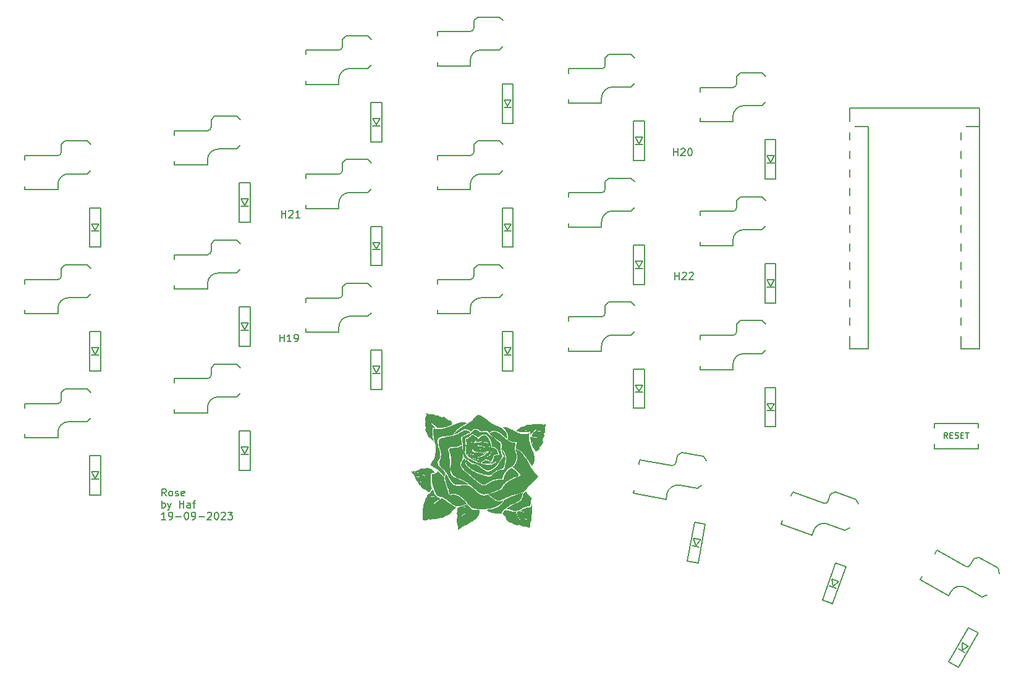
<source format=gbr>
%TF.GenerationSoftware,KiCad,Pcbnew,7.0.6*%
%TF.CreationDate,2023-09-19T12:55:28+07:00*%
%TF.ProjectId,rose,726f7365-2e6b-4696-9361-645f70636258,rev?*%
%TF.SameCoordinates,Original*%
%TF.FileFunction,Legend,Top*%
%TF.FilePolarity,Positive*%
%FSLAX46Y46*%
G04 Gerber Fmt 4.6, Leading zero omitted, Abs format (unit mm)*
G04 Created by KiCad (PCBNEW 7.0.6) date 2023-09-19 12:55:28*
%MOMM*%
%LPD*%
G01*
G04 APERTURE LIST*
G04 Aperture macros list*
%AMRotRect*
0 Rectangle, with rotation*
0 The origin of the aperture is its center*
0 $1 length*
0 $2 width*
0 $3 Rotation angle, in degrees counterclockwise*
0 Add horizontal line*
21,1,$1,$2,0,0,$3*%
G04 Aperture macros list end*
%ADD10C,0.000000*%
%ADD11C,0.150000*%
%ADD12C,1.524000*%
%ADD13C,0.393700*%
%ADD14C,0.500000*%
%ADD15C,4.000000*%
%ADD16C,1.701800*%
%ADD17C,3.000000*%
%ADD18C,3.429000*%
%ADD19C,2.032000*%
%ADD20R,2.600000X2.600000*%
%ADD21C,1.200000*%
%ADD22O,2.200000X1.600000*%
%ADD23C,2.000000*%
%ADD24RotRect,2.600000X2.600000X340.000000*%
%ADD25RotRect,2.600000X2.600000X330.000000*%
%ADD26RotRect,2.600000X2.600000X350.000000*%
%ADD27R,0.950000X1.300000*%
%ADD28RotRect,1.300000X0.950000X60.000000*%
%ADD29RotRect,1.300000X0.950000X80.000000*%
%ADD30RotRect,1.300000X0.950000X70.000000*%
G04 APERTURE END LIST*
D10*
G36*
X58273303Y-150198D02*
G01*
X58311816Y-181912D01*
X58350565Y-216523D01*
X58389310Y-254014D01*
X58427811Y-294363D01*
X58465826Y-337553D01*
X58503117Y-383564D01*
X58539442Y-432377D01*
X58574562Y-483972D01*
X58608235Y-538330D01*
X58640223Y-595433D01*
X58670284Y-655260D01*
X58698178Y-717793D01*
X58723666Y-783013D01*
X58746506Y-850899D01*
X58766458Y-921434D01*
X58783283Y-994597D01*
X58795727Y-1063571D01*
X58805361Y-1133954D01*
X58812318Y-1205511D01*
X58816732Y-1278007D01*
X58818739Y-1351207D01*
X58818473Y-1424876D01*
X58811662Y-1572681D01*
X58797374Y-1719545D01*
X58776688Y-1863587D01*
X58750680Y-2002929D01*
X58720426Y-2135692D01*
X58687005Y-2259996D01*
X58651492Y-2373963D01*
X58614965Y-2475712D01*
X58578501Y-2563366D01*
X58543177Y-2635045D01*
X58510070Y-2688870D01*
X58494685Y-2708500D01*
X58480257Y-2722962D01*
X58466922Y-2732021D01*
X58454814Y-2735442D01*
X58368881Y-2752973D01*
X58286043Y-2771758D01*
X58206198Y-2791746D01*
X58129243Y-2812888D01*
X58055075Y-2835133D01*
X57983592Y-2858431D01*
X57914691Y-2882733D01*
X57848269Y-2907989D01*
X57784222Y-2934149D01*
X57722449Y-2961163D01*
X57605311Y-3017553D01*
X57496033Y-3076761D01*
X57393791Y-3138387D01*
X57297763Y-3202033D01*
X57207127Y-3267299D01*
X57121059Y-3333786D01*
X57038739Y-3401096D01*
X56882047Y-3536586D01*
X56730472Y-3670576D01*
X56557220Y-3658720D01*
X56384148Y-3639548D01*
X56211690Y-3613421D01*
X56040282Y-3580700D01*
X55870356Y-3541748D01*
X55702349Y-3496926D01*
X55536694Y-3446596D01*
X55373825Y-3391119D01*
X55214177Y-3330856D01*
X55058184Y-3266169D01*
X54906281Y-3197421D01*
X54758902Y-3124972D01*
X54616481Y-3049183D01*
X54479453Y-2970418D01*
X54348252Y-2889036D01*
X54223312Y-2805400D01*
X54105068Y-2719872D01*
X53993954Y-2632812D01*
X53890405Y-2544583D01*
X53794854Y-2455545D01*
X53707737Y-2366062D01*
X53629487Y-2276493D01*
X53560540Y-2187201D01*
X53501328Y-2098548D01*
X53452288Y-2010894D01*
X53413852Y-1924602D01*
X53386456Y-1840033D01*
X53370534Y-1757548D01*
X53366520Y-1677510D01*
X53374849Y-1600279D01*
X53395954Y-1526217D01*
X53430269Y-1455691D01*
X53649298Y-1619881D01*
X53757491Y-1703460D01*
X53863932Y-1788993D01*
X53967970Y-1877207D01*
X54018883Y-1922545D01*
X54068952Y-1968825D01*
X54118093Y-2016137D01*
X54166227Y-2064572D01*
X54213271Y-2114221D01*
X54259143Y-2165175D01*
X54317204Y-2134050D01*
X54377077Y-2112193D01*
X54438638Y-2099079D01*
X54501762Y-2094179D01*
X54566325Y-2096968D01*
X54632201Y-2106920D01*
X54699266Y-2123507D01*
X54767396Y-2146204D01*
X54836466Y-2174484D01*
X54906351Y-2207820D01*
X54976926Y-2245686D01*
X55048067Y-2287555D01*
X55191549Y-2381198D01*
X55335799Y-2484538D01*
X55622613Y-2703457D01*
X55763183Y-2810613D01*
X55900532Y-2910619D01*
X56033663Y-2999261D01*
X56098335Y-3038005D01*
X56161579Y-3072328D01*
X56223270Y-3101705D01*
X56283283Y-3125609D01*
X56341493Y-3143513D01*
X56397777Y-3154890D01*
X56528981Y-3118744D01*
X56652478Y-3078713D01*
X56768646Y-3034988D01*
X56877864Y-2987758D01*
X56980509Y-2937216D01*
X57076961Y-2883551D01*
X57167596Y-2826955D01*
X57252795Y-2767618D01*
X57332934Y-2705730D01*
X57408393Y-2641484D01*
X57479550Y-2575068D01*
X57546783Y-2506675D01*
X57670990Y-2364716D01*
X57784042Y-2217135D01*
X57888965Y-2065456D01*
X57988785Y-1911204D01*
X58185227Y-1601089D01*
X58287901Y-1448276D01*
X58397580Y-1298994D01*
X58517290Y-1154769D01*
X58581853Y-1085030D01*
X58650058Y-1017126D01*
X58613222Y-971566D01*
X58577976Y-923755D01*
X58544361Y-873931D01*
X58512415Y-822328D01*
X58482175Y-769181D01*
X58453681Y-714726D01*
X58426971Y-659199D01*
X58402083Y-602835D01*
X58379056Y-545870D01*
X58357929Y-488538D01*
X58338740Y-431076D01*
X58321527Y-373718D01*
X58306330Y-316701D01*
X58293186Y-260260D01*
X58282133Y-204629D01*
X58273212Y-150046D01*
X58273303Y-150198D01*
G37*
G36*
X57384186Y2354995D02*
G01*
X57421461Y2351752D01*
X57459202Y2346044D01*
X57497547Y2337793D01*
X57536635Y2326922D01*
X57576603Y2313354D01*
X57617590Y2297012D01*
X57659735Y2277819D01*
X57703175Y2255697D01*
X57748050Y2230570D01*
X57794498Y2202361D01*
X57842657Y2170991D01*
X57892665Y2136385D01*
X57998783Y2057153D01*
X58603956Y1577806D01*
X58887361Y1359886D01*
X59025526Y1259663D01*
X59161812Y1166523D01*
X59296578Y1081407D01*
X59430184Y1005258D01*
X59562989Y939019D01*
X59695352Y883633D01*
X59761480Y860305D01*
X59827632Y840042D01*
X59893854Y822965D01*
X59960190Y809190D01*
X60026684Y798834D01*
X60093383Y792017D01*
X60160331Y788856D01*
X60227573Y789468D01*
X60201460Y666638D01*
X60178180Y549956D01*
X60157338Y437933D01*
X60138539Y329083D01*
X60121388Y221918D01*
X60105491Y114950D01*
X60075878Y-104346D01*
X60132007Y-208801D01*
X60180979Y-312780D01*
X60223055Y-416138D01*
X60258499Y-518730D01*
X60287573Y-620413D01*
X60310541Y-721041D01*
X60327663Y-820470D01*
X60339205Y-918556D01*
X60345427Y-1015153D01*
X60346593Y-1110119D01*
X60342966Y-1203307D01*
X60334808Y-1294574D01*
X60322383Y-1383775D01*
X60305952Y-1470766D01*
X60285778Y-1555402D01*
X60262124Y-1637538D01*
X60235254Y-1717031D01*
X60205429Y-1793736D01*
X60172913Y-1867507D01*
X60137967Y-1938201D01*
X60100856Y-2005674D01*
X60061840Y-2069780D01*
X60021185Y-2130376D01*
X59979151Y-2187316D01*
X59936002Y-2240456D01*
X59892000Y-2289653D01*
X59847408Y-2334760D01*
X59802489Y-2375635D01*
X59757506Y-2412131D01*
X59712721Y-2444106D01*
X59668397Y-2471414D01*
X59624797Y-2493910D01*
X59548312Y-2535182D01*
X59475003Y-2577597D01*
X59404799Y-2621114D01*
X59337630Y-2665692D01*
X59273425Y-2711288D01*
X59212113Y-2757861D01*
X59097887Y-2853773D01*
X58994386Y-2953094D01*
X58901045Y-3055491D01*
X58817299Y-3160631D01*
X58742583Y-3268181D01*
X58676331Y-3377809D01*
X58617977Y-3489181D01*
X58566958Y-3601964D01*
X58522707Y-3715826D01*
X58484659Y-3830433D01*
X58452248Y-3945453D01*
X58424911Y-4060552D01*
X58402080Y-4175398D01*
X58305212Y-4152605D01*
X58208452Y-4137209D01*
X58111893Y-4128775D01*
X58015627Y-4126867D01*
X57919748Y-4131046D01*
X57824347Y-4140877D01*
X57729518Y-4155924D01*
X57635353Y-4175749D01*
X57541945Y-4199916D01*
X57449387Y-4227988D01*
X57357771Y-4259529D01*
X57267189Y-4294102D01*
X57089502Y-4370597D01*
X56917067Y-4453982D01*
X56294669Y-4786551D01*
X56159613Y-4851987D01*
X56034256Y-4903354D01*
X55975447Y-4922671D01*
X55919341Y-4937160D01*
X55866031Y-4946386D01*
X55815608Y-4949911D01*
X55780480Y-4943834D01*
X55735478Y-4927674D01*
X55681466Y-4902199D01*
X55619311Y-4868176D01*
X55549878Y-4826372D01*
X55474034Y-4777555D01*
X55306575Y-4661950D01*
X55123860Y-4527496D01*
X54932814Y-4380333D01*
X54740365Y-4226596D01*
X54553440Y-4072424D01*
X54372160Y-3921965D01*
X54194684Y-3776798D01*
X53856434Y-3502316D01*
X53698308Y-3372988D01*
X53549280Y-3248928D01*
X53410672Y-3130129D01*
X53283809Y-3016585D01*
X53248306Y-2982869D01*
X53215150Y-2949040D01*
X53184091Y-2915136D01*
X53154876Y-2881197D01*
X53127255Y-2847261D01*
X53100974Y-2813370D01*
X53051431Y-2745873D01*
X52957367Y-2613127D01*
X52933430Y-2580638D01*
X52908820Y-2548506D01*
X52883287Y-2516771D01*
X52856578Y-2485472D01*
X52834398Y-2456400D01*
X52814559Y-2421643D01*
X52797727Y-2381133D01*
X52784566Y-2334803D01*
X52775740Y-2282583D01*
X52771914Y-2224405D01*
X52773753Y-2160202D01*
X52781920Y-2089905D01*
X52797080Y-2013446D01*
X52819899Y-1930757D01*
X52851040Y-1841769D01*
X52891167Y-1746414D01*
X52940946Y-1644624D01*
X53001040Y-1536332D01*
X53072115Y-1421467D01*
X53154834Y-1299963D01*
X53154918Y-1300162D01*
X53351467Y-1435278D01*
X53321073Y-1544616D01*
X53304310Y-1651781D01*
X53300564Y-1756749D01*
X53309224Y-1859494D01*
X53329676Y-1959991D01*
X53361307Y-2058214D01*
X53403506Y-2154138D01*
X53455659Y-2247737D01*
X53517154Y-2338986D01*
X53587377Y-2427860D01*
X53665718Y-2514332D01*
X53751562Y-2598378D01*
X53943310Y-2759088D01*
X54157722Y-2909787D01*
X54389896Y-3050270D01*
X54634930Y-3180333D01*
X54887924Y-3299774D01*
X55143976Y-3408389D01*
X55398185Y-3505972D01*
X55645650Y-3592322D01*
X55881469Y-3667235D01*
X56100742Y-3730505D01*
X56153411Y-3744351D01*
X56206292Y-3757160D01*
X56259050Y-3768973D01*
X56311353Y-3779835D01*
X56413261Y-3798869D01*
X56509349Y-3814600D01*
X56596952Y-3827366D01*
X56673402Y-3837504D01*
X56782184Y-3851248D01*
X56830797Y-3783245D01*
X56882754Y-3716066D01*
X56937849Y-3649929D01*
X56995876Y-3585049D01*
X57056629Y-3521643D01*
X57119903Y-3459926D01*
X57185490Y-3400116D01*
X57253187Y-3342427D01*
X57322785Y-3287076D01*
X57394080Y-3234279D01*
X57466866Y-3184252D01*
X57540936Y-3137212D01*
X57616085Y-3093374D01*
X57692106Y-3052955D01*
X57768794Y-3016170D01*
X57845943Y-2983237D01*
X57875083Y-2972325D01*
X57904844Y-2962581D01*
X57935133Y-2953925D01*
X57965861Y-2946273D01*
X58028262Y-2933657D01*
X58091319Y-2924079D01*
X58154299Y-2916885D01*
X58216473Y-2911419D01*
X58335478Y-2903055D01*
X58390848Y-2898847D01*
X58442490Y-2893750D01*
X58489671Y-2887109D01*
X58531663Y-2878269D01*
X58550484Y-2872820D01*
X58567733Y-2866576D01*
X58583320Y-2859454D01*
X58597152Y-2851374D01*
X58609139Y-2842253D01*
X58619189Y-2832010D01*
X58627211Y-2820563D01*
X58633113Y-2807829D01*
X58680570Y-2671225D01*
X58723528Y-2538478D01*
X58762059Y-2409531D01*
X58796235Y-2284328D01*
X58826128Y-2162812D01*
X58851809Y-2044929D01*
X58873350Y-1930621D01*
X58890822Y-1819832D01*
X58904297Y-1712507D01*
X58913848Y-1608588D01*
X58919545Y-1508021D01*
X58921460Y-1410748D01*
X58919666Y-1316714D01*
X58914233Y-1225863D01*
X58905233Y-1138138D01*
X58892738Y-1053482D01*
X58876819Y-971841D01*
X58857549Y-893158D01*
X58834999Y-817376D01*
X58809241Y-744440D01*
X58780346Y-674293D01*
X58748385Y-606879D01*
X58713432Y-542142D01*
X58675557Y-480026D01*
X58634831Y-420475D01*
X58591328Y-363432D01*
X58545117Y-308841D01*
X58496272Y-256647D01*
X58444863Y-206792D01*
X58390963Y-159222D01*
X58334642Y-113879D01*
X58275974Y-70708D01*
X58293338Y156603D01*
X58299776Y258632D01*
X58304215Y353232D01*
X58306279Y440644D01*
X58305592Y521110D01*
X58304099Y558813D01*
X58301776Y594871D01*
X58298578Y629312D01*
X58294456Y662167D01*
X58289364Y693467D01*
X58283254Y723241D01*
X58276080Y751520D01*
X58267795Y778334D01*
X58258351Y803714D01*
X58247701Y827688D01*
X58235798Y850287D01*
X58222596Y871543D01*
X58208046Y891484D01*
X58192103Y910140D01*
X58174718Y927543D01*
X58155846Y943723D01*
X58135438Y958708D01*
X58113448Y972530D01*
X58089829Y985219D01*
X58064533Y996805D01*
X57922132Y1085336D01*
X57789764Y1169553D01*
X57666796Y1249784D01*
X57552594Y1326359D01*
X57446522Y1399606D01*
X57347948Y1469854D01*
X57256238Y1537431D01*
X57170757Y1602666D01*
X57090871Y1665887D01*
X57015947Y1727423D01*
X56945350Y1787603D01*
X56878447Y1846755D01*
X56814603Y1905208D01*
X56753185Y1963291D01*
X56635089Y2079660D01*
X56833724Y2184690D01*
X56922827Y2229660D01*
X57006596Y2268779D01*
X57086139Y2301428D01*
X57162562Y2326991D01*
X57199950Y2336923D01*
X57236973Y2344851D01*
X57273770Y2350700D01*
X57310479Y2354392D01*
X57347238Y2355849D01*
X57384186Y2354995D01*
G37*
G36*
X63365300Y3405924D02*
G01*
X63410862Y3404189D01*
X63459057Y3401158D01*
X63564350Y3391984D01*
X63817562Y3366617D01*
X63837302Y3356517D01*
X63856778Y3347635D01*
X63875999Y3339917D01*
X63894978Y3333306D01*
X63913728Y3327750D01*
X63932259Y3323194D01*
X63950584Y3319581D01*
X63968715Y3316860D01*
X63986664Y3314973D01*
X64004442Y3313868D01*
X64039536Y3313782D01*
X64074091Y3316165D01*
X64108202Y3320579D01*
X64141967Y3326589D01*
X64175478Y3333757D01*
X64242126Y3349822D01*
X64308909Y3365279D01*
X64342590Y3371688D01*
X64376590Y3376634D01*
X64359637Y3339141D01*
X64344963Y3299689D01*
X64332394Y3258447D01*
X64321756Y3215583D01*
X64305578Y3125655D01*
X64295040Y3031248D01*
X64288752Y2933701D01*
X64285323Y2834354D01*
X64281482Y2635627D01*
X64278290Y2538928D01*
X64272397Y2445792D01*
X64262413Y2357560D01*
X64246947Y2275572D01*
X64236724Y2237339D01*
X64224610Y2201170D01*
X64210430Y2167233D01*
X64194011Y2135694D01*
X64175178Y2106722D01*
X64153759Y2080485D01*
X64129580Y2057149D01*
X64102466Y2036882D01*
X64121678Y1999335D01*
X64136497Y1962621D01*
X64147212Y1926682D01*
X64154111Y1891462D01*
X64157484Y1856905D01*
X64157618Y1822954D01*
X64154804Y1789552D01*
X64149329Y1756645D01*
X64141482Y1724174D01*
X64131552Y1692083D01*
X64119828Y1660317D01*
X64106598Y1628818D01*
X64076778Y1566398D01*
X64044402Y1504370D01*
X64011778Y1442284D01*
X63981219Y1379688D01*
X63967435Y1348057D01*
X63955033Y1316130D01*
X63944302Y1283849D01*
X63935531Y1251159D01*
X63929008Y1218002D01*
X63925022Y1184323D01*
X63923863Y1150065D01*
X63925818Y1115171D01*
X63931177Y1079585D01*
X63940228Y1043250D01*
X63953260Y1006111D01*
X63970561Y968111D01*
X63980155Y948368D01*
X63986788Y928244D01*
X63990605Y907758D01*
X63991753Y886928D01*
X63990375Y865772D01*
X63986619Y844311D01*
X63980629Y822562D01*
X63972551Y800544D01*
X63962531Y778276D01*
X63950713Y755777D01*
X63937244Y733065D01*
X63922269Y710159D01*
X63888383Y663841D01*
X63850219Y616972D01*
X63808941Y569702D01*
X63765714Y522180D01*
X63678065Y426985D01*
X63635973Y379610D01*
X63596587Y332583D01*
X63561071Y286055D01*
X63530590Y240175D01*
X63531379Y199806D01*
X63530293Y161709D01*
X63527405Y125797D01*
X63522785Y91984D01*
X63516508Y60180D01*
X63508644Y30299D01*
X63499265Y2253D01*
X63488446Y-24045D01*
X63476256Y-48683D01*
X63462769Y-71748D01*
X63448057Y-93329D01*
X63432192Y-113512D01*
X63415246Y-132385D01*
X63397291Y-150036D01*
X63378400Y-166551D01*
X63358645Y-182020D01*
X63316831Y-210164D01*
X63272426Y-235169D01*
X63226009Y-257735D01*
X63178157Y-278561D01*
X63080458Y-317798D01*
X63031767Y-337609D01*
X62983951Y-358481D01*
X62983951Y-358412D01*
X62930796Y-290527D01*
X62879708Y-222721D01*
X62830678Y-154906D01*
X62783694Y-86993D01*
X62738743Y-18895D01*
X62695815Y49478D01*
X62654899Y118215D01*
X62615982Y187403D01*
X62579054Y257132D01*
X62544104Y327490D01*
X62511118Y398566D01*
X62480087Y470447D01*
X62450999Y543224D01*
X62423843Y616984D01*
X62398606Y691816D01*
X62375278Y767809D01*
X62400960Y768967D01*
X62426037Y768882D01*
X62450532Y767605D01*
X62474470Y765187D01*
X62497876Y761679D01*
X62520776Y757132D01*
X62543194Y751596D01*
X62565155Y745123D01*
X62586683Y737763D01*
X62607803Y729567D01*
X62628541Y720587D01*
X62648921Y710873D01*
X62688707Y689447D01*
X62727359Y665697D01*
X62765077Y640030D01*
X62802058Y612853D01*
X62838502Y584574D01*
X62874607Y555601D01*
X62946594Y497198D01*
X62982875Y468584D01*
X63019611Y440904D01*
X62766587Y687937D01*
X62730393Y715742D01*
X62691160Y741499D01*
X62670212Y753481D01*
X62648277Y764797D01*
X62625278Y775397D01*
X62601138Y785228D01*
X62575782Y794240D01*
X62549135Y802381D01*
X62521119Y809601D01*
X62491659Y815847D01*
X62460679Y821070D01*
X62428104Y825217D01*
X62393856Y828237D01*
X62357860Y830080D01*
X62336713Y913549D01*
X62317688Y998622D01*
X62300773Y1085406D01*
X62285957Y1174009D01*
X62273226Y1264539D01*
X62262569Y1357104D01*
X62253972Y1451811D01*
X62247425Y1548769D01*
X62318256Y1553389D01*
X62399440Y1555921D01*
X62489220Y1556327D01*
X62585842Y1554569D01*
X62792594Y1544413D01*
X62899215Y1535940D01*
X63005659Y1525153D01*
X63110171Y1512014D01*
X63210997Y1496487D01*
X63306383Y1478533D01*
X63394573Y1458115D01*
X63473813Y1435196D01*
X63542348Y1409737D01*
X63598424Y1381702D01*
X63621241Y1366707D01*
X63640285Y1351053D01*
X63625075Y1369560D01*
X63606224Y1387433D01*
X63558358Y1421303D01*
X63498206Y1452701D01*
X63427290Y1481669D01*
X63347129Y1508247D01*
X63259243Y1532474D01*
X63165152Y1554392D01*
X63066377Y1574040D01*
X62964437Y1591459D01*
X62860854Y1606689D01*
X62654833Y1630744D01*
X62460476Y1646527D01*
X62289943Y1654359D01*
X62442344Y1855678D01*
X62593150Y2059280D01*
X62746558Y2259143D01*
X62810594Y2337495D01*
X62931316Y2337495D01*
X63191656Y2356068D01*
X63321580Y2364561D01*
X63386110Y2367435D01*
X63450213Y2368947D01*
X63513782Y2368761D01*
X63576712Y2366543D01*
X63638897Y2361957D01*
X63700231Y2354667D01*
X63760610Y2344338D01*
X63819927Y2330635D01*
X63878077Y2313223D01*
X63934955Y2291765D01*
X63907354Y2311713D01*
X63879334Y2329600D01*
X63850914Y2345513D01*
X63822109Y2359538D01*
X63792939Y2371762D01*
X63763421Y2382272D01*
X63733571Y2391154D01*
X63703409Y2398495D01*
X63642215Y2408900D01*
X63579980Y2414180D01*
X63516844Y2415027D01*
X63452948Y2412134D01*
X63388433Y2406194D01*
X63323440Y2397900D01*
X63192581Y2377020D01*
X63061497Y2355038D01*
X62996224Y2345365D01*
X62931316Y2337495D01*
X62810594Y2337495D01*
X62825547Y2355791D01*
X62906760Y2449246D01*
X62990719Y2538755D01*
X63077950Y2623566D01*
X63168977Y2702925D01*
X63216078Y2740325D01*
X63264324Y2776080D01*
X63313782Y2810095D01*
X63364515Y2842278D01*
X63416592Y2872532D01*
X63470075Y2900766D01*
X63525032Y2926883D01*
X63581528Y2950791D01*
X63639628Y2972395D01*
X63699398Y2991602D01*
X63616598Y2975049D01*
X63532560Y2950617D01*
X63447309Y2918466D01*
X63360869Y2878756D01*
X63273266Y2831649D01*
X63184526Y2777305D01*
X63094672Y2715885D01*
X63003732Y2647550D01*
X62911730Y2572461D01*
X62818691Y2490779D01*
X62724640Y2402664D01*
X62629604Y2308278D01*
X62533606Y2207781D01*
X62436673Y2101333D01*
X62338829Y1989097D01*
X62240100Y1871233D01*
X62242007Y1982248D01*
X62246006Y2096238D01*
X62252090Y2213333D01*
X62260250Y2333665D01*
X61929011Y2284884D01*
X61783865Y2266335D01*
X61650026Y2251815D01*
X61525736Y2241425D01*
X61409237Y2235267D01*
X61298773Y2233442D01*
X61192587Y2236050D01*
X61088922Y2243194D01*
X60986019Y2254973D01*
X60882123Y2271490D01*
X60775476Y2292845D01*
X60664321Y2319140D01*
X60546901Y2350476D01*
X60421458Y2386954D01*
X60286235Y2428674D01*
X60362279Y2493147D01*
X60398588Y2525392D01*
X60965869Y2525392D01*
X61030215Y2531071D01*
X61094110Y2534763D01*
X61157541Y2536410D01*
X61220495Y2535953D01*
X61282959Y2533336D01*
X61344920Y2528501D01*
X61406364Y2521389D01*
X61467279Y2511942D01*
X61527650Y2500104D01*
X61587465Y2485816D01*
X61646711Y2469020D01*
X61705374Y2449658D01*
X61763441Y2427673D01*
X61820898Y2403007D01*
X61877733Y2375602D01*
X61933933Y2345399D01*
X61908976Y2367855D01*
X61883555Y2388833D01*
X61831366Y2426512D01*
X61777466Y2458752D01*
X61721953Y2485865D01*
X61664925Y2508164D01*
X61606482Y2525964D01*
X61546721Y2539577D01*
X61485741Y2549316D01*
X61423642Y2555495D01*
X61360521Y2558428D01*
X61296477Y2558428D01*
X61231609Y2555807D01*
X61166016Y2550880D01*
X61099796Y2543959D01*
X60965869Y2525392D01*
X60398588Y2525392D01*
X60431659Y2554762D01*
X60555324Y2668898D01*
X60667023Y2770040D01*
X60721446Y2815412D01*
X60776550Y2857144D01*
X60833559Y2895106D01*
X60893696Y2929167D01*
X60921829Y2942979D01*
X61611309Y2942979D01*
X61644081Y2950512D01*
X61676163Y2956094D01*
X61707578Y2959787D01*
X61738348Y2961658D01*
X61768496Y2961769D01*
X61798045Y2960186D01*
X61827017Y2956972D01*
X61855436Y2952192D01*
X61883324Y2945909D01*
X61910703Y2938189D01*
X61937598Y2929095D01*
X61964029Y2918691D01*
X61990020Y2907042D01*
X62015594Y2894212D01*
X62040774Y2880266D01*
X62065582Y2865266D01*
X62114173Y2832367D01*
X62161550Y2796027D01*
X62207894Y2756762D01*
X62253389Y2715084D01*
X62298214Y2671508D01*
X62342553Y2626546D01*
X62430500Y2534525D01*
X62359443Y2630188D01*
X62323684Y2677691D01*
X62287130Y2724063D01*
X62249299Y2768618D01*
X62209711Y2810671D01*
X62167884Y2849539D01*
X62145981Y2867564D01*
X62123337Y2884535D01*
X62099894Y2900368D01*
X62075589Y2914976D01*
X62050365Y2928274D01*
X62024159Y2940176D01*
X61996913Y2950597D01*
X61968566Y2959451D01*
X61939058Y2966653D01*
X61908328Y2972116D01*
X61876317Y2975756D01*
X61842965Y2977486D01*
X61808210Y2977222D01*
X61771994Y2974877D01*
X61734256Y2970365D01*
X61694936Y2963603D01*
X61653973Y2954502D01*
X61611309Y2942979D01*
X60921829Y2942979D01*
X60925321Y2944694D01*
X60958188Y2959197D01*
X60992449Y2972660D01*
X61028257Y2985066D01*
X61065765Y2996400D01*
X61105127Y3006644D01*
X61146495Y3015782D01*
X61190023Y3023799D01*
X61235864Y3030677D01*
X61284169Y3036401D01*
X61335094Y3040954D01*
X61388790Y3044321D01*
X61424884Y3085087D01*
X61463366Y3121767D01*
X61504188Y3154446D01*
X61547298Y3183210D01*
X61592647Y3208143D01*
X61640185Y3229331D01*
X61689862Y3246860D01*
X61741628Y3260814D01*
X61795433Y3271280D01*
X61851227Y3278342D01*
X61908960Y3282086D01*
X61968582Y3282597D01*
X62030044Y3279961D01*
X62093294Y3274263D01*
X62158284Y3265588D01*
X62224964Y3254022D01*
X62224994Y3254022D01*
X62267532Y3274378D01*
X62312129Y3291774D01*
X62358630Y3306434D01*
X62406879Y3318582D01*
X62456720Y3328442D01*
X62507998Y3336238D01*
X62560557Y3342193D01*
X62614240Y3346531D01*
X62724360Y3351253D01*
X62837111Y3352192D01*
X63065525Y3349886D01*
X63099043Y3365498D01*
X63133190Y3378263D01*
X63168216Y3388375D01*
X63204371Y3396028D01*
X63241906Y3401415D01*
X63281073Y3404731D01*
X63322120Y3406170D01*
X63365300Y3405924D01*
G37*
G36*
X48567198Y-4523300D02*
G01*
X48568428Y-4525125D01*
X48570888Y-4528769D01*
X48568435Y-4525483D01*
X48567208Y-4523829D01*
X48565982Y-4522162D01*
X48565975Y-4521452D01*
X48567198Y-4523300D01*
G37*
G36*
X49365743Y2861948D02*
G01*
X49378740Y2861239D01*
X49361030Y2862164D01*
X49300922Y2866304D01*
X49365743Y2861948D01*
G37*
G36*
X56271268Y-510669D02*
G01*
X56226548Y-546202D01*
X56180092Y-581561D01*
X56131975Y-616708D01*
X56082267Y-651608D01*
X56031041Y-686223D01*
X55978371Y-720517D01*
X55924327Y-754454D01*
X55884543Y-722589D01*
X55869448Y-708144D01*
X55857404Y-694621D01*
X55848301Y-681966D01*
X55842032Y-670126D01*
X55838485Y-659049D01*
X55837551Y-648681D01*
X55839121Y-638969D01*
X55843085Y-629861D01*
X55849333Y-621304D01*
X55857757Y-613244D01*
X55868245Y-605629D01*
X55880689Y-598406D01*
X55911006Y-584922D01*
X56314182Y-474997D01*
X56271268Y-510669D01*
G37*
G36*
X54367990Y1918013D02*
G01*
X54384564Y1913223D01*
X54400574Y1907619D01*
X54416121Y1901253D01*
X54431308Y1894177D01*
X54446238Y1886443D01*
X54461012Y1878102D01*
X54475732Y1869207D01*
X54603839Y1784296D01*
X54718128Y1712133D01*
X54841585Y1632065D01*
X54905409Y1589468D01*
X54969914Y1545376D01*
X55034563Y1499949D01*
X55098819Y1453348D01*
X55047402Y1412303D01*
X54998563Y1371196D01*
X54952231Y1330055D01*
X54908336Y1288910D01*
X54866807Y1247787D01*
X54827573Y1206715D01*
X54790564Y1165722D01*
X54755707Y1124836D01*
X54692172Y1043500D01*
X54636401Y962930D01*
X54587828Y883352D01*
X54545886Y804992D01*
X54510008Y728075D01*
X54479630Y652826D01*
X54454183Y579471D01*
X54433102Y508234D01*
X54415821Y439341D01*
X54401772Y373017D01*
X54390389Y309488D01*
X54381107Y248979D01*
X54389620Y288593D01*
X54400470Y329063D01*
X54428551Y411533D01*
X54651814Y411533D01*
X54651981Y377916D01*
X54653479Y344455D01*
X54656254Y311203D01*
X54660251Y278215D01*
X54665415Y245545D01*
X54671694Y213248D01*
X54687373Y149988D01*
X54706853Y88871D01*
X54729699Y30332D01*
X54755476Y-25193D01*
X54783749Y-77271D01*
X54814083Y-125464D01*
X54846042Y-169339D01*
X54879192Y-208460D01*
X54913097Y-242392D01*
X54913986Y-243483D01*
X54914843Y-244507D01*
X54915667Y-245463D01*
X54916458Y-246351D01*
X54917214Y-247169D01*
X54917935Y-247918D01*
X54918621Y-248597D01*
X54919271Y-249205D01*
X54919884Y-249741D01*
X54920460Y-250206D01*
X54920998Y-250597D01*
X54921498Y-250915D01*
X54921733Y-251046D01*
X54921958Y-251159D01*
X54922173Y-251253D01*
X54922379Y-251328D01*
X54922574Y-251385D01*
X54922759Y-251422D01*
X54922934Y-251441D01*
X54923099Y-251440D01*
X54921848Y-250347D01*
X54920596Y-249233D01*
X54918092Y-246962D01*
X54913097Y-242392D01*
X54900523Y-225000D01*
X54884399Y-199480D01*
X54865549Y-166695D01*
X54844800Y-127508D01*
X54822977Y-82784D01*
X54800906Y-33387D01*
X54779411Y19820D01*
X54773831Y35415D01*
X54972218Y35415D01*
X54976031Y-23349D01*
X54984204Y-78438D01*
X54996423Y-129955D01*
X55012371Y-178004D01*
X55031730Y-222688D01*
X55054187Y-264111D01*
X55079423Y-302378D01*
X55107123Y-337590D01*
X55136971Y-369853D01*
X55168651Y-399269D01*
X55201846Y-425944D01*
X55236241Y-449979D01*
X55271518Y-471479D01*
X55307363Y-490547D01*
X55343458Y-507288D01*
X55379488Y-521805D01*
X55450086Y-544580D01*
X55516629Y-559703D01*
X55576587Y-568002D01*
X55627430Y-570308D01*
X55666629Y-567450D01*
X55666614Y-567450D01*
X55607144Y-555403D01*
X55544844Y-535945D01*
X55480941Y-509424D01*
X55416661Y-476184D01*
X55353233Y-436572D01*
X55291883Y-390933D01*
X55233838Y-339614D01*
X55206439Y-311932D01*
X55180326Y-282960D01*
X55155653Y-252741D01*
X55132574Y-221318D01*
X55111241Y-188734D01*
X55091808Y-155033D01*
X55084138Y-139686D01*
X55279313Y-139686D01*
X55281378Y-177558D01*
X55285765Y-212806D01*
X55292321Y-245516D01*
X55300894Y-275775D01*
X55311329Y-303669D01*
X55323473Y-329285D01*
X55337173Y-352709D01*
X55352276Y-374029D01*
X55368628Y-393329D01*
X55386077Y-410698D01*
X55404469Y-426221D01*
X55423650Y-439985D01*
X55443468Y-452077D01*
X55463768Y-462583D01*
X55484399Y-471590D01*
X55505206Y-479183D01*
X55526036Y-485451D01*
X55546737Y-490478D01*
X55567154Y-494352D01*
X55606526Y-498987D01*
X55642925Y-500047D01*
X55675125Y-498224D01*
X55701901Y-494211D01*
X55722026Y-488699D01*
X55706176Y-489057D01*
X55689663Y-488514D01*
X55672574Y-487077D01*
X55654994Y-484754D01*
X55618696Y-477475D01*
X55581449Y-466731D01*
X55543932Y-452576D01*
X55525285Y-444237D01*
X55506824Y-435065D01*
X55488635Y-425069D01*
X55470803Y-414253D01*
X55453412Y-402626D01*
X55436548Y-390193D01*
X55420295Y-376963D01*
X55404738Y-362941D01*
X55389962Y-348134D01*
X55376051Y-332550D01*
X55363092Y-316195D01*
X55351167Y-299075D01*
X55340364Y-281198D01*
X55330765Y-262571D01*
X55322456Y-243200D01*
X55315523Y-223092D01*
X55310049Y-202253D01*
X55306119Y-180692D01*
X55303819Y-158413D01*
X55303233Y-135425D01*
X55304447Y-111734D01*
X55307544Y-87347D01*
X55368399Y-71007D01*
X55402694Y-62340D01*
X55439123Y-54150D01*
X55477355Y-47042D01*
X55517057Y-41621D01*
X55557897Y-38493D01*
X55599543Y-38264D01*
X55620564Y-39425D01*
X55641662Y-41538D01*
X55662796Y-44678D01*
X55683923Y-48921D01*
X55705002Y-54342D01*
X55725992Y-61018D01*
X55746851Y-69024D01*
X55767538Y-78436D01*
X55788010Y-89329D01*
X55808228Y-101779D01*
X55828148Y-115862D01*
X55847730Y-131653D01*
X55866931Y-149228D01*
X55885711Y-168663D01*
X55904028Y-190034D01*
X55921840Y-213416D01*
X55916124Y-189045D01*
X55908967Y-166517D01*
X55900422Y-145764D01*
X55890542Y-126718D01*
X55879380Y-109311D01*
X55866991Y-93473D01*
X55853427Y-79138D01*
X55838742Y-66237D01*
X55822988Y-54701D01*
X55806220Y-44463D01*
X55788491Y-35455D01*
X55769854Y-27607D01*
X55750362Y-20852D01*
X55730069Y-15122D01*
X55687293Y-6463D01*
X55641951Y-1085D01*
X55594471Y1558D01*
X55545280Y2013D01*
X55494804Y823D01*
X55288585Y-9459D01*
X55282763Y-55723D01*
X55279723Y-99103D01*
X55279313Y-139686D01*
X55084138Y-139686D01*
X55074429Y-120258D01*
X55059257Y-84451D01*
X55046445Y-47657D01*
X55036147Y-9918D01*
X55028516Y28721D01*
X55023705Y68219D01*
X55021869Y108532D01*
X55023159Y149616D01*
X55027731Y191428D01*
X55035736Y233925D01*
X55047330Y277065D01*
X55062664Y320802D01*
X55181067Y328808D01*
X55247580Y332328D01*
X55317833Y334200D01*
X55390976Y333431D01*
X55466157Y329027D01*
X55542526Y319995D01*
X55619232Y305340D01*
X55657445Y295594D01*
X55695424Y284070D01*
X55733062Y270644D01*
X55770252Y255190D01*
X55806889Y237587D01*
X55842866Y217708D01*
X55878076Y195429D01*
X55912413Y170628D01*
X55945771Y143178D01*
X55978044Y112957D01*
X56009125Y79840D01*
X56038908Y43702D01*
X56067287Y4420D01*
X56094155Y-38131D01*
X56119405Y-84075D01*
X56142932Y-133536D01*
X56142932Y-133459D01*
X56142046Y-86560D01*
X56137780Y-42529D01*
X56130260Y-1261D01*
X56119611Y37351D01*
X56105958Y73412D01*
X56089426Y107029D01*
X56070140Y138309D01*
X56048224Y167357D01*
X56023805Y194279D01*
X55997007Y219182D01*
X55967955Y242171D01*
X55936774Y263353D01*
X55903589Y282835D01*
X55868525Y300721D01*
X55793261Y332135D01*
X55711982Y358443D01*
X55625688Y380495D01*
X55535380Y399141D01*
X55442057Y415229D01*
X55058628Y470995D01*
X55029635Y388000D01*
X55006900Y309302D01*
X54990107Y234799D01*
X54978940Y164385D01*
X54973082Y97959D01*
X54972218Y35415D01*
X54773831Y35415D01*
X54759320Y75973D01*
X54741457Y134208D01*
X54726648Y193661D01*
X54715719Y253468D01*
X54709495Y312765D01*
X54708405Y341953D01*
X54708802Y370689D01*
X54710787Y398866D01*
X54714465Y426376D01*
X54719939Y453110D01*
X54727311Y478961D01*
X54736685Y503821D01*
X54748165Y527582D01*
X54752316Y536037D01*
X54755689Y544549D01*
X54758364Y553110D01*
X54760424Y561716D01*
X54761949Y570358D01*
X54763022Y579032D01*
X54764137Y596446D01*
X54764524Y631367D01*
X54765103Y648773D01*
X54766809Y666073D01*
X54768288Y674669D01*
X54770295Y683219D01*
X54772909Y691718D01*
X54776213Y700158D01*
X54780288Y708535D01*
X54785216Y716841D01*
X54791078Y725070D01*
X54797957Y733216D01*
X54805933Y741272D01*
X54815089Y749233D01*
X54825506Y757091D01*
X54837264Y764841D01*
X54850447Y772475D01*
X54865136Y779988D01*
X54881412Y787374D01*
X54899356Y794626D01*
X54969964Y811279D01*
X55127614Y845696D01*
X55531116Y932512D01*
X55583713Y891754D01*
X55632863Y849923D01*
X55678890Y807079D01*
X55722116Y763282D01*
X55762866Y718592D01*
X55801461Y673068D01*
X55838226Y626771D01*
X55873483Y579759D01*
X55940768Y483834D01*
X56005901Y385770D01*
X56071469Y286048D01*
X56140056Y185144D01*
X56140072Y185111D01*
X56140086Y185081D01*
X56140093Y185066D01*
X56140100Y185053D01*
X56140108Y185039D01*
X56140115Y185027D01*
X56140123Y185014D01*
X56140132Y185003D01*
X56140137Y184997D01*
X56140142Y184991D01*
X56140147Y184985D01*
X56140153Y184980D01*
X56140158Y184974D01*
X56140165Y184969D01*
X56140171Y184964D01*
X56140178Y184958D01*
X56140185Y184953D01*
X56140192Y184948D01*
X56140200Y184943D01*
X56140209Y184938D01*
X56140200Y184952D01*
X56140193Y184966D01*
X56140178Y184993D01*
X56140164Y185019D01*
X56140157Y185031D01*
X56140150Y185044D01*
X56140141Y185056D01*
X56140133Y185069D01*
X56140123Y185081D01*
X56140112Y185094D01*
X56140100Y185106D01*
X56140087Y185119D01*
X56140072Y185131D01*
X56140056Y185144D01*
X56107778Y234540D01*
X56077993Y284062D01*
X56050217Y333662D01*
X56023964Y383297D01*
X55924471Y581256D01*
X55898551Y630372D01*
X55871242Y679247D01*
X55842057Y727835D01*
X55810512Y776092D01*
X55776122Y823969D01*
X55738399Y871423D01*
X55696861Y918407D01*
X55651020Y964876D01*
X55644006Y970536D01*
X55635743Y975314D01*
X55615613Y982396D01*
X55590914Y986468D01*
X55561935Y987880D01*
X55528962Y986977D01*
X55492283Y984109D01*
X55408953Y973864D01*
X55210445Y945076D01*
X55099860Y932094D01*
X55042739Y927172D01*
X54984783Y923761D01*
X54976151Y923690D01*
X54967370Y924156D01*
X54958473Y925045D01*
X54949492Y926243D01*
X54913384Y931879D01*
X54904475Y932933D01*
X54895678Y933618D01*
X54887027Y933823D01*
X54878553Y933434D01*
X54874394Y932981D01*
X54870291Y932338D01*
X54866249Y931489D01*
X54862272Y930422D01*
X54858364Y929121D01*
X54854529Y927572D01*
X54850771Y925763D01*
X54847095Y923677D01*
X54837859Y917756D01*
X54829173Y911673D01*
X54821012Y905431D01*
X54813353Y899037D01*
X54806172Y892495D01*
X54799444Y885812D01*
X54793145Y878991D01*
X54787252Y872039D01*
X54776586Y857762D01*
X54767252Y843023D01*
X54759060Y827864D01*
X54751815Y812327D01*
X54745327Y796455D01*
X54739402Y780289D01*
X54728475Y747249D01*
X54717494Y713544D01*
X54711503Y696548D01*
X54704921Y679514D01*
X54692482Y646616D01*
X54681809Y613438D01*
X54672848Y580034D01*
X54665544Y546459D01*
X54659843Y512767D01*
X54655691Y479012D01*
X54653033Y445250D01*
X54651814Y411533D01*
X54428551Y411533D01*
X54428811Y412294D01*
X54465382Y498106D01*
X54509440Y585937D01*
X54560240Y675223D01*
X54617035Y765400D01*
X54679082Y855904D01*
X54745635Y946172D01*
X54815950Y1035640D01*
X54889280Y1123745D01*
X54964882Y1209922D01*
X55042010Y1293607D01*
X55119918Y1374238D01*
X55197863Y1451251D01*
X55275098Y1524081D01*
X55350879Y1592165D01*
X55430431Y1647017D01*
X55473067Y1674395D01*
X55517241Y1701192D01*
X55562673Y1726998D01*
X55609087Y1751402D01*
X55656205Y1773993D01*
X55703748Y1794361D01*
X55751440Y1812094D01*
X55799002Y1826782D01*
X55846157Y1838013D01*
X55892627Y1845378D01*
X55915519Y1847482D01*
X55938135Y1848465D01*
X55960441Y1848276D01*
X55982402Y1846863D01*
X56003984Y1844176D01*
X56025151Y1840162D01*
X56045870Y1834771D01*
X56066104Y1827951D01*
X56109385Y1809268D01*
X56151610Y1786475D01*
X56192779Y1759802D01*
X56232892Y1729479D01*
X56271949Y1695733D01*
X56309949Y1658795D01*
X56382780Y1576256D01*
X56451383Y1483696D01*
X56515757Y1382946D01*
X56575900Y1275839D01*
X56631813Y1164208D01*
X56683492Y1049886D01*
X56730937Y934705D01*
X56774146Y820499D01*
X56813119Y709100D01*
X56878349Y502053D01*
X56926616Y328226D01*
X56932574Y185833D01*
X56930937Y47222D01*
X56927191Y-20487D01*
X56921451Y-87038D01*
X56913686Y-152360D01*
X56903864Y-216381D01*
X56891952Y-279031D01*
X56877921Y-340238D01*
X56861737Y-399932D01*
X56843369Y-458041D01*
X56822786Y-514495D01*
X56799956Y-569222D01*
X56774847Y-622152D01*
X56747428Y-673212D01*
X56717667Y-722334D01*
X56685532Y-769444D01*
X56650992Y-814474D01*
X56614015Y-857350D01*
X56574570Y-898003D01*
X56532624Y-936361D01*
X56488146Y-972354D01*
X56441104Y-1005909D01*
X56391467Y-1036957D01*
X56339204Y-1065427D01*
X56284282Y-1091247D01*
X56226669Y-1114346D01*
X56166335Y-1134653D01*
X56103247Y-1152098D01*
X56037374Y-1166608D01*
X55968685Y-1178114D01*
X56033541Y-1131791D01*
X56097548Y-1083792D01*
X56160171Y-1034289D01*
X56220877Y-983451D01*
X56279130Y-931449D01*
X56334396Y-878454D01*
X56386141Y-824637D01*
X56433830Y-770167D01*
X56476929Y-715215D01*
X56514903Y-659952D01*
X56531802Y-632257D01*
X56547218Y-604549D01*
X56561087Y-576847D01*
X56573340Y-549175D01*
X56583912Y-521553D01*
X56592734Y-494002D01*
X56599741Y-466543D01*
X56604866Y-439199D01*
X56608042Y-411990D01*
X56609201Y-384938D01*
X56608278Y-358064D01*
X56605205Y-331389D01*
X56597387Y-368784D01*
X56586582Y-406415D01*
X56572930Y-444240D01*
X56556568Y-482213D01*
X56537635Y-520291D01*
X56516271Y-558431D01*
X56466801Y-634716D01*
X56409267Y-710719D01*
X56344780Y-786088D01*
X56274448Y-860471D01*
X56199380Y-933518D01*
X56120687Y-1004876D01*
X56039478Y-1074195D01*
X55956861Y-1141123D01*
X55873947Y-1205308D01*
X55711664Y-1324048D01*
X55561504Y-1427603D01*
X55607745Y-1402522D01*
X55655790Y-1375582D01*
X55705354Y-1346874D01*
X55756152Y-1316490D01*
X55807899Y-1284519D01*
X55860312Y-1251053D01*
X55913104Y-1216182D01*
X55965991Y-1179999D01*
X56042976Y-1171454D01*
X56124324Y-1159753D01*
X56208766Y-1143473D01*
X56295029Y-1121189D01*
X56381842Y-1091479D01*
X56467933Y-1052919D01*
X56510311Y-1029875D01*
X56552031Y-1004085D01*
X56592935Y-975370D01*
X56632864Y-943553D01*
X56671660Y-908456D01*
X56709162Y-869901D01*
X56745212Y-827710D01*
X56779651Y-781704D01*
X56812320Y-731707D01*
X56843061Y-677539D01*
X56871714Y-619024D01*
X56898120Y-555983D01*
X56922121Y-488238D01*
X56943557Y-415611D01*
X56962270Y-337925D01*
X56978100Y-255001D01*
X56990889Y-166661D01*
X57000477Y-72728D01*
X57006707Y26977D01*
X57009418Y132631D01*
X57069629Y128801D01*
X57132448Y122433D01*
X57197016Y112558D01*
X57262471Y98210D01*
X57327956Y78418D01*
X57392609Y52217D01*
X57424356Y36409D01*
X57455572Y18636D01*
X57486151Y-1224D01*
X57515985Y-23292D01*
X57544966Y-47689D01*
X57572988Y-74535D01*
X57599942Y-103952D01*
X57625722Y-136061D01*
X57650219Y-170983D01*
X57673326Y-208839D01*
X57694936Y-249750D01*
X57714942Y-293837D01*
X57733235Y-341221D01*
X57749709Y-392023D01*
X57764256Y-446364D01*
X57776769Y-504365D01*
X57787139Y-566147D01*
X57795260Y-631831D01*
X57801025Y-701538D01*
X57804325Y-775389D01*
X57765084Y-782423D01*
X57725506Y-787794D01*
X57645720Y-795445D01*
X57565742Y-802149D01*
X57525922Y-806337D01*
X57486345Y-811716D01*
X57447106Y-818761D01*
X57408303Y-827950D01*
X57370032Y-839758D01*
X57351127Y-846793D01*
X57332391Y-854661D01*
X57313836Y-863422D01*
X57295475Y-873135D01*
X57277320Y-883860D01*
X57259382Y-895656D01*
X57241675Y-908582D01*
X57224209Y-922699D01*
X57206997Y-938065D01*
X57190052Y-954741D01*
X57184693Y-1001919D01*
X57176395Y-1049697D01*
X57165425Y-1098021D01*
X57152047Y-1146838D01*
X57136526Y-1196092D01*
X57119129Y-1245730D01*
X57100121Y-1295698D01*
X57079767Y-1345940D01*
X56900348Y-1751273D01*
X56818492Y-1710852D01*
X56740728Y-1673797D01*
X56666896Y-1639970D01*
X56596833Y-1609236D01*
X56530379Y-1581456D01*
X56467372Y-1556495D01*
X56407650Y-1534214D01*
X56351053Y-1514478D01*
X56297418Y-1497149D01*
X56246584Y-1482091D01*
X56198389Y-1469166D01*
X56152673Y-1458237D01*
X56109273Y-1449169D01*
X56068028Y-1441822D01*
X56028777Y-1436062D01*
X55991358Y-1431751D01*
X55955610Y-1428751D01*
X55921371Y-1426927D01*
X55856775Y-1426256D01*
X55796279Y-1428642D01*
X55738590Y-1432990D01*
X55626468Y-1443191D01*
X55569451Y-1446853D01*
X55510074Y-1448096D01*
X55622258Y-1455229D01*
X55726942Y-1464049D01*
X55776285Y-1469135D01*
X55823528Y-1474693D01*
X55868598Y-1480740D01*
X55911418Y-1487295D01*
X55951916Y-1494372D01*
X55990015Y-1501990D01*
X56025641Y-1510166D01*
X56058719Y-1518916D01*
X56089174Y-1528257D01*
X56116933Y-1538206D01*
X56141919Y-1548780D01*
X56164058Y-1559996D01*
X56045148Y-1593611D01*
X55929241Y-1628851D01*
X55873026Y-1647432D01*
X55818298Y-1666840D01*
X55765301Y-1687217D01*
X55714281Y-1708702D01*
X55665483Y-1731435D01*
X55619152Y-1755559D01*
X55575534Y-1781212D01*
X55534874Y-1808535D01*
X55515730Y-1822867D01*
X55497417Y-1837669D01*
X55479967Y-1852959D01*
X55463409Y-1868754D01*
X55447775Y-1885072D01*
X55433094Y-1901930D01*
X55419399Y-1919346D01*
X55406719Y-1937338D01*
X55271208Y-1894609D01*
X55134374Y-1846296D01*
X54996811Y-1792544D01*
X54859111Y-1733497D01*
X54721866Y-1669300D01*
X54585669Y-1600095D01*
X54451112Y-1526028D01*
X54318788Y-1447243D01*
X54189289Y-1363884D01*
X54063207Y-1276094D01*
X53941135Y-1184018D01*
X53823666Y-1087801D01*
X53711392Y-987586D01*
X53604905Y-883518D01*
X53504797Y-775740D01*
X53411663Y-664397D01*
X53420681Y-514178D01*
X53467510Y-514178D01*
X53467737Y-525314D01*
X53468849Y-536573D01*
X53470899Y-547972D01*
X53473942Y-559528D01*
X53478031Y-571257D01*
X53493023Y-606093D01*
X53510648Y-640920D01*
X53553387Y-710374D01*
X53605428Y-779260D01*
X53665948Y-847220D01*
X53734126Y-913894D01*
X53809143Y-978926D01*
X53890175Y-1041957D01*
X53976404Y-1102627D01*
X54067006Y-1160580D01*
X54161162Y-1215456D01*
X54258050Y-1266897D01*
X54356849Y-1314544D01*
X54456738Y-1358041D01*
X54556896Y-1397027D01*
X54656501Y-1431145D01*
X54754734Y-1460036D01*
X54787428Y-1468319D01*
X54820012Y-1475602D01*
X54852423Y-1481934D01*
X54884601Y-1487362D01*
X54916486Y-1491936D01*
X54948016Y-1495703D01*
X55009771Y-1501011D01*
X55069379Y-1503672D01*
X55126354Y-1504074D01*
X55180210Y-1502603D01*
X55230461Y-1499646D01*
X55276620Y-1495588D01*
X55318202Y-1490817D01*
X55354721Y-1485720D01*
X55385690Y-1480682D01*
X55429034Y-1472333D01*
X55444347Y-1468863D01*
X55382761Y-1472565D01*
X55312173Y-1474097D01*
X55220742Y-1472663D01*
X55112729Y-1466200D01*
X55053838Y-1460438D01*
X54992400Y-1452644D01*
X54928949Y-1442561D01*
X54864017Y-1429930D01*
X54798139Y-1414494D01*
X54731845Y-1395995D01*
X54637977Y-1365464D01*
X54543458Y-1330657D01*
X54448999Y-1291836D01*
X54355311Y-1249265D01*
X54263107Y-1203208D01*
X54173099Y-1153928D01*
X54085997Y-1101689D01*
X54002513Y-1046755D01*
X53923360Y-989389D01*
X53849249Y-929855D01*
X53780891Y-868416D01*
X53749092Y-837064D01*
X53718998Y-805336D01*
X53690699Y-773263D01*
X53664282Y-740878D01*
X53639838Y-708215D01*
X53617455Y-675307D01*
X53597221Y-642185D01*
X53579227Y-608885D01*
X53563561Y-575437D01*
X53550312Y-541876D01*
X53550249Y-541679D01*
X53797421Y-541679D01*
X53798084Y-550348D01*
X53799972Y-559216D01*
X53803173Y-568297D01*
X53813329Y-588514D01*
X53826177Y-607841D01*
X53841518Y-626296D01*
X53859156Y-643893D01*
X53878891Y-660649D01*
X53900526Y-676581D01*
X53923865Y-691704D01*
X53948709Y-706035D01*
X54002122Y-732387D01*
X54059186Y-755765D01*
X54118317Y-776299D01*
X54177937Y-794120D01*
X54236463Y-809358D01*
X54292316Y-822142D01*
X54389674Y-840870D01*
X54482738Y-854605D01*
X54512810Y-867359D01*
X54543792Y-881956D01*
X54575693Y-898235D01*
X54608523Y-916034D01*
X54677004Y-955548D01*
X54749309Y-999210D01*
X54905688Y-1093814D01*
X54989909Y-1142177D01*
X55078250Y-1189528D01*
X55083811Y-1192121D01*
X55089514Y-1194287D01*
X55095351Y-1196045D01*
X55101312Y-1197414D01*
X55107388Y-1198412D01*
X55113569Y-1199059D01*
X55119846Y-1199374D01*
X55126209Y-1199374D01*
X55139158Y-1198510D01*
X55152342Y-1196619D01*
X55165683Y-1193851D01*
X55179109Y-1190359D01*
X55192543Y-1186292D01*
X55205912Y-1181803D01*
X55232149Y-1172163D01*
X55257221Y-1162649D01*
X55280528Y-1154471D01*
X55497458Y-1078717D01*
X55693391Y-997473D01*
X55869143Y-911378D01*
X56025527Y-821070D01*
X56163359Y-727190D01*
X56283453Y-630376D01*
X56386623Y-531268D01*
X56473684Y-430506D01*
X56545450Y-328727D01*
X56602736Y-226572D01*
X56646356Y-124680D01*
X56677125Y-23691D01*
X56695857Y75757D01*
X56703367Y173025D01*
X56700469Y267472D01*
X56687977Y358460D01*
X56666707Y445349D01*
X56637472Y527501D01*
X56601087Y604275D01*
X56558366Y675033D01*
X56510125Y739135D01*
X56457176Y795942D01*
X56400336Y844815D01*
X56340418Y885114D01*
X56278237Y916201D01*
X56214608Y937435D01*
X56150344Y948177D01*
X56086260Y947790D01*
X56023171Y935632D01*
X55961892Y911064D01*
X55903236Y873449D01*
X55848018Y822145D01*
X55912468Y844099D01*
X55974141Y858496D01*
X56033030Y865723D01*
X56089126Y866169D01*
X56142422Y860220D01*
X56192910Y848264D01*
X56240582Y830690D01*
X56285431Y807884D01*
X56327449Y780235D01*
X56366627Y748129D01*
X56402959Y711954D01*
X56436436Y672099D01*
X56467051Y628949D01*
X56494795Y582895D01*
X56519662Y534321D01*
X56541643Y483617D01*
X56560730Y431170D01*
X56576916Y377368D01*
X56590193Y322598D01*
X56600553Y267247D01*
X56607988Y211704D01*
X56612491Y156355D01*
X56614054Y101589D01*
X56612669Y47793D01*
X56608328Y-4645D01*
X56601023Y-55338D01*
X56590747Y-103897D01*
X56577492Y-149937D01*
X56561250Y-193068D01*
X56542014Y-232904D01*
X56519775Y-269057D01*
X56494525Y-301138D01*
X56474156Y-312739D01*
X56433761Y-327167D01*
X56308272Y-364021D01*
X56148811Y-410729D01*
X56065952Y-437476D01*
X55986132Y-466323D01*
X55913196Y-497149D01*
X55850989Y-529832D01*
X55825109Y-546833D01*
X55803353Y-564252D01*
X55786202Y-582075D01*
X55774134Y-600287D01*
X55767633Y-618873D01*
X55767176Y-637816D01*
X55773246Y-657103D01*
X55786323Y-676718D01*
X55806887Y-696645D01*
X55835419Y-716871D01*
X55872399Y-737379D01*
X55918308Y-758154D01*
X55845122Y-802109D01*
X55769880Y-845288D01*
X55692744Y-887608D01*
X55613880Y-928987D01*
X55533448Y-969341D01*
X55451614Y-1008588D01*
X55368540Y-1046644D01*
X55284389Y-1083426D01*
X55205607Y-1132946D01*
X55192442Y-1139574D01*
X55178957Y-1145327D01*
X55172134Y-1147785D01*
X55165277Y-1149914D01*
X55158402Y-1151679D01*
X55151526Y-1153043D01*
X55144664Y-1153970D01*
X55137831Y-1154423D01*
X55131042Y-1154365D01*
X55124315Y-1153761D01*
X55117664Y-1152573D01*
X55111104Y-1150766D01*
X55104652Y-1148303D01*
X55098323Y-1145148D01*
X54886306Y-1019939D01*
X54793957Y-967042D01*
X54698786Y-913923D01*
X54607252Y-864790D01*
X54525814Y-823851D01*
X54505118Y-814631D01*
X54483596Y-806252D01*
X54438399Y-791708D01*
X54390873Y-779589D01*
X54341669Y-769269D01*
X54141095Y-733415D01*
X54093266Y-722670D01*
X54047665Y-709956D01*
X54025903Y-702665D01*
X54004943Y-694647D01*
X53984864Y-685823D01*
X53965750Y-676114D01*
X53947681Y-665442D01*
X53930738Y-653729D01*
X53915003Y-640896D01*
X53900558Y-626865D01*
X53887483Y-611557D01*
X53875860Y-594894D01*
X53865770Y-576797D01*
X53857295Y-557188D01*
X53855060Y-549441D01*
X53854120Y-541745D01*
X53854388Y-534100D01*
X53855773Y-526502D01*
X53858187Y-518950D01*
X53861540Y-511441D01*
X53865744Y-503973D01*
X53870710Y-496544D01*
X53876347Y-489150D01*
X53882568Y-481791D01*
X53896403Y-467163D01*
X53911502Y-452644D01*
X53927152Y-438213D01*
X53942640Y-423852D01*
X53957253Y-409543D01*
X53970280Y-395267D01*
X53975975Y-388135D01*
X53981005Y-381005D01*
X53985283Y-373873D01*
X53988718Y-366739D01*
X53991222Y-359598D01*
X53992706Y-352450D01*
X53993079Y-345291D01*
X53992254Y-338119D01*
X53990142Y-330933D01*
X53986652Y-323729D01*
X53975930Y-303800D01*
X53966694Y-283457D01*
X53958883Y-262770D01*
X53952430Y-241811D01*
X53948322Y-224957D01*
X54287589Y-224957D01*
X54290094Y-265890D01*
X54298915Y-303069D01*
X54313735Y-336681D01*
X54334238Y-366916D01*
X54360106Y-393960D01*
X54391022Y-418004D01*
X54426669Y-439235D01*
X54466729Y-457842D01*
X54510886Y-474014D01*
X54610222Y-499807D01*
X54722138Y-518120D01*
X54844097Y-530462D01*
X54973563Y-538342D01*
X55107998Y-543268D01*
X55381626Y-550291D01*
X54968214Y-480329D01*
X54869427Y-459631D01*
X54776435Y-434862D01*
X54732732Y-420514D01*
X54691221Y-404626D01*
X54652150Y-387022D01*
X54615768Y-367529D01*
X54582322Y-345973D01*
X54552061Y-322178D01*
X54525232Y-295971D01*
X54502083Y-267178D01*
X54482863Y-235624D01*
X54467819Y-201134D01*
X54457199Y-163536D01*
X54451251Y-122653D01*
X54450224Y-78312D01*
X54454364Y-30339D01*
X54463921Y21440D01*
X54479142Y77201D01*
X54500275Y137117D01*
X54527568Y201362D01*
X54561270Y270111D01*
X54601627Y343538D01*
X54533010Y260324D01*
X54473564Y182561D01*
X54422972Y110063D01*
X54380917Y42639D01*
X54347081Y-19899D01*
X54321147Y-77739D01*
X54302799Y-131069D01*
X54291719Y-180079D01*
X54287589Y-224957D01*
X53948322Y-224957D01*
X53947273Y-220654D01*
X53943348Y-199371D01*
X53940591Y-178032D01*
X53938938Y-156711D01*
X53938325Y-135480D01*
X53938689Y-114411D01*
X53939966Y-93575D01*
X53942091Y-73046D01*
X53945002Y-52895D01*
X53948634Y-33195D01*
X53952923Y-14017D01*
X53957806Y4566D01*
X53963219Y22482D01*
X53969098Y39659D01*
X53975379Y56025D01*
X53981999Y71507D01*
X53988893Y86034D01*
X53995998Y99533D01*
X54003250Y111932D01*
X54010585Y123159D01*
X54017939Y133142D01*
X54025249Y141809D01*
X54032451Y149087D01*
X54039480Y154905D01*
X54046274Y159190D01*
X54052768Y161870D01*
X54054271Y162116D01*
X54064640Y162116D01*
X54064644Y162115D01*
X54064700Y162102D01*
X54064713Y162099D01*
X54064726Y162096D01*
X54064738Y162092D01*
X54064748Y162089D01*
X54064757Y162085D01*
X54064761Y162083D01*
X54064764Y162081D01*
X54064766Y162079D01*
X54064767Y162078D01*
X54064766Y162081D01*
X54064765Y162083D01*
X54064764Y162085D01*
X54064763Y162088D01*
X54064763Y162090D01*
X54064763Y162092D01*
X54064762Y162094D01*
X54064762Y162096D01*
X54064762Y162098D01*
X54064762Y162101D01*
X54064762Y162106D01*
X54064762Y162111D01*
X54064730Y162111D01*
X54064715Y162111D01*
X54064699Y162112D01*
X54064680Y162113D01*
X54064659Y162114D01*
X54064640Y162116D01*
X54054271Y162116D01*
X54058898Y162873D01*
X54064566Y162131D01*
X54052611Y166255D01*
X54040628Y168376D01*
X54028698Y168561D01*
X54016866Y166887D01*
X54005181Y163435D01*
X53993686Y158281D01*
X53982430Y151505D01*
X53971457Y143187D01*
X53960813Y133403D01*
X53950546Y122234D01*
X53940701Y109757D01*
X53931323Y96052D01*
X53914158Y65270D01*
X53899418Y30518D01*
X53887474Y-7574D01*
X53878693Y-48378D01*
X53873445Y-91264D01*
X53872099Y-135601D01*
X53873005Y-158118D01*
X53875024Y-180762D01*
X53878203Y-203454D01*
X53882588Y-226116D01*
X53888226Y-248669D01*
X53895161Y-271034D01*
X53903442Y-293133D01*
X53913112Y-314886D01*
X53916748Y-323787D01*
X53919044Y-332486D01*
X53920087Y-340997D01*
X53919967Y-349334D01*
X53918771Y-357511D01*
X53916588Y-365541D01*
X53913507Y-373440D01*
X53909617Y-381219D01*
X53905004Y-388894D01*
X53899758Y-396478D01*
X53887722Y-411428D01*
X53874214Y-426180D01*
X53859942Y-440845D01*
X53845614Y-455533D01*
X53831937Y-470355D01*
X53819619Y-485422D01*
X53814191Y-493082D01*
X53809367Y-500844D01*
X53805238Y-508723D01*
X53801889Y-516732D01*
X53799412Y-524885D01*
X53797893Y-533196D01*
X53797421Y-541679D01*
X53550249Y-541679D01*
X53546740Y-530558D01*
X53544124Y-519350D01*
X53542417Y-508243D01*
X53541570Y-497231D01*
X53541535Y-486306D01*
X53542265Y-475459D01*
X53543711Y-464684D01*
X53545825Y-453972D01*
X53548559Y-443316D01*
X53551865Y-432708D01*
X53555695Y-422141D01*
X53560001Y-411607D01*
X53569849Y-390607D01*
X53581024Y-369646D01*
X53631306Y-284972D01*
X53643350Y-263289D01*
X53654415Y-241276D01*
X53664116Y-218874D01*
X53668335Y-207508D01*
X53672069Y-196021D01*
X53679786Y-167366D01*
X53685945Y-138136D01*
X53690678Y-108385D01*
X53694114Y-78166D01*
X53697625Y-16537D01*
X53697526Y46321D01*
X53694865Y109980D01*
X53690690Y174012D01*
X53681993Y301480D01*
X53679567Y364060D01*
X53679821Y425299D01*
X53683803Y484769D01*
X53687520Y513706D01*
X53692561Y542041D01*
X53699059Y569719D01*
X53707144Y596687D01*
X53716947Y622892D01*
X53728599Y648279D01*
X53742232Y672796D01*
X53757975Y696389D01*
X53775962Y719003D01*
X53796321Y740587D01*
X53813687Y755757D01*
X53833153Y769603D01*
X53854545Y782179D01*
X53877690Y793541D01*
X53902413Y803744D01*
X53928541Y812844D01*
X53955900Y820894D01*
X53984316Y827952D01*
X54043622Y839310D01*
X54105069Y847359D01*
X54167266Y852542D01*
X54228822Y855301D01*
X54288346Y856078D01*
X54344446Y855316D01*
X54440813Y850946D01*
X54531261Y843202D01*
X54531273Y843208D01*
X54531285Y843214D01*
X54531298Y843219D01*
X54531311Y843224D01*
X54531323Y843229D01*
X54531336Y843233D01*
X54531348Y843237D01*
X54531360Y843240D01*
X54432043Y856720D01*
X54326157Y866702D01*
X54264484Y870500D01*
X54199018Y872740D01*
X54131282Y872850D01*
X54062798Y870256D01*
X53995088Y864387D01*
X53929672Y854670D01*
X53868073Y840533D01*
X53839180Y831628D01*
X53811812Y821404D01*
X53786160Y809788D01*
X53762412Y796709D01*
X53740760Y782097D01*
X53721393Y765878D01*
X53700007Y744074D01*
X53681027Y721187D01*
X53664326Y697271D01*
X53649778Y672381D01*
X53637256Y646571D01*
X53626633Y619896D01*
X53617781Y592411D01*
X53610574Y564170D01*
X53604884Y535228D01*
X53600586Y505640D01*
X53595653Y444745D01*
X53594759Y381920D01*
X53596889Y317603D01*
X53615328Y54163D01*
X53617338Y-11054D01*
X53616278Y-75139D01*
X53611130Y-137655D01*
X53606706Y-168188D01*
X53600879Y-198164D01*
X53600856Y-198164D01*
X53597372Y-212374D01*
X53593331Y-226251D01*
X53588786Y-239810D01*
X53583790Y-253070D01*
X53572663Y-278757D01*
X53560376Y-303448D01*
X53547356Y-327278D01*
X53534031Y-350382D01*
X53508175Y-394953D01*
X53496500Y-416691D01*
X53486228Y-438244D01*
X53481753Y-448994D01*
X53477789Y-459748D01*
X53474390Y-470523D01*
X53471609Y-481337D01*
X53469500Y-492206D01*
X53468116Y-503147D01*
X53467510Y-514178D01*
X53420681Y-514178D01*
X53441798Y-162409D01*
X53453385Y86519D01*
X53461917Y333637D01*
X53466843Y578621D01*
X53467611Y821148D01*
X53463671Y1060893D01*
X53454471Y1297533D01*
X53562594Y1362066D01*
X53674939Y1433307D01*
X53789954Y1509832D01*
X53906086Y1590220D01*
X54021784Y1673047D01*
X54135496Y1756891D01*
X54245668Y1840329D01*
X54350749Y1921938D01*
X54367990Y1918013D01*
G37*
G36*
X53330917Y2556258D02*
G01*
X53360320Y2554815D01*
X53389317Y2552393D01*
X53417901Y2549029D01*
X53446068Y2544757D01*
X53473812Y2539612D01*
X53501128Y2533629D01*
X53528010Y2526843D01*
X53554454Y2519289D01*
X53580454Y2511002D01*
X53631100Y2492370D01*
X53679907Y2471227D01*
X53726831Y2447853D01*
X53771830Y2422527D01*
X53814862Y2395531D01*
X53855884Y2367144D01*
X53894853Y2337646D01*
X53931727Y2307318D01*
X53966463Y2276439D01*
X53999020Y2245290D01*
X54029354Y2214151D01*
X54029348Y2214148D01*
X54029342Y2214146D01*
X54029336Y2214143D01*
X54029331Y2214141D01*
X54029319Y2214137D01*
X54029308Y2214133D01*
X54029296Y2214129D01*
X54029285Y2214126D01*
X54029262Y2214120D01*
X53949200Y2176096D01*
X53869069Y2140079D01*
X53709036Y2072440D01*
X53392988Y1943367D01*
X53238737Y1875431D01*
X53162942Y1839191D01*
X53088180Y1800895D01*
X53014562Y1760136D01*
X52942199Y1716508D01*
X52871201Y1669605D01*
X52801677Y1619020D01*
X52790918Y1607956D01*
X52782265Y1593051D01*
X52775593Y1574542D01*
X52770775Y1552670D01*
X52766197Y1499790D01*
X52767522Y1436318D01*
X52773742Y1364167D01*
X52783847Y1285246D01*
X52811675Y1114734D01*
X52842932Y940065D01*
X52869547Y776519D01*
X52878590Y703693D01*
X52883444Y639378D01*
X52883102Y585485D01*
X52880666Y563044D01*
X52876552Y543924D01*
X52571271Y400047D01*
X52482759Y362225D01*
X52435390Y343664D01*
X52385635Y325489D01*
X52333260Y307814D01*
X52278032Y290752D01*
X52219718Y274419D01*
X52158084Y258928D01*
X52104897Y248289D01*
X52049641Y240738D01*
X51992634Y235781D01*
X51934195Y232926D01*
X51814294Y231546D01*
X51692485Y232654D01*
X51571316Y232305D01*
X51511767Y230352D01*
X51453333Y226555D01*
X51396333Y220421D01*
X51341084Y211457D01*
X51287906Y199171D01*
X51237117Y183069D01*
X51217460Y175403D01*
X51198762Y167218D01*
X51181003Y158530D01*
X51164168Y149359D01*
X51148238Y139723D01*
X51133196Y129639D01*
X51119025Y119128D01*
X51105707Y108206D01*
X51093225Y96892D01*
X51081562Y85205D01*
X51070699Y73163D01*
X51060619Y60784D01*
X51051306Y48087D01*
X51042741Y35089D01*
X51034907Y21810D01*
X51027787Y8267D01*
X51021362Y-5521D01*
X51015617Y-19535D01*
X51010533Y-33758D01*
X51006092Y-48171D01*
X50999073Y-77494D01*
X50994419Y-107358D01*
X50991992Y-137614D01*
X50991650Y-168117D01*
X50993256Y-198721D01*
X50996669Y-229277D01*
X51002196Y-262335D01*
X51009237Y-294348D01*
X51017628Y-325411D01*
X51027203Y-355621D01*
X51037794Y-385072D01*
X51049237Y-413862D01*
X51061365Y-442084D01*
X51074012Y-469836D01*
X51126475Y-578048D01*
X51151507Y-631818D01*
X51163142Y-658954D01*
X51173969Y-686385D01*
X51342609Y-3313803D01*
X51383048Y-3430826D01*
X51404805Y-3490852D01*
X51416630Y-3520810D01*
X51429300Y-3550567D01*
X51442975Y-3579999D01*
X51457816Y-3608981D01*
X51473984Y-3637390D01*
X51491639Y-3665103D01*
X51510941Y-3691995D01*
X51532052Y-3717942D01*
X51555132Y-3742821D01*
X51567460Y-3754822D01*
X51580341Y-3766508D01*
X51604356Y-3786164D01*
X51629579Y-3804279D01*
X51655891Y-3821011D01*
X51683175Y-3836518D01*
X51711313Y-3850956D01*
X51740185Y-3864483D01*
X51769676Y-3877256D01*
X51799665Y-3889432D01*
X51922252Y-3935313D01*
X51983469Y-3958760D01*
X52013646Y-3971160D01*
X52043376Y-3984221D01*
X52560258Y-4219191D01*
X52814283Y-4338057D01*
X53060706Y-4459290D01*
X53179974Y-4521133D01*
X53296032Y-4583974D01*
X53408441Y-4647949D01*
X53516766Y-4713194D01*
X53620570Y-4779843D01*
X53719416Y-4848033D01*
X53812866Y-4917899D01*
X53900485Y-4989577D01*
X53778292Y-4969506D01*
X53652408Y-4952729D01*
X53523202Y-4938918D01*
X53391040Y-4927743D01*
X53256291Y-4918877D01*
X53119321Y-4911991D01*
X52840190Y-4902846D01*
X52785823Y-4902443D01*
X52731074Y-4903570D01*
X52620737Y-4909046D01*
X52398817Y-4923301D01*
X52343519Y-4925557D01*
X52288445Y-4926605D01*
X52233671Y-4926104D01*
X52179272Y-4923710D01*
X52125323Y-4919083D01*
X52071901Y-4911879D01*
X52019080Y-4901756D01*
X51966937Y-4888373D01*
X51904593Y-4867549D01*
X51844957Y-4842475D01*
X51787896Y-4813359D01*
X51733278Y-4780411D01*
X51680969Y-4743839D01*
X51630836Y-4703852D01*
X51582745Y-4660660D01*
X51536565Y-4614472D01*
X51449400Y-4513941D01*
X51368275Y-4403932D01*
X51292125Y-4286117D01*
X51219885Y-4162167D01*
X51082872Y-3902553D01*
X50948712Y-3638466D01*
X50880038Y-3508924D01*
X50808881Y-3383281D01*
X50734176Y-3263206D01*
X50654857Y-3150374D01*
X50583028Y-3076715D01*
X50507961Y-3003229D01*
X50352683Y-2856542D01*
X50198152Y-2709849D01*
X50124020Y-2636357D01*
X50053499Y-2562689D01*
X49987729Y-2488789D01*
X49927853Y-2414598D01*
X49900482Y-2377375D01*
X49875012Y-2340058D01*
X49851586Y-2302639D01*
X49830346Y-2265112D01*
X49811436Y-2227468D01*
X49794997Y-2189701D01*
X49781174Y-2151804D01*
X49770107Y-2113768D01*
X49761941Y-2075588D01*
X49756817Y-2037255D01*
X49754878Y-1998763D01*
X49756267Y-1960104D01*
X49764327Y-1893215D01*
X49777424Y-1823428D01*
X49794654Y-1750712D01*
X49815111Y-1675037D01*
X49911113Y-1342134D01*
X49934133Y-1251205D01*
X49954951Y-1157134D01*
X49972663Y-1059889D01*
X49986362Y-959442D01*
X49995145Y-855760D01*
X49998106Y-748815D01*
X49994341Y-638574D01*
X49982944Y-525008D01*
X49982982Y-525008D01*
X49966834Y-429171D01*
X49944750Y-331316D01*
X49918010Y-231541D01*
X49887893Y-129948D01*
X49822641Y78301D01*
X49759224Y292633D01*
X49731402Y401831D01*
X49707875Y512253D01*
X49689922Y623797D01*
X49678823Y736364D01*
X49675855Y849856D01*
X49677821Y906917D01*
X49682299Y964172D01*
X49689450Y1021608D01*
X49699432Y1079213D01*
X49712407Y1136974D01*
X49728534Y1194879D01*
X49742078Y1230541D01*
X49759954Y1263683D01*
X49782012Y1294442D01*
X49808107Y1322956D01*
X49838091Y1349363D01*
X49871816Y1373801D01*
X49949901Y1417319D01*
X50041183Y1454612D01*
X50144482Y1486782D01*
X50258620Y1514931D01*
X50382417Y1540161D01*
X50950617Y1633920D01*
X51262016Y1691930D01*
X51420413Y1727574D01*
X51579036Y1769113D01*
X51678540Y1798287D01*
X51774555Y1828377D01*
X51867284Y1859341D01*
X51956925Y1891137D01*
X52043681Y1923724D01*
X52127751Y1957059D01*
X52209337Y1991102D01*
X52288639Y2025809D01*
X52441195Y2097051D01*
X52587024Y2170450D01*
X52727732Y2245672D01*
X52864925Y2322382D01*
X52890337Y2337506D01*
X52916511Y2354207D01*
X52970701Y2390932D01*
X53026612Y2429743D01*
X53083362Y2467830D01*
X53111776Y2485723D01*
X53140069Y2502380D01*
X53168131Y2517450D01*
X53195852Y2530581D01*
X53223120Y2541422D01*
X53236551Y2545874D01*
X53249827Y2549621D01*
X53262935Y2552620D01*
X53275861Y2554827D01*
X53288591Y2556197D01*
X53301113Y2556688D01*
X53330917Y2556258D01*
G37*
G36*
X53155920Y3639858D02*
G01*
X53262192Y3623934D01*
X53363088Y3595310D01*
X53458364Y3553033D01*
X53547779Y3496149D01*
X53339068Y3375119D01*
X53140428Y3255812D01*
X52952461Y3138458D01*
X52775768Y3023289D01*
X52610951Y2910536D01*
X52458612Y2800431D01*
X52319352Y2693204D01*
X52193775Y2589087D01*
X52082480Y2488311D01*
X52032377Y2439248D01*
X51986071Y2391107D01*
X51943636Y2343917D01*
X51905148Y2297707D01*
X51870683Y2252506D01*
X51840314Y2208342D01*
X51814119Y2165244D01*
X51792171Y2123242D01*
X51774546Y2082365D01*
X51761320Y2042640D01*
X51752567Y2004098D01*
X51748363Y1966767D01*
X51748783Y1930675D01*
X51753902Y1895853D01*
X51465750Y1844051D01*
X51148036Y1791185D01*
X50824624Y1741083D01*
X50519374Y1697572D01*
X50420191Y1683897D01*
X50324899Y1669907D01*
X50233774Y1655193D01*
X50147090Y1639344D01*
X50065122Y1621950D01*
X49988147Y1602600D01*
X49951617Y1592063D01*
X49916438Y1580883D01*
X49882644Y1569010D01*
X49850271Y1556390D01*
X49819351Y1542974D01*
X49789921Y1528710D01*
X49762013Y1513547D01*
X49735663Y1497432D01*
X49710904Y1480316D01*
X49687772Y1462147D01*
X49666300Y1442872D01*
X49646523Y1422442D01*
X49628476Y1400805D01*
X49612192Y1377909D01*
X49597707Y1353703D01*
X49585054Y1328135D01*
X49574268Y1301156D01*
X49565383Y1272712D01*
X49558434Y1242754D01*
X49553455Y1211229D01*
X49545986Y1140667D01*
X49540998Y1069562D01*
X49538701Y998046D01*
X49539301Y926250D01*
X49540754Y890288D01*
X49543009Y854306D01*
X49546093Y818320D01*
X49550031Y782346D01*
X49554851Y746401D01*
X49560577Y710501D01*
X49567237Y674662D01*
X49574855Y638902D01*
X49610826Y490889D01*
X49649071Y348728D01*
X49727045Y75609D01*
X49764105Y-58526D01*
X49798103Y-193162D01*
X49827704Y-329887D01*
X49840438Y-399529D01*
X49851573Y-470290D01*
X49871490Y-612635D01*
X49886698Y-744124D01*
X49891743Y-806761D01*
X49894659Y-867840D01*
X49895128Y-927747D01*
X49892833Y-986866D01*
X49887456Y-1045585D01*
X49878681Y-1104287D01*
X49866188Y-1163359D01*
X49849662Y-1223186D01*
X49828783Y-1284153D01*
X49803236Y-1346646D01*
X49772703Y-1411050D01*
X49736865Y-1477751D01*
X49726328Y-1495215D01*
X49713865Y-1514198D01*
X49684583Y-1556064D01*
X49651866Y-1602038D01*
X49618557Y-1650809D01*
X49602571Y-1675833D01*
X49587504Y-1701064D01*
X49573712Y-1726339D01*
X49561551Y-1751493D01*
X49551376Y-1776363D01*
X49543543Y-1800784D01*
X49540616Y-1812775D01*
X49538408Y-1824592D01*
X49536964Y-1836215D01*
X49536327Y-1847624D01*
X49537543Y-1885942D01*
X49542536Y-1925229D01*
X49551141Y-1965434D01*
X49563191Y-2006504D01*
X49578521Y-2048388D01*
X49596963Y-2091034D01*
X49642524Y-2178408D01*
X49698544Y-2268210D01*
X49763695Y-2360028D01*
X49836649Y-2453449D01*
X49916076Y-2548059D01*
X50000649Y-2643444D01*
X50089038Y-2739192D01*
X50271952Y-2930120D01*
X50454188Y-3117536D01*
X50625118Y-3298132D01*
X50604488Y-3335586D01*
X50586279Y-3372547D01*
X50570307Y-3409052D01*
X50556393Y-3445137D01*
X50544355Y-3480840D01*
X50534011Y-3516197D01*
X50525180Y-3551246D01*
X50517681Y-3586023D01*
X50511332Y-3620564D01*
X50505953Y-3654908D01*
X50497376Y-3723148D01*
X50483875Y-3858870D01*
X50397635Y-3744441D01*
X50308390Y-3632447D01*
X50216143Y-3522886D01*
X50120899Y-3415755D01*
X50022662Y-3311049D01*
X49921437Y-3208767D01*
X49817228Y-3108904D01*
X49710041Y-3011458D01*
X49644072Y-2956721D01*
X49569881Y-2901303D01*
X49489146Y-2845537D01*
X49403549Y-2789756D01*
X49224491Y-2679486D01*
X49046152Y-2573161D01*
X48881976Y-2473446D01*
X48809402Y-2426903D01*
X48745411Y-2383012D01*
X48691683Y-2342108D01*
X48649900Y-2304525D01*
X48634013Y-2287082D01*
X48621742Y-2270595D01*
X48613298Y-2255104D01*
X48608890Y-2240652D01*
X48606531Y-2218036D01*
X48606734Y-2194375D01*
X48609354Y-2169716D01*
X48614247Y-2144107D01*
X48621269Y-2117594D01*
X48630276Y-2090225D01*
X48653667Y-2033108D01*
X48683268Y-1973135D01*
X48717923Y-1910683D01*
X48797786Y-1779857D01*
X48884028Y-1643655D01*
X48926657Y-1574484D01*
X48967420Y-1505104D01*
X49005163Y-1435892D01*
X49038734Y-1367228D01*
X49066977Y-1299489D01*
X49078741Y-1266085D01*
X49088741Y-1233054D01*
X49148587Y-1007338D01*
X49202516Y-777102D01*
X49226161Y-660635D01*
X49247006Y-543456D01*
X49264612Y-425702D01*
X49278539Y-307512D01*
X49288347Y-189025D01*
X49293595Y-70380D01*
X49293844Y48284D01*
X49288653Y166829D01*
X49277584Y285115D01*
X49260195Y403003D01*
X49236047Y520356D01*
X49204700Y637033D01*
X49158595Y796268D01*
X49117605Y951193D01*
X49081552Y1102042D01*
X49050253Y1249050D01*
X49023529Y1392450D01*
X49001201Y1532477D01*
X48983086Y1669365D01*
X48969006Y1803347D01*
X48958780Y1934659D01*
X48952227Y2063533D01*
X48949168Y2190205D01*
X48949421Y2314908D01*
X48952808Y2437877D01*
X48959147Y2559345D01*
X48968258Y2679546D01*
X48979961Y2798715D01*
X49138516Y2751464D01*
X49298471Y2718197D01*
X49459585Y2697963D01*
X49621615Y2689808D01*
X49784320Y2692780D01*
X49947457Y2705924D01*
X50110784Y2728288D01*
X50274060Y2758919D01*
X50437041Y2796864D01*
X50599487Y2841169D01*
X50921802Y2945050D01*
X51239069Y3062937D01*
X51549351Y3187206D01*
X52141215Y3424390D01*
X52418924Y3522056D01*
X52681902Y3595606D01*
X52807262Y3620954D01*
X52928213Y3637415D01*
X53044513Y3644033D01*
X53155920Y3639858D01*
G37*
G36*
X49596953Y2851811D02*
G01*
X49605335Y2851587D01*
X49622928Y2850999D01*
X49598438Y2851668D01*
X49588551Y2851915D01*
X49596953Y2851811D01*
G37*
G36*
X55194465Y4614833D02*
G01*
X55251387Y4604680D01*
X55310673Y4589429D01*
X55372054Y4569444D01*
X55435258Y4545087D01*
X55500014Y4516721D01*
X55566050Y4484708D01*
X55700882Y4411197D01*
X55837585Y4327456D01*
X55973991Y4236388D01*
X56107931Y4140896D01*
X56237236Y4043884D01*
X56359739Y3948254D01*
X56575662Y3772753D01*
X56738352Y3637618D01*
X56794314Y3592445D01*
X56830463Y3566072D01*
X58382397Y2766777D01*
X58463222Y2711646D01*
X58540263Y2653740D01*
X58613206Y2592695D01*
X58681737Y2528152D01*
X58745544Y2459749D01*
X58804312Y2387125D01*
X58857727Y2309918D01*
X58905477Y2227768D01*
X58947247Y2140312D01*
X58982723Y2047190D01*
X59011593Y1948041D01*
X59033543Y1842503D01*
X59048258Y1730214D01*
X59055426Y1610815D01*
X59054732Y1483943D01*
X59045864Y1349237D01*
X58903263Y1469089D01*
X58761632Y1594401D01*
X58479014Y1848670D01*
X58336893Y1971260D01*
X58193475Y2086578D01*
X58048194Y2191439D01*
X57974678Y2238953D01*
X57900484Y2282660D01*
X57825540Y2322161D01*
X57749777Y2357059D01*
X57673122Y2386955D01*
X57595507Y2411452D01*
X57516858Y2430151D01*
X57437107Y2442655D01*
X57356182Y2448567D01*
X57274011Y2447487D01*
X57190525Y2439018D01*
X57105653Y2422763D01*
X57019323Y2398323D01*
X56931465Y2365301D01*
X56842008Y2323298D01*
X56750881Y2271917D01*
X56658014Y2210760D01*
X56563335Y2139429D01*
X56545665Y2184501D01*
X56526496Y2225528D01*
X56505886Y2262660D01*
X56483887Y2296045D01*
X56460557Y2325834D01*
X56435950Y2352174D01*
X56410121Y2375216D01*
X56383125Y2395108D01*
X56355019Y2412000D01*
X56325856Y2426040D01*
X56295693Y2437379D01*
X56264584Y2446165D01*
X56232585Y2452547D01*
X56199751Y2456674D01*
X56166137Y2458697D01*
X56131799Y2458763D01*
X56061170Y2453623D01*
X55988306Y2442449D01*
X55913649Y2426434D01*
X55837641Y2406772D01*
X55528934Y2315515D01*
X55348666Y2449049D01*
X55258689Y2511010D01*
X55168875Y2567913D01*
X55079269Y2618366D01*
X55034558Y2640740D01*
X54989915Y2660979D01*
X54945347Y2678911D01*
X54900859Y2694362D01*
X54856456Y2707156D01*
X54812144Y2717122D01*
X54767928Y2724084D01*
X54723814Y2727869D01*
X54679808Y2728303D01*
X54635915Y2725213D01*
X54592141Y2718423D01*
X54548491Y2707762D01*
X54504970Y2693054D01*
X54461585Y2674125D01*
X54418341Y2650803D01*
X54375244Y2622913D01*
X54332298Y2590281D01*
X54289510Y2552733D01*
X54246885Y2510096D01*
X54204429Y2462195D01*
X54162146Y2408857D01*
X54120044Y2349908D01*
X54047942Y2399442D01*
X53980883Y2443326D01*
X53918443Y2482034D01*
X53860200Y2516041D01*
X53805732Y2545819D01*
X53754616Y2571842D01*
X53706428Y2594584D01*
X53660747Y2614518D01*
X53617149Y2632117D01*
X53575212Y2647856D01*
X53494630Y2675646D01*
X53415619Y2701674D01*
X53334796Y2729730D01*
X53319607Y2732059D01*
X53299885Y2729827D01*
X53247824Y2712820D01*
X53180574Y2680993D01*
X53100095Y2636630D01*
X52907292Y2519436D01*
X52685097Y2379511D01*
X52449193Y2235129D01*
X52331000Y2166978D01*
X52215261Y2104564D01*
X52103935Y2050173D01*
X51998983Y2006089D01*
X51902366Y1974596D01*
X51857795Y1964285D01*
X51816043Y1957979D01*
X51841016Y2029432D01*
X51874114Y2099735D01*
X51914871Y2168943D01*
X51962818Y2237112D01*
X52017487Y2304295D01*
X52078411Y2370549D01*
X52217154Y2500489D01*
X52375305Y2627370D01*
X52549121Y2751633D01*
X52734862Y2873719D01*
X52928786Y2994068D01*
X53326215Y3231316D01*
X53711478Y3466902D01*
X53890192Y3585172D01*
X54054640Y3704347D01*
X54201080Y3824868D01*
X54325771Y3947176D01*
X54654784Y4355850D01*
X54701473Y4405662D01*
X54749976Y4452334D01*
X54774962Y4474225D01*
X54800466Y4495008D01*
X54826511Y4514578D01*
X54853118Y4532826D01*
X54880308Y4549647D01*
X54908104Y4564931D01*
X54936526Y4578574D01*
X54965597Y4590466D01*
X54995339Y4600502D01*
X55025772Y4608573D01*
X55056919Y4614573D01*
X55088802Y4618394D01*
X55140180Y4619525D01*
X55194465Y4614833D01*
G37*
G36*
X49660270Y-3172206D02*
G01*
X49758909Y-3250792D01*
X49860226Y-3336494D01*
X49965017Y-3431430D01*
X50018964Y-3483023D01*
X50074078Y-3537719D01*
X50130460Y-3595783D01*
X50188208Y-3657480D01*
X50247422Y-3723074D01*
X50308201Y-3792831D01*
X50370646Y-3867015D01*
X50434856Y-3945891D01*
X50444834Y-4061097D01*
X50464637Y-4183763D01*
X50492981Y-4313062D01*
X50528584Y-4448167D01*
X50616433Y-4732480D01*
X50717917Y-5030080D01*
X50822771Y-5334345D01*
X50920729Y-5638651D01*
X50963915Y-5788751D01*
X51001527Y-5936377D01*
X51032282Y-6080703D01*
X51054897Y-6220900D01*
X51055749Y-6225763D01*
X51056995Y-6230498D01*
X51058619Y-6235106D01*
X51060604Y-6239589D01*
X51062933Y-6243950D01*
X51065589Y-6248189D01*
X51068556Y-6252309D01*
X51071815Y-6256312D01*
X51075350Y-6260199D01*
X51079145Y-6263973D01*
X51087446Y-6271187D01*
X51096580Y-6277969D01*
X51106413Y-6284334D01*
X51116810Y-6290296D01*
X51127635Y-6295870D01*
X51138753Y-6301072D01*
X51150028Y-6305916D01*
X51161326Y-6310418D01*
X51172510Y-6314591D01*
X51193996Y-6322012D01*
X51209887Y-6326871D01*
X51226106Y-6331030D01*
X51242604Y-6334508D01*
X51259330Y-6337326D01*
X51276237Y-6339502D01*
X51293274Y-6341054D01*
X51310393Y-6342003D01*
X51327545Y-6342367D01*
X51344679Y-6342164D01*
X51361748Y-6341416D01*
X51378701Y-6340139D01*
X51395490Y-6338353D01*
X51412065Y-6336078D01*
X51428378Y-6333333D01*
X51444378Y-6330136D01*
X51460018Y-6326506D01*
X51530771Y-6311783D01*
X51601704Y-6302577D01*
X51672772Y-6298672D01*
X51743929Y-6299850D01*
X51815132Y-6305893D01*
X51886334Y-6316586D01*
X51957492Y-6331711D01*
X52028561Y-6351049D01*
X52099496Y-6374385D01*
X52170251Y-6401502D01*
X52240782Y-6432180D01*
X52311045Y-6466205D01*
X52450584Y-6543423D01*
X52588511Y-6631417D01*
X52724466Y-6728450D01*
X52858090Y-6832784D01*
X52989026Y-6942682D01*
X53116914Y-7056406D01*
X53241395Y-7172219D01*
X53362112Y-7288383D01*
X53590816Y-7514815D01*
X53355592Y-7619798D01*
X53246679Y-7665926D01*
X53143246Y-7707927D01*
X53045054Y-7745886D01*
X52951866Y-7779891D01*
X52863442Y-7810026D01*
X52779543Y-7836378D01*
X52699930Y-7859034D01*
X52624365Y-7878079D01*
X52552609Y-7893599D01*
X52484422Y-7905680D01*
X52419567Y-7914410D01*
X52357803Y-7919873D01*
X52298893Y-7922156D01*
X52242598Y-7921345D01*
X52188678Y-7917526D01*
X52136896Y-7910786D01*
X52087011Y-7901210D01*
X52038785Y-7888884D01*
X51991980Y-7873895D01*
X51946356Y-7856328D01*
X51901675Y-7836271D01*
X51857698Y-7813808D01*
X51814186Y-7789027D01*
X51770900Y-7762012D01*
X51727601Y-7732851D01*
X51684051Y-7701630D01*
X51595241Y-7633349D01*
X51502559Y-7557860D01*
X51398467Y-7473835D01*
X51278567Y-7380894D01*
X51146495Y-7281832D01*
X51005889Y-7179446D01*
X50860389Y-7076530D01*
X50713631Y-6975881D01*
X50569254Y-6880293D01*
X50430896Y-6792563D01*
X50414838Y-6782414D01*
X50399072Y-6772069D01*
X50368310Y-6751136D01*
X50338393Y-6730466D01*
X50309105Y-6710759D01*
X50294629Y-6701485D01*
X50280230Y-6692714D01*
X50265879Y-6684534D01*
X50251550Y-6677033D01*
X50237216Y-6670297D01*
X50222849Y-6664415D01*
X50208424Y-6659474D01*
X50193912Y-6655562D01*
X50177092Y-6652031D01*
X50160358Y-6649182D01*
X50143720Y-6646929D01*
X50127189Y-6645185D01*
X50110774Y-6643865D01*
X50094485Y-6642882D01*
X50062325Y-6641582D01*
X50030789Y-6640594D01*
X49999957Y-6639227D01*
X49984830Y-6638186D01*
X49969909Y-6636792D01*
X49955203Y-6634958D01*
X49940723Y-6632597D01*
X49874466Y-6618345D01*
X49812231Y-6600923D01*
X49753857Y-6580500D01*
X49699185Y-6557248D01*
X49648054Y-6531339D01*
X49600305Y-6502943D01*
X49555777Y-6472233D01*
X49514312Y-6439378D01*
X49475749Y-6404551D01*
X49439929Y-6367922D01*
X49406690Y-6329663D01*
X49375875Y-6289944D01*
X49347322Y-6248938D01*
X49320872Y-6206815D01*
X49273640Y-6119903D01*
X49232901Y-6030578D01*
X49197377Y-5940210D01*
X49136853Y-5761822D01*
X49081837Y-5595696D01*
X49053198Y-5520655D01*
X49022098Y-5452788D01*
X49022129Y-5452818D01*
X48990253Y-5386686D01*
X48960515Y-5317023D01*
X48932856Y-5244218D01*
X48907216Y-5168658D01*
X48861760Y-5010825D01*
X48823675Y-4846625D01*
X48792490Y-4679158D01*
X48767733Y-4511526D01*
X48748932Y-4346829D01*
X48735616Y-4188169D01*
X48727313Y-4038646D01*
X48723551Y-3901361D01*
X48723860Y-3779415D01*
X48727766Y-3675910D01*
X48734798Y-3593945D01*
X48744486Y-3536622D01*
X48750178Y-3518171D01*
X48756357Y-3507043D01*
X48762963Y-3503626D01*
X48769939Y-3508307D01*
X48778751Y-3515145D01*
X48791570Y-3519125D01*
X48808098Y-3520404D01*
X48828038Y-3519142D01*
X48851093Y-3515499D01*
X48876964Y-3509633D01*
X48935967Y-3491871D01*
X49002666Y-3467129D01*
X49074681Y-3436682D01*
X49149632Y-3401803D01*
X49225138Y-3363766D01*
X49298819Y-3323844D01*
X49368293Y-3283312D01*
X49431181Y-3243442D01*
X49485103Y-3205509D01*
X49527677Y-3170786D01*
X49543965Y-3155027D01*
X49556523Y-3140547D01*
X49565054Y-3127507D01*
X49569261Y-3116066D01*
X49568846Y-3106382D01*
X49563510Y-3098616D01*
X49660270Y-3172206D01*
G37*
G36*
X62267525Y1625782D02*
G01*
X62244960Y1597398D01*
X62289958Y1654359D01*
X62267525Y1625782D01*
G37*
G36*
X52902506Y365336D02*
G01*
X52918699Y269446D01*
X52932356Y169454D01*
X52943759Y65816D01*
X52960939Y-150563D01*
X52972501Y-376030D01*
X52987822Y-839589D01*
X52996106Y-1070360D01*
X53007823Y-1295576D01*
X52986122Y-1351951D01*
X52955635Y-1412224D01*
X52877356Y-1544856D01*
X52834088Y-1617408D01*
X52791084Y-1694246D01*
X52750607Y-1775467D01*
X52714918Y-1861168D01*
X52699576Y-1905729D01*
X52686280Y-1951445D01*
X52675311Y-1998330D01*
X52666954Y-2046396D01*
X52661491Y-2095654D01*
X52659205Y-2146116D01*
X52660377Y-2197795D01*
X52665292Y-2250703D01*
X52674232Y-2304851D01*
X52687480Y-2360252D01*
X52705318Y-2416919D01*
X52728030Y-2474862D01*
X52755897Y-2534095D01*
X52789203Y-2594629D01*
X52828231Y-2656476D01*
X52873264Y-2719649D01*
X52902395Y-2756908D01*
X52937870Y-2799804D01*
X52978347Y-2846523D01*
X53022486Y-2895254D01*
X53068945Y-2944182D01*
X53116382Y-2991497D01*
X53140049Y-3013983D01*
X53163457Y-3035385D01*
X53186439Y-3055478D01*
X53208827Y-3074034D01*
X53646291Y-3430379D01*
X54114071Y-3818516D01*
X55149028Y-4684157D01*
X55177319Y-4706749D01*
X55207984Y-4729482D01*
X55240679Y-4752345D01*
X55275059Y-4775325D01*
X55347500Y-4821592D01*
X55422554Y-4868189D01*
X55497469Y-4915024D01*
X55569490Y-4962004D01*
X55603556Y-4985518D01*
X55635866Y-5009034D01*
X55666077Y-5032539D01*
X55693843Y-5056021D01*
X55761683Y-5055665D01*
X55829148Y-5049791D01*
X55896411Y-5038791D01*
X55963644Y-5023059D01*
X56098712Y-4978970D01*
X56235729Y-4920673D01*
X56376073Y-4851312D01*
X56521124Y-4774036D01*
X56830858Y-4608319D01*
X56998298Y-4526171D01*
X57175957Y-4448694D01*
X57365215Y-4379032D01*
X57567450Y-4320332D01*
X57673864Y-4296076D01*
X57784040Y-4275741D01*
X57898149Y-4259720D01*
X58016364Y-4248405D01*
X58138856Y-4242192D01*
X58265799Y-4241471D01*
X58397365Y-4246638D01*
X58533725Y-4258086D01*
X58560350Y-4138774D01*
X58590053Y-4021963D01*
X58623427Y-3907606D01*
X58661064Y-3795661D01*
X58703557Y-3686082D01*
X58751497Y-3578825D01*
X58805478Y-3473845D01*
X58866092Y-3371097D01*
X58933931Y-3270538D01*
X59009588Y-3172122D01*
X59093654Y-3075805D01*
X59139026Y-3028419D01*
X59186723Y-2981542D01*
X59236818Y-2935167D01*
X59289386Y-2889289D01*
X59344501Y-2843902D01*
X59402237Y-2799002D01*
X59462668Y-2754581D01*
X59525867Y-2710635D01*
X59660869Y-2624144D01*
X59772162Y-2691096D01*
X59957777Y-2811798D01*
X60066167Y-2887496D01*
X60178392Y-2970860D01*
X60289537Y-3059967D01*
X60394687Y-3152892D01*
X60488927Y-3247713D01*
X60530420Y-3295233D01*
X60567342Y-3342505D01*
X60599079Y-3389290D01*
X60625016Y-3435345D01*
X60644540Y-3480432D01*
X60657035Y-3524309D01*
X60661888Y-3566737D01*
X60658484Y-3607474D01*
X60646208Y-3646280D01*
X60624446Y-3682915D01*
X60592585Y-3717138D01*
X60550009Y-3748708D01*
X60496104Y-3777386D01*
X60430255Y-3802931D01*
X60161949Y-3897116D01*
X60020824Y-3951079D01*
X59876451Y-4010369D01*
X59729881Y-4075546D01*
X59582164Y-4147171D01*
X59434349Y-4225804D01*
X59287487Y-4312005D01*
X59142628Y-4406335D01*
X59000822Y-4509353D01*
X58863119Y-4621620D01*
X58730568Y-4743697D01*
X58666554Y-4808588D01*
X58604221Y-4876143D01*
X58543702Y-4946429D01*
X58485127Y-5019518D01*
X58428628Y-5095480D01*
X58374337Y-5174384D01*
X58322383Y-5256300D01*
X58272899Y-5341299D01*
X58244825Y-5381148D01*
X58188124Y-5434249D01*
X58105141Y-5498231D01*
X57998220Y-5570723D01*
X57869705Y-5649352D01*
X57721941Y-5731747D01*
X57557273Y-5815536D01*
X57378044Y-5898347D01*
X57186599Y-5977809D01*
X56985283Y-6051549D01*
X56776439Y-6117196D01*
X56562414Y-6172378D01*
X56345550Y-6214723D01*
X56128192Y-6241859D01*
X55912685Y-6251415D01*
X55806358Y-6248859D01*
X55701374Y-6241019D01*
X55671062Y-6237152D01*
X55641069Y-6231782D01*
X55611388Y-6224977D01*
X55582015Y-6216807D01*
X55552942Y-6207341D01*
X55524166Y-6196648D01*
X55495679Y-6184798D01*
X55467478Y-6171861D01*
X55411907Y-6143001D01*
X55357408Y-6110622D01*
X55303937Y-6075280D01*
X55251450Y-6037529D01*
X55199902Y-5997925D01*
X55149249Y-5957023D01*
X55050450Y-5873543D01*
X54954697Y-5791530D01*
X54907853Y-5752460D01*
X54861637Y-5715422D01*
X54801041Y-5667600D01*
X54736532Y-5615657D01*
X54670222Y-5561213D01*
X54604223Y-5505889D01*
X54540646Y-5451305D01*
X54481604Y-5399081D01*
X54429208Y-5350838D01*
X54385570Y-5308195D01*
X54266738Y-5189811D01*
X54153497Y-5082439D01*
X54045201Y-4985158D01*
X53941208Y-4897045D01*
X53840871Y-4817179D01*
X53743546Y-4744638D01*
X53648589Y-4678500D01*
X53555355Y-4617842D01*
X53463199Y-4561743D01*
X53371476Y-4509281D01*
X53279543Y-4459533D01*
X53186753Y-4411578D01*
X52794147Y-4219244D01*
X52674444Y-4179125D01*
X52561549Y-4138152D01*
X52455259Y-4096351D01*
X52355365Y-4053749D01*
X52261664Y-4010372D01*
X52173949Y-3966244D01*
X52092014Y-3921392D01*
X52015654Y-3875841D01*
X51944663Y-3829618D01*
X51878836Y-3782748D01*
X51817966Y-3735257D01*
X51761848Y-3687171D01*
X51710276Y-3638515D01*
X51663045Y-3589316D01*
X51619949Y-3539599D01*
X51580781Y-3489390D01*
X51545338Y-3438714D01*
X51513411Y-3387598D01*
X51484797Y-3336068D01*
X51459289Y-3284148D01*
X51436682Y-3231866D01*
X51416769Y-3179246D01*
X51384206Y-3073098D01*
X51359954Y-2965910D01*
X51342367Y-2857889D01*
X51329799Y-2749241D01*
X51320606Y-2640173D01*
X51325100Y-2525152D01*
X51331879Y-2419064D01*
X51350002Y-2227094D01*
X51388439Y-1877788D01*
X51395159Y-1788055D01*
X51399577Y-1694061D01*
X51401118Y-1594155D01*
X51399209Y-1486689D01*
X51393278Y-1370014D01*
X51382749Y-1242479D01*
X51367050Y-1102435D01*
X51345607Y-948233D01*
X51336671Y-901728D01*
X51324209Y-853990D01*
X51308901Y-804964D01*
X51291428Y-754595D01*
X51252705Y-649607D01*
X51213483Y-538587D01*
X51195385Y-480677D01*
X51179203Y-421095D01*
X51165616Y-359785D01*
X51155306Y-296691D01*
X51148951Y-231760D01*
X51147233Y-164936D01*
X51148325Y-130797D01*
X51150831Y-96164D01*
X51154837Y-61030D01*
X51160427Y-25389D01*
X51164477Y-8545D01*
X51170288Y6835D01*
X51177782Y20816D01*
X51186878Y33463D01*
X51197498Y44841D01*
X51209560Y55016D01*
X51222987Y64053D01*
X51237699Y72017D01*
X51253615Y78973D01*
X51270657Y84987D01*
X51307799Y94448D01*
X51348489Y100922D01*
X51392090Y104931D01*
X51437968Y106998D01*
X51485484Y107643D01*
X51582893Y106757D01*
X51679227Y106449D01*
X51725400Y107817D01*
X51769397Y110895D01*
X51899627Y123759D01*
X52033545Y139582D01*
X52101713Y149497D01*
X52170595Y161222D01*
X52240123Y175116D01*
X52310227Y191536D01*
X52380837Y210838D01*
X52451886Y233380D01*
X52523302Y259519D01*
X52595019Y289611D01*
X52666965Y324016D01*
X52739073Y363088D01*
X52811272Y407186D01*
X52883495Y456667D01*
X52902506Y365336D01*
G37*
G36*
X49446271Y2857711D02*
G01*
X49555469Y2852701D01*
X49429474Y2858470D01*
X49378740Y2861239D01*
X49446271Y2857711D01*
G37*
G36*
X55910607Y-1185298D02*
G01*
X55910492Y-1185311D01*
X55910264Y-1185340D01*
X55909816Y-1185400D01*
X55909815Y-1185399D01*
X55909814Y-1185398D01*
X55909813Y-1185398D01*
X55909813Y-1185397D01*
X55909812Y-1185397D01*
X55909810Y-1185396D01*
X55909809Y-1185395D01*
X55909808Y-1185395D01*
X55909806Y-1185394D01*
X55909805Y-1185394D01*
X55909803Y-1185393D01*
X55909802Y-1185393D01*
X55909800Y-1185393D01*
X55909799Y-1185393D01*
X55909798Y-1185393D01*
X55909796Y-1185393D01*
X55909793Y-1185393D01*
X55909911Y-1185374D01*
X55910028Y-1185358D01*
X55910145Y-1185344D01*
X55910262Y-1185331D01*
X55910724Y-1185286D01*
X55910607Y-1185298D01*
G37*
G36*
X52883525Y456743D02*
G01*
X52883441Y456697D01*
X52883441Y456789D01*
X52883525Y456743D01*
G37*
G36*
X47980000Y4855000D02*
G01*
X48018346Y4839247D01*
X48058619Y4825250D01*
X48100639Y4812864D01*
X48189208Y4792354D01*
X48282624Y4776568D01*
X48379455Y4764358D01*
X48478273Y4754575D01*
X48676146Y4737698D01*
X48772341Y4728307D01*
X48864802Y4716750D01*
X48952098Y4701877D01*
X49032800Y4682542D01*
X49070230Y4670842D01*
X49105476Y4657595D01*
X49138359Y4642658D01*
X49168699Y4625888D01*
X49196317Y4607140D01*
X49221036Y4586272D01*
X49242676Y4563139D01*
X49261058Y4537599D01*
X49299786Y4552182D01*
X49337388Y4562905D01*
X49373942Y4570022D01*
X49409521Y4573787D01*
X49444202Y4574453D01*
X49478062Y4572274D01*
X49511174Y4567504D01*
X49543616Y4560395D01*
X49575462Y4551202D01*
X49606789Y4540179D01*
X49637672Y4527577D01*
X49668187Y4513652D01*
X49728415Y4482845D01*
X49788080Y4449786D01*
X49847786Y4416503D01*
X49908139Y4385024D01*
X49969746Y4357379D01*
X50001208Y4345628D01*
X50033210Y4335596D01*
X50065829Y4327536D01*
X50099139Y4321702D01*
X50133217Y4318349D01*
X50168138Y4317728D01*
X50203978Y4320095D01*
X50240812Y4325701D01*
X50278717Y4334802D01*
X50317768Y4347650D01*
X50338094Y4354866D01*
X50358602Y4359417D01*
X50379282Y4361433D01*
X50400126Y4361046D01*
X50421124Y4358387D01*
X50442267Y4353586D01*
X50463548Y4346775D01*
X50484956Y4338084D01*
X50506482Y4327645D01*
X50528119Y4315588D01*
X50549857Y4302044D01*
X50571687Y4287145D01*
X50615588Y4253804D01*
X50659750Y4216612D01*
X50704103Y4176618D01*
X50748576Y4134868D01*
X50837594Y4050293D01*
X50881997Y4009564D01*
X50926234Y3971271D01*
X50970234Y3936461D01*
X51013927Y3906183D01*
X51054228Y3904154D01*
X51092137Y3900607D01*
X51127746Y3895600D01*
X51161148Y3889193D01*
X51192434Y3881444D01*
X51221696Y3872411D01*
X51249027Y3862152D01*
X51274518Y3850727D01*
X51298263Y3838193D01*
X51320352Y3824609D01*
X51340879Y3810033D01*
X51359934Y3794524D01*
X51377611Y3778140D01*
X51394001Y3760940D01*
X51409197Y3742982D01*
X51423290Y3724325D01*
X51436373Y3705027D01*
X51448537Y3685146D01*
X51470481Y3643870D01*
X51489857Y3600966D01*
X51507402Y3556901D01*
X51539949Y3467158D01*
X51556424Y3422415D01*
X51574016Y3378381D01*
X51573993Y3378387D01*
X51573971Y3378393D01*
X51573961Y3378396D01*
X51573951Y3378399D01*
X51573941Y3378401D01*
X51573932Y3378404D01*
X51431640Y3294671D01*
X51360731Y3255558D01*
X51289863Y3218275D01*
X51218945Y3182818D01*
X51147889Y3149182D01*
X51076606Y3117363D01*
X51005006Y3087358D01*
X50933001Y3059162D01*
X50860502Y3032770D01*
X50787419Y3008179D01*
X50713664Y2985383D01*
X50639147Y2964380D01*
X50563780Y2945165D01*
X50487473Y2927733D01*
X50410137Y2912080D01*
X50410711Y2935053D01*
X50412484Y2957400D01*
X50415406Y2979149D01*
X50419427Y3000324D01*
X50424500Y3020952D01*
X50430574Y3041057D01*
X50437601Y3060666D01*
X50445532Y3079803D01*
X50454318Y3098496D01*
X50463909Y3116768D01*
X50474256Y3134646D01*
X50485311Y3152155D01*
X50509347Y3186169D01*
X50535624Y3219016D01*
X50563749Y3250899D01*
X50593331Y3282023D01*
X50655292Y3342814D01*
X50718366Y3403026D01*
X50749340Y3433426D01*
X50779415Y3464296D01*
X50516095Y3255477D01*
X50485938Y3225098D01*
X50471526Y3208876D01*
X50457620Y3191870D01*
X50444265Y3174010D01*
X50431507Y3155223D01*
X50419393Y3135440D01*
X50407968Y3114588D01*
X50397279Y3092597D01*
X50387370Y3069396D01*
X50378289Y3044912D01*
X50370080Y3019075D01*
X50362791Y2991814D01*
X50356467Y2963058D01*
X50351153Y2932735D01*
X50346897Y2900774D01*
X50262257Y2887575D01*
X50176163Y2876377D01*
X50088504Y2867176D01*
X49999172Y2859967D01*
X49908057Y2854748D01*
X49815051Y2851514D01*
X49720044Y2850264D01*
X49622928Y2850992D01*
X49623085Y2914442D01*
X49626021Y2986978D01*
X49631655Y3067033D01*
X49639907Y3153041D01*
X49650695Y3243434D01*
X49663940Y3336647D01*
X49679560Y3431113D01*
X49697475Y3525264D01*
X49717605Y3617535D01*
X49739868Y3706359D01*
X49764185Y3790169D01*
X49790474Y3867399D01*
X49818655Y3936481D01*
X49848648Y3995850D01*
X49864298Y4021402D01*
X49880372Y4043938D01*
X49896857Y4063263D01*
X49913745Y4079179D01*
X49894270Y4066873D01*
X49875182Y4051278D01*
X49856486Y4032564D01*
X49838192Y4010901D01*
X49802840Y3959408D01*
X49769187Y3898154D01*
X49737295Y3828499D01*
X49707227Y3751799D01*
X49679044Y3669413D01*
X49652809Y3582697D01*
X49628583Y3493011D01*
X49606430Y3401710D01*
X49568588Y3219698D01*
X49539780Y3047522D01*
X49520503Y2896043D01*
X49330030Y3045520D01*
X49137175Y3193733D01*
X48948225Y3344011D01*
X48857179Y3420965D01*
X48769467Y3499685D01*
X48685874Y3580586D01*
X48607185Y3664085D01*
X48534188Y3750598D01*
X48500069Y3795115D01*
X48467667Y3840541D01*
X48437080Y3886930D01*
X48408408Y3934332D01*
X48381747Y3982799D01*
X48381139Y3984027D01*
X48843253Y3984027D01*
X48844835Y3926118D01*
X48848732Y3867623D01*
X48860745Y3749564D01*
X48873842Y3631228D01*
X48879093Y3572387D01*
X48882572Y3513994D01*
X48882688Y3630441D01*
X48881573Y3747327D01*
X48881846Y3863716D01*
X48883321Y3921432D01*
X48886125Y3978675D01*
X48890585Y4035326D01*
X48897030Y4091269D01*
X48905785Y4146388D01*
X48917179Y4200565D01*
X48931538Y4253685D01*
X48949191Y4305629D01*
X48970464Y4356282D01*
X48995685Y4405527D01*
X48973940Y4382274D01*
X48954222Y4358509D01*
X48936444Y4334253D01*
X48920523Y4309527D01*
X48906373Y4284353D01*
X48893909Y4258752D01*
X48883046Y4232747D01*
X48873698Y4206358D01*
X48865780Y4179607D01*
X48859208Y4152516D01*
X48849758Y4097399D01*
X48844666Y4041178D01*
X48843253Y3984027D01*
X48381139Y3984027D01*
X48357197Y4032384D01*
X48334855Y4083140D01*
X48314820Y4135117D01*
X48297189Y4188368D01*
X48282062Y4242944D01*
X48292993Y4168015D01*
X48311697Y4091448D01*
X48338015Y4013279D01*
X48371790Y3933540D01*
X48412862Y3852264D01*
X48461073Y3769485D01*
X48516263Y3685235D01*
X48578275Y3599548D01*
X48646949Y3512457D01*
X48722127Y3423996D01*
X48803650Y3334197D01*
X48891359Y3243094D01*
X48985096Y3150720D01*
X49084701Y3057108D01*
X49190017Y2962292D01*
X49300884Y2866304D01*
X49190340Y2875507D01*
X49076958Y2886785D01*
X48960620Y2900141D01*
X48841205Y2915575D01*
X48831373Y2732073D01*
X48824884Y2558938D01*
X48821633Y2395723D01*
X48821517Y2241980D01*
X48824432Y2097262D01*
X48830276Y1961124D01*
X48838945Y1833117D01*
X48850336Y1712796D01*
X48864344Y1599713D01*
X48880867Y1493421D01*
X48899801Y1393474D01*
X48921043Y1299425D01*
X48944489Y1210826D01*
X48970036Y1127232D01*
X48997580Y1048195D01*
X49027019Y973268D01*
X48995965Y1010719D01*
X48963213Y1047540D01*
X48893331Y1119557D01*
X48818797Y1189847D01*
X48741033Y1258940D01*
X48581509Y1395642D01*
X48502596Y1464308D01*
X48426147Y1533889D01*
X48353585Y1604913D01*
X48286333Y1677908D01*
X48255144Y1715310D01*
X48225815Y1753403D01*
X48198526Y1792252D01*
X48173454Y1831925D01*
X48150777Y1872486D01*
X48130674Y1914003D01*
X48113321Y1956540D01*
X48098897Y2000164D01*
X48095480Y2013681D01*
X48550586Y2013681D01*
X48551084Y1954877D01*
X48553527Y1895379D01*
X48557608Y1835295D01*
X48563022Y1774736D01*
X48561685Y1832481D01*
X48562299Y1889690D01*
X48564923Y1946345D01*
X48569612Y2002433D01*
X48576422Y2057936D01*
X48585412Y2112840D01*
X48596636Y2167129D01*
X48610153Y2220787D01*
X48626018Y2273798D01*
X48644288Y2326148D01*
X48665020Y2377820D01*
X48688271Y2428798D01*
X48714096Y2479068D01*
X48742553Y2528613D01*
X48773699Y2577418D01*
X48807590Y2625467D01*
X48783524Y2604742D01*
X48760900Y2583503D01*
X48739680Y2561763D01*
X48719825Y2539536D01*
X48701298Y2516836D01*
X48684059Y2493675D01*
X48653296Y2446029D01*
X48627229Y2396706D01*
X48605554Y2345816D01*
X48587963Y2293469D01*
X48574152Y2239772D01*
X48563815Y2184836D01*
X48556646Y2128770D01*
X48552338Y2071681D01*
X48550586Y2013681D01*
X48095480Y2013681D01*
X48087579Y2044942D01*
X48079546Y2090938D01*
X48074976Y2138220D01*
X48074047Y2186853D01*
X48035834Y2221789D01*
X48001855Y2258577D01*
X47972021Y2297179D01*
X47946245Y2337554D01*
X47924437Y2379666D01*
X47906510Y2423474D01*
X47892375Y2468941D01*
X47881943Y2516028D01*
X47880863Y2523740D01*
X48169114Y2523740D01*
X48171071Y2489794D01*
X48175167Y2454286D01*
X48181482Y2417156D01*
X48190097Y2378343D01*
X48184794Y2408067D01*
X48181390Y2437043D01*
X48179823Y2465296D01*
X48180030Y2492851D01*
X48181949Y2519732D01*
X48185517Y2545965D01*
X48190672Y2571572D01*
X48197351Y2596580D01*
X48205491Y2621013D01*
X48215031Y2644895D01*
X48225908Y2668251D01*
X48238059Y2691106D01*
X48251422Y2713485D01*
X48265935Y2735411D01*
X48281534Y2756911D01*
X48298157Y2778007D01*
X48334227Y2819091D01*
X48373645Y2858859D01*
X48415910Y2897509D01*
X48460523Y2935238D01*
X48506984Y2972244D01*
X48554792Y3008723D01*
X48652454Y3080888D01*
X48552297Y3024029D01*
X48502531Y2995373D01*
X48453840Y2965930D01*
X48406874Y2935228D01*
X48362284Y2902789D01*
X48320719Y2868139D01*
X48301275Y2849836D01*
X48282831Y2830802D01*
X48265468Y2810977D01*
X48249269Y2790303D01*
X48234313Y2768719D01*
X48220683Y2746166D01*
X48208460Y2722585D01*
X48197725Y2697917D01*
X48188559Y2672102D01*
X48181044Y2645080D01*
X48175260Y2616792D01*
X48171290Y2587179D01*
X48169214Y2556182D01*
X48169114Y2523740D01*
X47880863Y2523740D01*
X47875127Y2564696D01*
X47871838Y2614907D01*
X47871987Y2666621D01*
X47875487Y2719800D01*
X47882249Y2774407D01*
X47892184Y2830400D01*
X47905205Y2887744D01*
X47921222Y2946397D01*
X47903799Y2985698D01*
X47889464Y3026633D01*
X47877983Y3069079D01*
X47869122Y3112913D01*
X47862649Y3158010D01*
X47858330Y3204247D01*
X47855932Y3251502D01*
X47855220Y3299649D01*
X47855963Y3348566D01*
X47857925Y3398128D01*
X47864578Y3498697D01*
X47882259Y3702150D01*
X47868944Y3733089D01*
X47858510Y3764395D01*
X47850781Y3796304D01*
X47845580Y3829052D01*
X47842731Y3862877D01*
X47842057Y3898015D01*
X47843382Y3934702D01*
X47846530Y3973175D01*
X47851324Y4013670D01*
X47857588Y4056425D01*
X47873820Y4149658D01*
X47916156Y4373643D01*
X47927551Y4390556D01*
X47937714Y4407315D01*
X47946701Y4423926D01*
X47954567Y4440397D01*
X47961366Y4456735D01*
X47967155Y4472946D01*
X47971988Y4489037D01*
X47975921Y4505015D01*
X47979009Y4520888D01*
X47981307Y4536662D01*
X47982870Y4552343D01*
X47983753Y4567940D01*
X47983702Y4598905D01*
X47981596Y4629613D01*
X47977877Y4660120D01*
X47972985Y4690479D01*
X47961452Y4750979D01*
X47950533Y4811556D01*
X47946407Y4842011D01*
X47943759Y4872652D01*
X47980000Y4855000D01*
G37*
G36*
X54742123Y2647505D02*
G01*
X54770961Y2644020D01*
X54798961Y2638820D01*
X54826182Y2632016D01*
X54852682Y2623718D01*
X54878520Y2614037D01*
X54903754Y2603084D01*
X54928443Y2590969D01*
X54952644Y2577804D01*
X54976417Y2563698D01*
X55022909Y2533107D01*
X55068385Y2500083D01*
X55113313Y2465511D01*
X55203391Y2395263D01*
X55249474Y2361359D01*
X55296876Y2329447D01*
X55321217Y2314515D01*
X55346063Y2300413D01*
X55371472Y2287252D01*
X55397503Y2275143D01*
X55424213Y2264196D01*
X55451661Y2254522D01*
X55479906Y2246231D01*
X55509006Y2239435D01*
X55559117Y2231470D01*
X55611744Y2227073D01*
X55666337Y2225757D01*
X55722346Y2227035D01*
X55779221Y2230422D01*
X55836410Y2235430D01*
X55949531Y2248364D01*
X56057306Y2261946D01*
X56155333Y2272283D01*
X56199313Y2275019D01*
X56239206Y2275484D01*
X56274459Y2273192D01*
X56290174Y2270860D01*
X56304523Y2267656D01*
X56307742Y2266101D01*
X56311333Y2263126D01*
X56315365Y2258801D01*
X56319905Y2253196D01*
X56344510Y2219380D01*
X56361630Y2196616D01*
X56371633Y2184015D01*
X56382688Y2170696D01*
X56394863Y2156728D01*
X56408227Y2142182D01*
X56422848Y2127128D01*
X56438793Y2111635D01*
X56504303Y2051293D01*
X56580642Y1983690D01*
X56666814Y1909761D01*
X56761820Y1830441D01*
X56864666Y1746664D01*
X56974354Y1659366D01*
X57089887Y1569481D01*
X57210269Y1477945D01*
X57712293Y1116820D01*
X57836012Y1023581D01*
X57892545Y978781D01*
X57944300Y935741D01*
X57990357Y894873D01*
X58029798Y856588D01*
X58061701Y821299D01*
X58074539Y804905D01*
X58085147Y789415D01*
X58099029Y766037D01*
X58111180Y742838D01*
X58121698Y719779D01*
X58130683Y696818D01*
X58138232Y673915D01*
X58144444Y651029D01*
X58153250Y605147D01*
X58157889Y558846D01*
X58159150Y511800D01*
X58157819Y463684D01*
X58154684Y414174D01*
X58146153Y309667D01*
X58142332Y254019D01*
X58139858Y195676D01*
X58139518Y134311D01*
X58142101Y69599D01*
X58148393Y1216D01*
X58159183Y-71165D01*
X58177261Y-165988D01*
X58197005Y-258456D01*
X58218025Y-348049D01*
X58239929Y-434249D01*
X58262327Y-516537D01*
X58284828Y-594392D01*
X58307041Y-667297D01*
X58328575Y-734732D01*
X58368043Y-851115D01*
X58400105Y-939388D01*
X58429508Y-1014990D01*
X58331038Y-1208443D01*
X58223859Y-1400541D01*
X58108807Y-1589498D01*
X57986720Y-1773532D01*
X57858435Y-1950856D01*
X57724790Y-2119686D01*
X57586620Y-2278237D01*
X57444764Y-2424724D01*
X57300058Y-2557363D01*
X57226898Y-2617932D01*
X57153340Y-2674369D01*
X57079488Y-2726452D01*
X57005446Y-2773957D01*
X56931321Y-2816662D01*
X56857215Y-2854343D01*
X56783234Y-2886777D01*
X56709483Y-2913741D01*
X56636065Y-2935012D01*
X56563087Y-2950367D01*
X56490651Y-2959583D01*
X56418864Y-2962437D01*
X56347830Y-2958705D01*
X56277652Y-2948164D01*
X56240122Y-2939280D01*
X56196075Y-2922503D01*
X56146031Y-2898580D01*
X56090513Y-2868256D01*
X56030040Y-2832279D01*
X55965135Y-2791395D01*
X55824111Y-2697891D01*
X55511802Y-2484834D01*
X55348855Y-2377224D01*
X55186939Y-2276854D01*
X55119016Y-2237745D01*
X55052479Y-2201683D01*
X54987313Y-2168648D01*
X54923499Y-2138622D01*
X54861022Y-2111587D01*
X54799864Y-2087525D01*
X54740009Y-2066416D01*
X54681441Y-2048242D01*
X54624142Y-2032985D01*
X54568095Y-2020626D01*
X54513285Y-2011147D01*
X54459694Y-2004529D01*
X54407306Y-2000754D01*
X54356104Y-1999803D01*
X54306071Y-2001658D01*
X54257190Y-2006300D01*
X53670864Y-1556967D01*
X53532063Y-1453279D01*
X53402662Y-1360042D01*
X53285802Y-1280756D01*
X53233058Y-1247437D01*
X53184627Y-1218916D01*
X53211411Y-1089686D01*
X53218434Y-1057911D01*
X53225912Y-1026872D01*
X53234004Y-996834D01*
X53242873Y-968057D01*
X53252678Y-940804D01*
X53263582Y-915338D01*
X53269497Y-903357D01*
X53275746Y-891921D01*
X53282351Y-881062D01*
X53289331Y-870814D01*
X53296706Y-861209D01*
X53304498Y-852280D01*
X53312725Y-844060D01*
X53321408Y-836582D01*
X53330567Y-829878D01*
X53340222Y-823982D01*
X53350394Y-818925D01*
X53361103Y-814742D01*
X53639202Y-1252402D01*
X53722280Y-1274656D01*
X53802449Y-1303201D01*
X53881147Y-1337363D01*
X53959808Y-1376472D01*
X54302817Y-1568935D01*
X54402841Y-1622698D01*
X54511446Y-1677377D01*
X54630069Y-1732299D01*
X54760145Y-1786793D01*
X54903111Y-1840187D01*
X55060403Y-1891810D01*
X55233457Y-1940988D01*
X55423709Y-1987051D01*
X55503055Y-2014357D01*
X55580122Y-2038965D01*
X55654954Y-2060927D01*
X55727592Y-2080292D01*
X55798077Y-2097110D01*
X55866450Y-2111431D01*
X55932753Y-2123304D01*
X55997028Y-2132780D01*
X56089024Y-2163188D01*
X56179278Y-2188157D01*
X56267734Y-2207850D01*
X56354341Y-2222432D01*
X56439042Y-2232063D01*
X56521786Y-2236908D01*
X56602516Y-2237128D01*
X56681180Y-2232888D01*
X56757724Y-2224350D01*
X56832093Y-2211676D01*
X56904234Y-2195029D01*
X56974093Y-2174574D01*
X57041615Y-2150471D01*
X57106747Y-2122884D01*
X57169434Y-2091977D01*
X57229623Y-2057911D01*
X57287260Y-2020850D01*
X57342291Y-1980957D01*
X57394661Y-1938394D01*
X57444318Y-1893325D01*
X57491206Y-1845911D01*
X57535272Y-1796317D01*
X57576462Y-1744705D01*
X57614722Y-1691237D01*
X57649998Y-1636077D01*
X57682235Y-1579388D01*
X57711381Y-1521332D01*
X57737381Y-1462073D01*
X57760181Y-1401772D01*
X57779727Y-1340593D01*
X57795965Y-1278700D01*
X57808841Y-1216254D01*
X57783090Y-1286005D01*
X57754359Y-1352318D01*
X57722838Y-1415272D01*
X57688714Y-1474943D01*
X57652177Y-1531410D01*
X57613414Y-1584750D01*
X57572615Y-1635041D01*
X57529968Y-1682361D01*
X57485662Y-1726786D01*
X57439886Y-1768395D01*
X57392827Y-1807266D01*
X57344675Y-1843476D01*
X57295618Y-1877102D01*
X57245845Y-1908223D01*
X57195544Y-1936916D01*
X57144905Y-1963259D01*
X57043363Y-2009204D01*
X56942728Y-2046680D01*
X56844510Y-2076308D01*
X56750216Y-2098709D01*
X56661357Y-2114504D01*
X56579440Y-2124316D01*
X56505975Y-2128764D01*
X56442470Y-2128470D01*
X56489974Y-2118764D01*
X56535907Y-2107201D01*
X56580310Y-2093829D01*
X56623225Y-2078695D01*
X56664692Y-2061850D01*
X56704752Y-2043340D01*
X56743447Y-2023215D01*
X56780817Y-2001522D01*
X56816904Y-1978311D01*
X56851748Y-1953630D01*
X56885390Y-1927527D01*
X56917872Y-1900051D01*
X56949234Y-1871249D01*
X56979518Y-1841172D01*
X57008764Y-1809866D01*
X57037013Y-1777380D01*
X57196430Y-1251418D01*
X57208678Y-1212815D01*
X57222914Y-1171867D01*
X57241604Y-1122980D01*
X57252396Y-1097081D01*
X57264033Y-1071024D01*
X57276425Y-1045417D01*
X57289484Y-1020869D01*
X57303120Y-997988D01*
X57317242Y-977385D01*
X57331763Y-959666D01*
X57339144Y-952078D01*
X57346591Y-945441D01*
X57358854Y-937215D01*
X57372126Y-929943D01*
X57386360Y-923570D01*
X57401508Y-918036D01*
X57434353Y-909262D01*
X57470278Y-903162D01*
X57508901Y-899278D01*
X57549836Y-897154D01*
X57637115Y-896349D01*
X57729047Y-897086D01*
X57822566Y-895700D01*
X57868961Y-893066D01*
X57914603Y-888528D01*
X57959109Y-881628D01*
X58002094Y-871909D01*
X57981180Y-782531D01*
X57959395Y-697919D01*
X57936758Y-617957D01*
X57913291Y-542527D01*
X57889017Y-471511D01*
X57863956Y-404792D01*
X57838130Y-342253D01*
X57811560Y-283777D01*
X57784268Y-229246D01*
X57756275Y-178542D01*
X57727603Y-131550D01*
X57698273Y-88150D01*
X57668307Y-48227D01*
X57637727Y-11661D01*
X57606553Y21662D01*
X57574807Y51862D01*
X57542510Y79056D01*
X57509685Y103360D01*
X57476353Y124892D01*
X57442534Y143770D01*
X57408251Y160110D01*
X57373525Y174030D01*
X57338378Y185648D01*
X57302830Y195081D01*
X57266904Y202445D01*
X57230621Y207859D01*
X57194002Y211440D01*
X57157069Y213304D01*
X57082347Y212355D01*
X57006626Y205949D01*
X57000200Y287417D01*
X56988975Y379272D01*
X56972894Y479920D01*
X56951902Y587772D01*
X56925943Y701233D01*
X56894963Y818714D01*
X56858905Y938621D01*
X56817714Y1059364D01*
X56771335Y1179349D01*
X56719712Y1296986D01*
X56662789Y1410682D01*
X56600511Y1518846D01*
X56532823Y1619885D01*
X56496933Y1667235D01*
X56459669Y1712207D01*
X56421025Y1754602D01*
X56380993Y1794221D01*
X56339568Y1830866D01*
X56296741Y1864336D01*
X56276663Y1877814D01*
X56256255Y1889236D01*
X56235508Y1898758D01*
X56214417Y1906536D01*
X56192976Y1912728D01*
X56171176Y1917488D01*
X56149012Y1920973D01*
X56126478Y1923340D01*
X56103566Y1924745D01*
X56080269Y1925345D01*
X56032498Y1924751D01*
X55932056Y1920770D01*
X55916766Y1920673D01*
X55901177Y1921254D01*
X55885332Y1922382D01*
X55869274Y1923928D01*
X55803771Y1931689D01*
X55787293Y1933374D01*
X55770859Y1934697D01*
X55754513Y1935529D01*
X55738297Y1935738D01*
X55722256Y1935196D01*
X55706430Y1933772D01*
X55690865Y1931336D01*
X55675601Y1927759D01*
X55123187Y1576097D01*
X55047672Y1619845D01*
X54972200Y1664805D01*
X54821289Y1755751D01*
X54745804Y1800431D01*
X54670266Y1843712D01*
X54594653Y1884940D01*
X54518939Y1923463D01*
X54507756Y1929234D01*
X54496634Y1935513D01*
X54474511Y1949050D01*
X54452453Y1962978D01*
X54441412Y1969746D01*
X54430344Y1976201D01*
X54419234Y1982205D01*
X54408067Y1987622D01*
X54396828Y1992315D01*
X54385504Y1996146D01*
X54379805Y1997696D01*
X54374079Y1998979D01*
X54368324Y1999978D01*
X54362538Y2000676D01*
X54356721Y2001056D01*
X54350868Y2001101D01*
X54344980Y2000793D01*
X54339054Y2000116D01*
X54332069Y1998923D01*
X54325214Y1997403D01*
X54318484Y1995573D01*
X54311871Y1993449D01*
X54305370Y1991046D01*
X54298975Y1988381D01*
X54292678Y1985469D01*
X54286473Y1982326D01*
X54274316Y1975412D01*
X54262453Y1967765D01*
X54250832Y1959514D01*
X54239404Y1950784D01*
X54228117Y1941705D01*
X54216921Y1932402D01*
X54194598Y1913635D01*
X54183370Y1904426D01*
X54172029Y1895503D01*
X54160525Y1886992D01*
X54148807Y1879022D01*
X54099619Y1846339D01*
X54049399Y1811581D01*
X53946474Y1738321D01*
X53841251Y1664208D01*
X53788159Y1628384D01*
X53734950Y1594209D01*
X53681777Y1562304D01*
X53628792Y1533290D01*
X53576146Y1507787D01*
X53523994Y1486415D01*
X53498150Y1477473D01*
X53472487Y1469797D01*
X53447022Y1463465D01*
X53421777Y1458553D01*
X53396769Y1455140D01*
X53372017Y1453303D01*
X53347541Y1453119D01*
X53323360Y1454668D01*
X53330588Y1422395D01*
X53336081Y1389574D01*
X53340028Y1356297D01*
X53342622Y1322653D01*
X53344052Y1288733D01*
X53344509Y1254628D01*
X53343268Y1186223D01*
X53337504Y1051170D01*
X53336032Y985971D01*
X53336317Y954269D01*
X53337535Y923288D01*
X53340520Y880519D01*
X53344304Y840339D01*
X53348717Y802401D01*
X53353588Y766364D01*
X53374220Y634331D01*
X53382830Y570770D01*
X53386110Y538399D01*
X53388477Y505176D01*
X53389761Y470756D01*
X53389791Y434797D01*
X53388395Y396953D01*
X53385402Y356882D01*
X53377502Y281087D01*
X53368075Y204128D01*
X53346413Y48812D01*
X53323966Y-104878D01*
X53304283Y-252757D01*
X53296587Y-323208D01*
X53290914Y-390637D01*
X53287707Y-454520D01*
X53287409Y-514334D01*
X53290465Y-569555D01*
X53297319Y-619660D01*
X53302308Y-642631D01*
X53308413Y-664126D01*
X53315689Y-684081D01*
X53324192Y-702429D01*
X53062633Y-1246367D01*
X53046667Y-929359D01*
X53035732Y-610147D01*
X53016149Y29286D01*
X53001097Y346705D01*
X52978270Y660723D01*
X52944465Y969942D01*
X52922445Y1122313D01*
X52896480Y1272958D01*
X52880825Y1510561D01*
X52880716Y1517051D01*
X52881247Y1523342D01*
X52882389Y1529442D01*
X52884117Y1535358D01*
X52886402Y1541099D01*
X52889216Y1546673D01*
X52892533Y1552088D01*
X52896324Y1557352D01*
X52900563Y1562473D01*
X52905222Y1567459D01*
X52915689Y1577061D01*
X52927505Y1586221D01*
X52940451Y1595006D01*
X52954307Y1603479D01*
X52968854Y1611705D01*
X52999139Y1627680D01*
X53029548Y1643449D01*
X53044249Y1651419D01*
X53058322Y1659532D01*
X53109380Y1688408D01*
X53163713Y1716111D01*
X53220949Y1742893D01*
X53280717Y1769008D01*
X53406358Y1820251D01*
X53537656Y1871864D01*
X53671635Y1925874D01*
X53805315Y1984307D01*
X53871113Y2015815D01*
X53935720Y2049189D01*
X53998764Y2084681D01*
X54059871Y2122545D01*
X54085983Y2140369D01*
X54111100Y2159050D01*
X54135285Y2178494D01*
X54158600Y2198605D01*
X54181108Y2219290D01*
X54202873Y2240454D01*
X54244418Y2283841D01*
X54283736Y2328008D01*
X54321328Y2372201D01*
X54393335Y2457637D01*
X54428750Y2497369D01*
X54464441Y2534101D01*
X54482546Y2551106D01*
X54500907Y2567078D01*
X54519588Y2581921D01*
X54538650Y2595543D01*
X54558156Y2607847D01*
X54578169Y2618740D01*
X54598751Y2628127D01*
X54619965Y2635913D01*
X54641873Y2642005D01*
X54664539Y2646307D01*
X54688024Y2648725D01*
X54712390Y2649164D01*
X54742123Y2647505D01*
G37*
G36*
X62453337Y-7614217D02*
G01*
X62458794Y-7650927D01*
X62471015Y-7723015D01*
X62482808Y-7795543D01*
X62487729Y-7832801D01*
X62491565Y-7871166D01*
X62493992Y-7910968D01*
X62494682Y-7952541D01*
X62493311Y-7996216D01*
X62489553Y-8042326D01*
X62483082Y-8091202D01*
X62473572Y-8143177D01*
X62460698Y-8198582D01*
X62444133Y-8257750D01*
X62457772Y-8301341D01*
X62470223Y-8346570D01*
X62481212Y-8393328D01*
X62490466Y-8441507D01*
X62497714Y-8490996D01*
X62502681Y-8541687D01*
X62505094Y-8593471D01*
X62504681Y-8646239D01*
X62501169Y-8699881D01*
X62494284Y-8754288D01*
X62483753Y-8809351D01*
X62469304Y-8864961D01*
X62450664Y-8921009D01*
X62427559Y-8977386D01*
X62399716Y-9033982D01*
X62366863Y-9090689D01*
X62380153Y-9135204D01*
X62390523Y-9186344D01*
X62398072Y-9243134D01*
X62402900Y-9304601D01*
X62405106Y-9369768D01*
X62404791Y-9437660D01*
X62402055Y-9507303D01*
X62396997Y-9577722D01*
X62389717Y-9647941D01*
X62380315Y-9716987D01*
X62368892Y-9783883D01*
X62355546Y-9847655D01*
X62340378Y-9907327D01*
X62323487Y-9961926D01*
X62304974Y-10010475D01*
X62284938Y-10052000D01*
X62266521Y-10103513D01*
X62250558Y-10154180D01*
X62237003Y-10204016D01*
X62225808Y-10253038D01*
X62216926Y-10301263D01*
X62210310Y-10348707D01*
X62205912Y-10395387D01*
X62203685Y-10441318D01*
X62203582Y-10486518D01*
X62205555Y-10531002D01*
X62209557Y-10574788D01*
X62215540Y-10617892D01*
X62223457Y-10660330D01*
X62233262Y-10702118D01*
X62244906Y-10743273D01*
X62258342Y-10783812D01*
X62228766Y-10793989D01*
X62200258Y-10802545D01*
X62172772Y-10809553D01*
X62146258Y-10815085D01*
X62120670Y-10819213D01*
X62095959Y-10822010D01*
X62072077Y-10823550D01*
X62048977Y-10823903D01*
X62026610Y-10823144D01*
X62004930Y-10821345D01*
X61983887Y-10818577D01*
X61963435Y-10814915D01*
X61943525Y-10810430D01*
X61924109Y-10805195D01*
X61905140Y-10799283D01*
X61886569Y-10792766D01*
X61850433Y-10778208D01*
X61815317Y-10762103D01*
X61746615Y-10727572D01*
X61712264Y-10710309D01*
X61677401Y-10693821D01*
X61641644Y-10678690D01*
X61604610Y-10665495D01*
X61567129Y-10669605D01*
X61530580Y-10672745D01*
X61494943Y-10674936D01*
X61460199Y-10676196D01*
X61426330Y-10676546D01*
X61393318Y-10676004D01*
X61361143Y-10674590D01*
X61329787Y-10672323D01*
X61299231Y-10669224D01*
X61269457Y-10665310D01*
X61240447Y-10660603D01*
X61212180Y-10655120D01*
X61184639Y-10648883D01*
X61157805Y-10641909D01*
X61131659Y-10634218D01*
X61106183Y-10625831D01*
X61057166Y-10607043D01*
X61010603Y-10585699D01*
X60966346Y-10561955D01*
X60924245Y-10535967D01*
X60884151Y-10507890D01*
X60845915Y-10477880D01*
X60809386Y-10446091D01*
X60774417Y-10412680D01*
X60738808Y-10430694D01*
X60703464Y-10446440D01*
X60668378Y-10459985D01*
X60633541Y-10471394D01*
X60598947Y-10480733D01*
X60564587Y-10488068D01*
X60530453Y-10493465D01*
X60496538Y-10496990D01*
X60462835Y-10498709D01*
X60429335Y-10498687D01*
X60396031Y-10496990D01*
X60362916Y-10493685D01*
X60329980Y-10488837D01*
X60297218Y-10482512D01*
X60264620Y-10474776D01*
X60232180Y-10465695D01*
X60167741Y-10443761D01*
X60103839Y-10417236D01*
X60040412Y-10386649D01*
X59977399Y-10352526D01*
X59914738Y-10315393D01*
X59852368Y-10275779D01*
X59728252Y-10191214D01*
X59679485Y-10182285D01*
X59632356Y-10172368D01*
X59586846Y-10161476D01*
X59542934Y-10149619D01*
X59500600Y-10136810D01*
X59459825Y-10123062D01*
X59420589Y-10108385D01*
X59382871Y-10092793D01*
X59346652Y-10076297D01*
X59311912Y-10058909D01*
X59278631Y-10040641D01*
X59246788Y-10021505D01*
X59216364Y-10001514D01*
X59187339Y-9980679D01*
X59159693Y-9959013D01*
X59133406Y-9936527D01*
X59108458Y-9913233D01*
X59084829Y-9889144D01*
X59062499Y-9864271D01*
X59041449Y-9838627D01*
X59021657Y-9812223D01*
X59003105Y-9785071D01*
X58985772Y-9757185D01*
X58969638Y-9728575D01*
X58962080Y-9713754D01*
X59861984Y-9713754D01*
X59862040Y-9768248D01*
X59866787Y-9823425D01*
X59876596Y-9879271D01*
X59891837Y-9935776D01*
X59912882Y-9992924D01*
X59940101Y-10050704D01*
X59973866Y-10109104D01*
X60014546Y-10168109D01*
X60062513Y-10227707D01*
X60118137Y-10287886D01*
X60082967Y-10229112D01*
X60052365Y-10171515D01*
X60026136Y-10115074D01*
X60004085Y-10059771D01*
X59986018Y-10005585D01*
X59971740Y-9952498D01*
X59961056Y-9900489D01*
X59953770Y-9849540D01*
X59949690Y-9799630D01*
X59948618Y-9750741D01*
X59950362Y-9702853D01*
X59954726Y-9655947D01*
X59961514Y-9610002D01*
X59970534Y-9565000D01*
X59981589Y-9520920D01*
X59994484Y-9477744D01*
X60009026Y-9435453D01*
X60025020Y-9394025D01*
X60060581Y-9313686D01*
X60099610Y-9236571D01*
X60140548Y-9162524D01*
X60221921Y-9023013D01*
X60259238Y-8957236D01*
X60292232Y-8893904D01*
X60298480Y-8721800D01*
X60317261Y-8815715D01*
X60339938Y-8907303D01*
X60366310Y-8996573D01*
X60396179Y-9083533D01*
X60429346Y-9168194D01*
X60465612Y-9250565D01*
X60504778Y-9330654D01*
X60546645Y-9408472D01*
X60591013Y-9484026D01*
X60637685Y-9557327D01*
X60686459Y-9628384D01*
X60737139Y-9697206D01*
X60843415Y-9828180D01*
X60954920Y-9950325D01*
X61070063Y-10063714D01*
X61187250Y-10168421D01*
X61304889Y-10264520D01*
X61421387Y-10352083D01*
X61535153Y-10431186D01*
X61644593Y-10501902D01*
X61748115Y-10564305D01*
X61844127Y-10618468D01*
X61667752Y-10485746D01*
X61504728Y-10354544D01*
X61354665Y-10224817D01*
X61217173Y-10096520D01*
X61091861Y-9969610D01*
X60978339Y-9844041D01*
X60876216Y-9719768D01*
X60785101Y-9596748D01*
X60704605Y-9474935D01*
X60634337Y-9354285D01*
X60573906Y-9234753D01*
X60541595Y-9159682D01*
X60899585Y-9159682D01*
X61129422Y-9331258D01*
X61248543Y-9418814D01*
X61372842Y-9506423D01*
X61504100Y-9593242D01*
X61572895Y-9636091D01*
X61644098Y-9678426D01*
X61717931Y-9720141D01*
X61794617Y-9761131D01*
X61874379Y-9801291D01*
X61957439Y-9840514D01*
X61678959Y-9658593D01*
X61412997Y-9483158D01*
X61154792Y-9316192D01*
X61027111Y-9236506D01*
X60899585Y-9159682D01*
X60541595Y-9159682D01*
X60522921Y-9116294D01*
X60480993Y-8998865D01*
X60447731Y-8882420D01*
X60422745Y-8766914D01*
X60405643Y-8652304D01*
X60290866Y-8675726D01*
X60292365Y-8685251D01*
X60293920Y-8694724D01*
X60297122Y-8713591D01*
X60287784Y-8749820D01*
X60274980Y-8787014D01*
X60240455Y-8864245D01*
X60196514Y-8945181D01*
X60146124Y-9029720D01*
X60037861Y-9209195D01*
X59985921Y-9303926D01*
X59939397Y-9401850D01*
X59919093Y-9451977D01*
X59901255Y-9502865D01*
X59886255Y-9554499D01*
X59874462Y-9606867D01*
X59866248Y-9659956D01*
X59861984Y-9713754D01*
X58962080Y-9713754D01*
X58954684Y-9699253D01*
X58940889Y-9669233D01*
X58928234Y-9638525D01*
X58916698Y-9607141D01*
X58896905Y-9542397D01*
X58881351Y-9475096D01*
X58869964Y-9469199D01*
X58859594Y-9463215D01*
X58850200Y-9457146D01*
X58841739Y-9450998D01*
X58834170Y-9444773D01*
X58827453Y-9438475D01*
X58821544Y-9432107D01*
X58816403Y-9425673D01*
X58811988Y-9419177D01*
X58808257Y-9412622D01*
X58805170Y-9406012D01*
X58802684Y-9399350D01*
X58800757Y-9392640D01*
X58799349Y-9385886D01*
X58798418Y-9379090D01*
X58797923Y-9372258D01*
X58797820Y-9365391D01*
X58798071Y-9358494D01*
X58799461Y-9344624D01*
X58801762Y-9330675D01*
X58804641Y-9316676D01*
X58810803Y-9288644D01*
X58813421Y-9274668D01*
X58813761Y-9272131D01*
X59101161Y-9272131D01*
X59102145Y-9261189D01*
X59102980Y-9250170D01*
X59103676Y-9239081D01*
X59104244Y-9227925D01*
X59105032Y-9205430D01*
X59105426Y-9182722D01*
X59103151Y-9227315D01*
X59101161Y-9272131D01*
X58813761Y-9272131D01*
X58815288Y-9260756D01*
X58815296Y-9260756D01*
X58788842Y-9256239D01*
X58764109Y-9250969D01*
X58741020Y-9244980D01*
X58719499Y-9238305D01*
X58699470Y-9230978D01*
X58680858Y-9223030D01*
X58663586Y-9214497D01*
X58647578Y-9205410D01*
X58632759Y-9195803D01*
X58619053Y-9185709D01*
X58606383Y-9175162D01*
X58594675Y-9164195D01*
X58583851Y-9152840D01*
X58573836Y-9141132D01*
X58564554Y-9129103D01*
X58555929Y-9116786D01*
X58540347Y-9091424D01*
X58526482Y-9065310D01*
X58501475Y-9011891D01*
X58495700Y-8999378D01*
X59104624Y-8999378D01*
X59105426Y-9182722D01*
X59108552Y-9133536D01*
X59112555Y-9085088D01*
X59117701Y-9037601D01*
X59124258Y-8991299D01*
X59132492Y-8946409D01*
X59142670Y-8903152D01*
X59148572Y-8882207D01*
X59155060Y-8861755D01*
X59162168Y-8841823D01*
X59169928Y-8822441D01*
X59178375Y-8803635D01*
X59187541Y-8785434D01*
X59197460Y-8767866D01*
X59208166Y-8750959D01*
X59219691Y-8734741D01*
X59232070Y-8719240D01*
X59245334Y-8704484D01*
X59259519Y-8690502D01*
X59274657Y-8677320D01*
X59290781Y-8664968D01*
X59307926Y-8653473D01*
X59326123Y-8642864D01*
X59345408Y-8633167D01*
X59365812Y-8624412D01*
X59387369Y-8616627D01*
X59410114Y-8609839D01*
X59378297Y-8616119D01*
X59348749Y-8623583D01*
X59321386Y-8632185D01*
X59296126Y-8641884D01*
X59272886Y-8652636D01*
X59251583Y-8664397D01*
X59232133Y-8677124D01*
X59214454Y-8690774D01*
X59198462Y-8705304D01*
X59184075Y-8720670D01*
X59171209Y-8736830D01*
X59159781Y-8753739D01*
X59149709Y-8771355D01*
X59140910Y-8789634D01*
X59133299Y-8808533D01*
X59126795Y-8828008D01*
X59121314Y-8848017D01*
X59116774Y-8868516D01*
X59110181Y-8910811D01*
X59106352Y-8954547D01*
X59104624Y-8999378D01*
X58495700Y-8999378D01*
X58489118Y-8985117D01*
X58476050Y-8958655D01*
X58461661Y-8932770D01*
X58445346Y-8907729D01*
X58449556Y-8883802D01*
X58454696Y-8860620D01*
X58460735Y-8838156D01*
X58467640Y-8816384D01*
X58475378Y-8795279D01*
X58483918Y-8774814D01*
X58493227Y-8754963D01*
X58503271Y-8735701D01*
X58514019Y-8717002D01*
X58525439Y-8698838D01*
X58550162Y-8664018D01*
X58577179Y-8631032D01*
X58606232Y-8599673D01*
X58637060Y-8569733D01*
X58669404Y-8541004D01*
X58703004Y-8513279D01*
X58737599Y-8486349D01*
X58808737Y-8434048D01*
X58880741Y-8382437D01*
X59106896Y-8457012D01*
X59210782Y-8488947D01*
X59309322Y-8517467D01*
X59403103Y-8542687D01*
X59492711Y-8564723D01*
X59578735Y-8583691D01*
X59661759Y-8599704D01*
X59742371Y-8612879D01*
X59821158Y-8623331D01*
X59898706Y-8631175D01*
X59975602Y-8636527D01*
X60052433Y-8639501D01*
X60129786Y-8640214D01*
X60208246Y-8638779D01*
X60288402Y-8635313D01*
X60346132Y-8631242D01*
X60402300Y-8625479D01*
X60456981Y-8618108D01*
X60510251Y-8609210D01*
X60607901Y-8588225D01*
X60663715Y-8588225D01*
X60726415Y-8591434D01*
X60788732Y-8596461D01*
X60850669Y-8603287D01*
X60912229Y-8611895D01*
X60973416Y-8622267D01*
X61034234Y-8634384D01*
X61094687Y-8648229D01*
X61154778Y-8663783D01*
X61214511Y-8681030D01*
X61273890Y-8699949D01*
X61332919Y-8720525D01*
X61391601Y-8742738D01*
X61449940Y-8766571D01*
X61507939Y-8792006D01*
X61565604Y-8819025D01*
X61622936Y-8847609D01*
X61570389Y-8811963D01*
X61517166Y-8778092D01*
X61463201Y-8746170D01*
X61408426Y-8716373D01*
X61352775Y-8688876D01*
X61296181Y-8663854D01*
X61238577Y-8641481D01*
X61179898Y-8621932D01*
X61120075Y-8605384D01*
X61059043Y-8592009D01*
X60996735Y-8581984D01*
X60933083Y-8575484D01*
X60868022Y-8572683D01*
X60801485Y-8573756D01*
X60733405Y-8578878D01*
X60663715Y-8588225D01*
X60607901Y-8588225D01*
X60612855Y-8587160D01*
X60710710Y-8559987D01*
X60804414Y-8528347D01*
X60894565Y-8492896D01*
X60981763Y-8454290D01*
X61066606Y-8413186D01*
X61231619Y-8326106D01*
X61394393Y-8236907D01*
X61476436Y-8193153D01*
X61559714Y-8150838D01*
X61644827Y-8110618D01*
X61732372Y-8073149D01*
X61756662Y-8069159D01*
X61779773Y-8066051D01*
X61801754Y-8063764D01*
X61822653Y-8062232D01*
X61842521Y-8061393D01*
X61861407Y-8061183D01*
X61879359Y-8061539D01*
X61896427Y-8062396D01*
X61912661Y-8063693D01*
X61928110Y-8065364D01*
X61942822Y-8067347D01*
X61956848Y-8069579D01*
X61983035Y-8074532D01*
X62007067Y-8079715D01*
X62029337Y-8084621D01*
X62050240Y-8088742D01*
X62060301Y-8090349D01*
X62070169Y-8091569D01*
X62079891Y-8092339D01*
X62089519Y-8092595D01*
X62099100Y-8092274D01*
X62108683Y-8091312D01*
X62118320Y-8089645D01*
X62128057Y-8087211D01*
X62137946Y-8083945D01*
X62148035Y-8079785D01*
X62158373Y-8074666D01*
X62169010Y-8068526D01*
X62192315Y-8053576D01*
X62213795Y-8038670D01*
X62233539Y-8023801D01*
X62251634Y-8008961D01*
X62268169Y-7994144D01*
X62283234Y-7979342D01*
X62296915Y-7964548D01*
X62309303Y-7949755D01*
X62320486Y-7934957D01*
X62330551Y-7920145D01*
X62339589Y-7905314D01*
X62347687Y-7890455D01*
X62354934Y-7875561D01*
X62361418Y-7860626D01*
X62372454Y-7830604D01*
X62381503Y-7800331D01*
X62389275Y-7769750D01*
X62403818Y-7707437D01*
X62412007Y-7675592D01*
X62421753Y-7643212D01*
X62433764Y-7610241D01*
X62440840Y-7593515D01*
X62448749Y-7576620D01*
X62453337Y-7614217D01*
G37*
G36*
X60298488Y-8721831D02*
G01*
X60297812Y-8717719D01*
X60297153Y-8713614D01*
X60298185Y-8708438D01*
X60298681Y-8705860D01*
X60299159Y-8703291D01*
X60298488Y-8721831D01*
G37*
G36*
X59045874Y1349240D02*
G01*
X59045877Y1349236D01*
X59045880Y1349233D01*
X59045883Y1349229D01*
X59045886Y1349225D01*
X59045889Y1349221D01*
X59045895Y1349214D01*
X59045902Y1349207D01*
X59045909Y1349200D01*
X59045925Y1349184D01*
X59045916Y1349184D01*
X59045909Y1349184D01*
X59045902Y1349183D01*
X59045898Y1349183D01*
X59045895Y1349183D01*
X59045892Y1349182D01*
X59045889Y1349182D01*
X59045886Y1349181D01*
X59045883Y1349180D01*
X59045880Y1349180D01*
X59045877Y1349179D01*
X59045874Y1349177D01*
X59045871Y1349176D01*
X59045871Y1349245D01*
X59045874Y1349240D01*
G37*
G36*
X49547496Y2874130D02*
G01*
X49574283Y2852098D01*
X49520526Y2896059D01*
X49547496Y2874130D01*
G37*
G36*
X53717191Y-7724080D02*
G01*
X53752414Y-7769659D01*
X53824959Y-7866710D01*
X53902365Y-7968032D01*
X53943664Y-8018951D01*
X53987106Y-8069325D01*
X54033001Y-8118616D01*
X54081657Y-8166287D01*
X54133386Y-8211799D01*
X54188494Y-8254616D01*
X54217413Y-8274846D01*
X54247293Y-8294200D01*
X54278173Y-8312611D01*
X54310092Y-8330013D01*
X54343087Y-8346337D01*
X54377199Y-8361517D01*
X54412465Y-8375485D01*
X54448924Y-8388174D01*
X54775468Y-8410275D01*
X54870213Y-8413563D01*
X54981251Y-8414074D01*
X55114106Y-8410866D01*
X55274303Y-8402998D01*
X55280836Y-8440443D01*
X55286147Y-8476901D01*
X55290270Y-8512399D01*
X55293239Y-8546966D01*
X55295090Y-8580630D01*
X55295856Y-8613418D01*
X55295574Y-8645358D01*
X55294276Y-8676480D01*
X55291999Y-8706809D01*
X55288776Y-8736375D01*
X55284642Y-8765206D01*
X55279632Y-8793329D01*
X55273780Y-8820772D01*
X55267122Y-8847563D01*
X55251522Y-8899303D01*
X55233111Y-8948771D01*
X55212165Y-8996192D01*
X55188962Y-9041790D01*
X55163778Y-9085787D01*
X55136890Y-9128408D01*
X55108576Y-9169876D01*
X55079113Y-9210416D01*
X55048778Y-9250250D01*
X55034438Y-9287915D01*
X55019965Y-9323462D01*
X55005364Y-9356966D01*
X54990638Y-9388497D01*
X54975793Y-9418131D01*
X54960832Y-9445938D01*
X54945762Y-9471993D01*
X54930585Y-9496368D01*
X54915308Y-9519136D01*
X54899934Y-9540369D01*
X54884467Y-9560142D01*
X54868914Y-9578526D01*
X54853277Y-9595595D01*
X54837562Y-9611421D01*
X54821774Y-9626077D01*
X54805916Y-9639636D01*
X54789994Y-9652172D01*
X54774012Y-9663756D01*
X54757975Y-9674463D01*
X54741886Y-9684364D01*
X54709576Y-9702041D01*
X54677117Y-9717372D01*
X54644547Y-9730939D01*
X54611902Y-9743326D01*
X54546535Y-9766890D01*
X54533251Y-9791663D01*
X54519675Y-9814868D01*
X54505818Y-9836563D01*
X54491691Y-9856809D01*
X54477305Y-9875664D01*
X54462671Y-9893190D01*
X54447801Y-9909445D01*
X54432706Y-9924489D01*
X54417396Y-9938382D01*
X54401883Y-9951184D01*
X54386177Y-9962954D01*
X54370291Y-9973751D01*
X54354235Y-9983636D01*
X54338019Y-9992668D01*
X54305157Y-10008412D01*
X54271793Y-10021460D01*
X54238015Y-10032290D01*
X54203913Y-10041379D01*
X54169576Y-10049204D01*
X54031650Y-10077414D01*
X53977587Y-10127418D01*
X53921028Y-10174216D01*
X53862152Y-10218162D01*
X53801139Y-10259607D01*
X53738167Y-10298906D01*
X53673416Y-10336410D01*
X53607065Y-10372473D01*
X53539292Y-10407448D01*
X53400198Y-10475544D01*
X53257568Y-10543522D01*
X53112833Y-10614204D01*
X52967426Y-10690413D01*
X52929060Y-10712586D01*
X52890909Y-10736619D01*
X52852967Y-10762259D01*
X52815226Y-10789255D01*
X52777677Y-10817355D01*
X52740315Y-10846307D01*
X52666118Y-10905762D01*
X52592575Y-10965607D01*
X52519626Y-11023829D01*
X52483355Y-11051701D01*
X52447211Y-11078413D01*
X52411185Y-11103713D01*
X52375270Y-11127348D01*
X52357754Y-11059231D01*
X52342092Y-10990738D01*
X52328785Y-10921767D01*
X52323171Y-10887069D01*
X52318334Y-10852214D01*
X52314336Y-10817188D01*
X52311240Y-10781979D01*
X52309108Y-10746572D01*
X52308003Y-10710957D01*
X52307987Y-10675119D01*
X52309124Y-10639047D01*
X52311476Y-10602726D01*
X52315105Y-10566145D01*
X52292884Y-10524030D01*
X52273133Y-10481996D01*
X52270968Y-10476775D01*
X52714519Y-10476775D01*
X52811407Y-10394579D01*
X52920197Y-10293145D01*
X53037907Y-10174716D01*
X53161554Y-10041540D01*
X53174031Y-10027182D01*
X53683643Y-10027182D01*
X53697892Y-10013189D01*
X53711162Y-9999069D01*
X53723482Y-9984825D01*
X53734885Y-9970463D01*
X53745401Y-9955986D01*
X53755063Y-9941397D01*
X53763902Y-9926702D01*
X53771948Y-9911905D01*
X53779233Y-9897008D01*
X53785789Y-9882017D01*
X53796838Y-9851767D01*
X53805346Y-9821187D01*
X53811562Y-9790309D01*
X53815738Y-9759167D01*
X53818125Y-9727792D01*
X53818973Y-9696218D01*
X53818533Y-9664475D01*
X53817056Y-9632598D01*
X53814793Y-9600619D01*
X53808910Y-9536482D01*
X53808078Y-9567385D01*
X53806536Y-9598264D01*
X53804237Y-9629119D01*
X53801133Y-9659948D01*
X53797176Y-9690748D01*
X53792318Y-9721519D01*
X53786511Y-9752257D01*
X53779707Y-9782962D01*
X53771859Y-9813632D01*
X53762918Y-9844265D01*
X53752836Y-9874858D01*
X53741566Y-9905412D01*
X53729060Y-9935922D01*
X53715269Y-9966389D01*
X53700146Y-9996809D01*
X53683643Y-10027182D01*
X53174031Y-10027182D01*
X53288155Y-9895860D01*
X53414726Y-9739923D01*
X53538285Y-9575973D01*
X53655849Y-9406257D01*
X53764435Y-9233019D01*
X53861059Y-9058505D01*
X53942739Y-8884961D01*
X53977043Y-8799254D01*
X54006492Y-8714631D01*
X54030713Y-8631373D01*
X54049334Y-8549761D01*
X54061982Y-8470075D01*
X54067774Y-8398871D01*
X54192737Y-8398871D01*
X54229528Y-8431030D01*
X54263845Y-8466731D01*
X54295631Y-8506057D01*
X54324828Y-8549090D01*
X54351380Y-8595911D01*
X54375227Y-8646604D01*
X54396314Y-8701251D01*
X54414582Y-8759933D01*
X54429974Y-8822733D01*
X54442432Y-8889734D01*
X54451900Y-8961018D01*
X54458320Y-9036667D01*
X54461633Y-9116763D01*
X54461784Y-9201389D01*
X54458714Y-9290626D01*
X54452365Y-9384558D01*
X54468618Y-9303308D01*
X54481302Y-9224217D01*
X54490255Y-9147383D01*
X54495314Y-9072905D01*
X54496314Y-9000881D01*
X54495242Y-8965820D01*
X54493093Y-8931411D01*
X54489849Y-8897664D01*
X54485487Y-8864592D01*
X54479989Y-8832209D01*
X54473333Y-8800525D01*
X54465499Y-8769554D01*
X54456466Y-8739307D01*
X54446215Y-8709798D01*
X54434725Y-8681038D01*
X54421974Y-8653040D01*
X54407944Y-8625816D01*
X54392613Y-8599379D01*
X54375961Y-8573740D01*
X54357968Y-8548913D01*
X54338612Y-8524909D01*
X54317875Y-8501741D01*
X54295734Y-8479421D01*
X54272171Y-8457962D01*
X54247164Y-8437375D01*
X54220693Y-8417674D01*
X54192737Y-8398871D01*
X54067774Y-8398871D01*
X54068284Y-8392596D01*
X54067866Y-8317605D01*
X54060357Y-8245383D01*
X54045383Y-8176209D01*
X54022571Y-8110365D01*
X54022897Y-8211055D01*
X54016782Y-8310900D01*
X54004605Y-8409813D01*
X53986744Y-8507705D01*
X53963577Y-8604490D01*
X53935482Y-8700077D01*
X53902838Y-8794380D01*
X53866022Y-8887310D01*
X53825414Y-8978780D01*
X53781391Y-9068700D01*
X53734332Y-9156984D01*
X53684614Y-9243542D01*
X53578718Y-9411131D01*
X53466727Y-9570763D01*
X53351668Y-9721732D01*
X53236566Y-9863335D01*
X53018340Y-10115619D01*
X52836255Y-10321978D01*
X52766331Y-10406174D01*
X52714519Y-10476775D01*
X52270968Y-10476775D01*
X52255738Y-10440040D01*
X52240583Y-10398158D01*
X52227554Y-10356347D01*
X52216535Y-10314602D01*
X52207410Y-10272920D01*
X52200066Y-10231297D01*
X52194387Y-10189730D01*
X52190257Y-10148215D01*
X52187562Y-10106748D01*
X52186186Y-10065325D01*
X52186015Y-10023944D01*
X52186933Y-9982600D01*
X52191577Y-9900008D01*
X52191562Y-9900023D01*
X52188537Y-9727918D01*
X52188656Y-9686278D01*
X52527912Y-9686278D01*
X52575338Y-9627064D01*
X52621029Y-9567230D01*
X52710875Y-9447015D01*
X52756866Y-9387289D01*
X52804793Y-9328253D01*
X52855574Y-9270234D01*
X52910127Y-9213561D01*
X52969370Y-9158561D01*
X53034220Y-9105561D01*
X53105596Y-9054889D01*
X53144018Y-9030527D01*
X53184416Y-9006871D01*
X53226903Y-8983960D01*
X53271596Y-8961836D01*
X53318609Y-8940539D01*
X53368057Y-8920110D01*
X53420053Y-8900591D01*
X53474714Y-8882022D01*
X53532154Y-8864445D01*
X53592487Y-8847899D01*
X53518926Y-8856615D01*
X53449947Y-8867320D01*
X53385351Y-8879926D01*
X53324940Y-8894348D01*
X53268516Y-8910500D01*
X53215880Y-8928296D01*
X53166835Y-8947650D01*
X53121182Y-8968476D01*
X53078723Y-8990687D01*
X53039260Y-9014199D01*
X53002595Y-9038924D01*
X52968529Y-9064777D01*
X52936864Y-9091673D01*
X52907403Y-9119524D01*
X52879947Y-9148245D01*
X52854297Y-9177750D01*
X52807626Y-9238768D01*
X52765803Y-9301890D01*
X52727244Y-9366428D01*
X52690363Y-9431693D01*
X52653575Y-9496999D01*
X52615294Y-9561657D01*
X52573935Y-9624979D01*
X52527912Y-9686278D01*
X52188656Y-9686278D01*
X52188785Y-9640893D01*
X52190354Y-9596582D01*
X52193270Y-9551526D01*
X52197819Y-9505568D01*
X52204289Y-9458547D01*
X52212967Y-9410306D01*
X52224140Y-9360685D01*
X52238095Y-9309526D01*
X52255120Y-9256670D01*
X52275501Y-9201958D01*
X52299526Y-9145232D01*
X52281734Y-9122911D01*
X52265753Y-9101089D01*
X52251499Y-9079742D01*
X52238889Y-9058848D01*
X52227839Y-9038382D01*
X52218264Y-9018323D01*
X52210083Y-8998646D01*
X52203210Y-8979330D01*
X52197562Y-8960351D01*
X52193055Y-8941686D01*
X52189606Y-8923312D01*
X52187131Y-8905205D01*
X52185545Y-8887344D01*
X52184767Y-8869705D01*
X52185294Y-8834999D01*
X52188042Y-8800906D01*
X52192341Y-8767239D01*
X52202916Y-8700451D01*
X52207851Y-8666960D01*
X52211659Y-8633160D01*
X52213670Y-8598866D01*
X52213793Y-8581477D01*
X52213214Y-8563895D01*
X52208127Y-8444808D01*
X52207423Y-8415056D01*
X52207417Y-8385327D01*
X52207821Y-8372404D01*
X52635829Y-8372404D01*
X52673337Y-8333082D01*
X52710848Y-8296553D01*
X52748361Y-8262723D01*
X52785876Y-8231496D01*
X52823393Y-8202777D01*
X52860913Y-8176470D01*
X52898435Y-8152480D01*
X52935959Y-8130712D01*
X52973485Y-8111070D01*
X53011013Y-8093460D01*
X53048542Y-8077786D01*
X53086074Y-8063952D01*
X53161141Y-8041425D01*
X53236214Y-8025117D01*
X53311292Y-8014265D01*
X53386375Y-8008107D01*
X53461461Y-8005881D01*
X53536551Y-8006823D01*
X53611642Y-8010171D01*
X53686736Y-8015163D01*
X53836925Y-8027029D01*
X53751682Y-8010678D01*
X53666879Y-7995967D01*
X53582712Y-7983628D01*
X53499377Y-7974395D01*
X53417072Y-7968999D01*
X53335992Y-7968173D01*
X53256335Y-7972649D01*
X53217101Y-7977105D01*
X53178296Y-7983160D01*
X53139944Y-7990908D01*
X53102072Y-8000439D01*
X53064702Y-8011845D01*
X53027859Y-8025218D01*
X52991569Y-8040648D01*
X52955855Y-8058229D01*
X52920742Y-8078050D01*
X52886255Y-8100204D01*
X52852418Y-8124783D01*
X52819256Y-8151877D01*
X52786793Y-8181579D01*
X52755054Y-8213980D01*
X52724064Y-8249171D01*
X52693847Y-8287245D01*
X52664427Y-8328292D01*
X52635829Y-8372404D01*
X52207821Y-8372404D01*
X52208345Y-8355630D01*
X52210442Y-8325972D01*
X52213943Y-8296362D01*
X52219085Y-8266807D01*
X52226101Y-8237316D01*
X52235229Y-8207897D01*
X52246703Y-8178557D01*
X52260759Y-8149304D01*
X52268828Y-8134713D01*
X52277632Y-8120147D01*
X52287198Y-8105607D01*
X52297557Y-8091093D01*
X53682254Y-7681181D01*
X53717191Y-7724080D01*
G37*
G36*
X62242019Y1740000D02*
G01*
X62244220Y1616212D01*
X62242102Y1728960D01*
X62240116Y1871255D01*
X62242019Y1740000D01*
G37*
G36*
X62246082Y1574568D02*
G01*
X62247455Y1548769D01*
X62246139Y1573009D01*
X62244960Y1597398D01*
X62246082Y1574568D01*
G37*
G36*
X60271258Y-119866D02*
G01*
X60347734Y-127596D01*
X60422832Y-142149D01*
X60496607Y-163271D01*
X60569113Y-190707D01*
X60640406Y-224203D01*
X60710540Y-263503D01*
X60779571Y-308353D01*
X60914543Y-413684D01*
X61045763Y-538156D01*
X61173669Y-679733D01*
X61298704Y-836375D01*
X61421306Y-1006044D01*
X61541917Y-1186702D01*
X61778923Y-1572833D01*
X62248409Y-2387282D01*
X62348829Y-2553473D01*
X62452313Y-2714374D01*
X62558127Y-2869684D01*
X62665542Y-3019103D01*
X62773825Y-3162334D01*
X62882245Y-3299075D01*
X62990070Y-3429028D01*
X63096569Y-3551894D01*
X63108178Y-3564492D01*
X63120213Y-3576667D01*
X63132581Y-3588487D01*
X63145186Y-3600019D01*
X63196120Y-3644613D01*
X63208512Y-3655713D01*
X63220581Y-3666929D01*
X63232232Y-3678328D01*
X63243372Y-3689977D01*
X63253908Y-3701943D01*
X63263745Y-3714293D01*
X63272789Y-3727095D01*
X63276985Y-3733686D01*
X63280948Y-3740416D01*
X63284039Y-3746459D01*
X63286572Y-3752633D01*
X63288566Y-3758935D01*
X63290034Y-3765362D01*
X63290995Y-3771909D01*
X63291463Y-3778573D01*
X63291456Y-3785350D01*
X63290990Y-3792237D01*
X63290081Y-3799230D01*
X63288744Y-3806325D01*
X63286998Y-3813519D01*
X63284857Y-3820808D01*
X63279458Y-3835658D01*
X63272677Y-3850844D01*
X63264645Y-3866338D01*
X63255491Y-3882111D01*
X63245346Y-3898134D01*
X63234341Y-3914378D01*
X63222605Y-3930813D01*
X63210268Y-3947411D01*
X63184314Y-3980978D01*
X63144343Y-4028932D01*
X63098482Y-4079056D01*
X63047106Y-4131483D01*
X62990593Y-4186348D01*
X62863658Y-4303924D01*
X62720690Y-4432854D01*
X62564700Y-4574209D01*
X62398698Y-4729059D01*
X62225698Y-4898475D01*
X62137514Y-4988979D01*
X62048709Y-5083525D01*
X62048755Y-5083571D01*
X62013929Y-5123682D01*
X61980832Y-5166028D01*
X61949084Y-5210258D01*
X61918310Y-5256026D01*
X61797385Y-5447488D01*
X61765809Y-5495709D01*
X61732939Y-5543375D01*
X61698399Y-5590138D01*
X61661810Y-5635648D01*
X61622795Y-5679557D01*
X61580976Y-5721517D01*
X61558897Y-5741657D01*
X61535975Y-5761178D01*
X61512163Y-5780039D01*
X61487415Y-5798193D01*
X61418583Y-5843828D01*
X61347695Y-5885464D01*
X61274859Y-5923480D01*
X61200187Y-5958257D01*
X61123789Y-5990177D01*
X61045775Y-6019619D01*
X60966256Y-6046966D01*
X60885341Y-6072596D01*
X60201030Y-6261557D01*
X60056672Y-6306016D01*
X59904690Y-6355289D01*
X59746448Y-6408822D01*
X59583312Y-6466064D01*
X59247825Y-6589464D01*
X58909152Y-6721068D01*
X58845730Y-6747761D01*
X58783238Y-6776557D01*
X58721616Y-6806964D01*
X58660807Y-6838492D01*
X58424521Y-6965996D01*
X58366894Y-6995766D01*
X58309728Y-7023713D01*
X58252963Y-7049345D01*
X58196542Y-7072171D01*
X58140406Y-7091702D01*
X58084495Y-7107445D01*
X58028752Y-7118911D01*
X58000925Y-7122887D01*
X57973117Y-7125609D01*
X57922677Y-7127520D01*
X57872693Y-7125818D01*
X57823143Y-7120683D01*
X57774006Y-7112290D01*
X57725259Y-7100818D01*
X57676880Y-7086444D01*
X57628846Y-7069346D01*
X57581136Y-7049700D01*
X57533726Y-7027685D01*
X57486595Y-7003478D01*
X57393079Y-6949196D01*
X57300411Y-6888275D01*
X57208412Y-6822135D01*
X57116903Y-6752196D01*
X57025707Y-6679876D01*
X56843538Y-6533775D01*
X56752210Y-6462834D01*
X56660481Y-6395191D01*
X56568173Y-6332267D01*
X56475109Y-6275481D01*
X56475109Y-6275389D01*
X56929402Y-6127122D01*
X57158140Y-6050271D01*
X57388818Y-5968254D01*
X57622095Y-5878553D01*
X57858628Y-5778654D01*
X57978323Y-5724093D01*
X58099079Y-5666038D01*
X58220978Y-5604176D01*
X58344104Y-5538191D01*
X58397834Y-5429312D01*
X58455588Y-5325384D01*
X58517106Y-5226259D01*
X58582128Y-5131785D01*
X58650396Y-5041812D01*
X58721650Y-4956191D01*
X58795632Y-4874770D01*
X58872081Y-4797401D01*
X58950738Y-4723932D01*
X59031345Y-4654214D01*
X59197368Y-4525429D01*
X59368078Y-4409844D01*
X59541398Y-4306259D01*
X59715257Y-4213470D01*
X59887578Y-4130278D01*
X60056288Y-4055481D01*
X60219314Y-3987878D01*
X60520013Y-3869446D01*
X60773082Y-3765372D01*
X60810699Y-3745501D01*
X60840415Y-3723262D01*
X60862583Y-3698765D01*
X60877555Y-3672118D01*
X60885682Y-3643431D01*
X60887315Y-3612813D01*
X60882808Y-3580372D01*
X60872511Y-3546219D01*
X60856776Y-3510463D01*
X60835955Y-3473212D01*
X60810400Y-3434577D01*
X60780462Y-3394665D01*
X60708846Y-3311451D01*
X60623921Y-3224444D01*
X59803066Y-2496680D01*
X59905315Y-2397486D01*
X60001717Y-2294584D01*
X60091302Y-2187358D01*
X60173098Y-2075189D01*
X60246132Y-1957463D01*
X60309433Y-1833561D01*
X60362030Y-1702867D01*
X60402950Y-1564764D01*
X60431222Y-1418636D01*
X60440311Y-1342370D01*
X60445873Y-1263866D01*
X60447788Y-1183047D01*
X60445933Y-1099836D01*
X60440188Y-1014157D01*
X60430430Y-925931D01*
X60416538Y-835082D01*
X60398392Y-741533D01*
X60348846Y-546025D01*
X60280822Y-338792D01*
X60193347Y-119215D01*
X60271258Y-119866D01*
G37*
G36*
X61758101Y-5962465D02*
G01*
X61799402Y-6039504D01*
X61843761Y-6118825D01*
X61891015Y-6198502D01*
X61915677Y-6237870D01*
X61941002Y-6276603D01*
X61966970Y-6314461D01*
X61993560Y-6351203D01*
X62020752Y-6386586D01*
X62048526Y-6420370D01*
X62076298Y-6451744D01*
X62104418Y-6481421D01*
X62132664Y-6509534D01*
X62160813Y-6536215D01*
X62188640Y-6561594D01*
X62215924Y-6585804D01*
X62267967Y-6631244D01*
X62292279Y-6652737D01*
X62315156Y-6673587D01*
X62336372Y-6693926D01*
X62355706Y-6713887D01*
X62372933Y-6733600D01*
X62380687Y-6743404D01*
X62387831Y-6753197D01*
X62394337Y-6762993D01*
X62400177Y-6772810D01*
X62405323Y-6782663D01*
X62409748Y-6792570D01*
X62191692Y-7904822D01*
X62119501Y-7893707D01*
X62047729Y-7889085D01*
X61976327Y-7890500D01*
X61905249Y-7897493D01*
X61834447Y-7909607D01*
X61763873Y-7926382D01*
X61693480Y-7947362D01*
X61623219Y-7972089D01*
X61482906Y-8030951D01*
X61342553Y-8099305D01*
X61060205Y-8249835D01*
X60917447Y-8324686D01*
X60773127Y-8394377D01*
X60626861Y-8455244D01*
X60552881Y-8481224D01*
X60478271Y-8503625D01*
X60402985Y-8521988D01*
X60326974Y-8535856D01*
X60250192Y-8544771D01*
X60172591Y-8548275D01*
X60094122Y-8545910D01*
X60014739Y-8537218D01*
X59934394Y-8521741D01*
X59853038Y-8499022D01*
X59433823Y-8350405D01*
X59380329Y-8333436D01*
X59326073Y-8317590D01*
X59270899Y-8303098D01*
X59214652Y-8290189D01*
X59157176Y-8279094D01*
X59098316Y-8270042D01*
X59037915Y-8263262D01*
X58975818Y-8258986D01*
X58975780Y-8258986D01*
X59037601Y-8185011D01*
X59104142Y-8117312D01*
X59175003Y-8055299D01*
X59249778Y-7998384D01*
X59328064Y-7945978D01*
X59409460Y-7897490D01*
X59493561Y-7852333D01*
X59579964Y-7809917D01*
X60305680Y-7498576D01*
X60394658Y-7454320D01*
X60481906Y-7406913D01*
X60567021Y-7355768D01*
X60649600Y-7300295D01*
X60729239Y-7239904D01*
X60805536Y-7174007D01*
X60878086Y-7102015D01*
X60946488Y-7023337D01*
X61010337Y-6937386D01*
X61069231Y-6843572D01*
X61122766Y-6741307D01*
X61170539Y-6630000D01*
X61212147Y-6509063D01*
X61247186Y-6377906D01*
X61275254Y-6235941D01*
X61295948Y-6082579D01*
X61339283Y-6062474D01*
X61378047Y-6043302D01*
X61412675Y-6024974D01*
X61443603Y-6007400D01*
X61471270Y-5990491D01*
X61496112Y-5974159D01*
X61518565Y-5958315D01*
X61539066Y-5942869D01*
X61558052Y-5927732D01*
X61575960Y-5912815D01*
X61610290Y-5883286D01*
X61627584Y-5868495D01*
X61645548Y-5853568D01*
X61664617Y-5838417D01*
X61685230Y-5822951D01*
X61685321Y-5822951D01*
X61758101Y-5962465D01*
G37*
G36*
X50483838Y-3858813D02*
G01*
X50483840Y-3858817D01*
X50483842Y-3858822D01*
X50483844Y-3858826D01*
X50483846Y-3858830D01*
X50483848Y-3858835D01*
X50483853Y-3858843D01*
X50483858Y-3858852D01*
X50483863Y-3858860D01*
X50483875Y-3858878D01*
X50483871Y-3858882D01*
X50483866Y-3858886D01*
X50483859Y-3858895D01*
X50483844Y-3858911D01*
X50483841Y-3858915D01*
X50483837Y-3858919D01*
X50483833Y-3858922D01*
X50483830Y-3858926D01*
X50483826Y-3858929D01*
X50483822Y-3858933D01*
X50483818Y-3858936D01*
X50483814Y-3858939D01*
X50483819Y-3858909D01*
X50483825Y-3858877D01*
X50483837Y-3858809D01*
X50483838Y-3858813D01*
G37*
G36*
X48224492Y-2657673D02*
G01*
X48276717Y-2661547D01*
X48327715Y-2667796D01*
X48377506Y-2676386D01*
X48426106Y-2687279D01*
X48473536Y-2700440D01*
X48519813Y-2715833D01*
X48564956Y-2733423D01*
X48608984Y-2753172D01*
X48651914Y-2775046D01*
X48693767Y-2799009D01*
X48734559Y-2825023D01*
X48774311Y-2853055D01*
X48813039Y-2883067D01*
X48850764Y-2915023D01*
X48887503Y-2948889D01*
X48923275Y-2984627D01*
X48958098Y-3022202D01*
X48991991Y-3061578D01*
X49024973Y-3102719D01*
X49057063Y-3145590D01*
X49088278Y-3190153D01*
X49118637Y-3236374D01*
X49148159Y-3284216D01*
X49099928Y-3289023D01*
X49051891Y-3294795D01*
X49004405Y-3301479D01*
X48957832Y-3309024D01*
X48912530Y-3317377D01*
X48868858Y-3326485D01*
X48827178Y-3336297D01*
X48787847Y-3346761D01*
X48751226Y-3357824D01*
X48717674Y-3369434D01*
X48687550Y-3381539D01*
X48661215Y-3394087D01*
X48649581Y-3400511D01*
X48639028Y-3407025D01*
X48629602Y-3413625D01*
X48621348Y-3420302D01*
X48614310Y-3427051D01*
X48608535Y-3433864D01*
X48604065Y-3440737D01*
X48600948Y-3447661D01*
X48593379Y-3473407D01*
X48586847Y-3503966D01*
X48581279Y-3539099D01*
X48576602Y-3578565D01*
X48569635Y-3669532D01*
X48565366Y-3774943D01*
X48563217Y-3892874D01*
X48562607Y-4021400D01*
X48563693Y-4302542D01*
X48564371Y-4411153D01*
X48564994Y-4466167D01*
X48565975Y-4521498D01*
X48499994Y-4425315D01*
X48433301Y-4334083D01*
X48365917Y-4247649D01*
X48297863Y-4165864D01*
X48229162Y-4088576D01*
X48159836Y-4015633D01*
X48089905Y-3946886D01*
X48019392Y-3882183D01*
X47876707Y-3764303D01*
X47731954Y-3660787D01*
X47585307Y-3570425D01*
X47436940Y-3492011D01*
X47287028Y-3424334D01*
X47135744Y-3366187D01*
X46983262Y-3316361D01*
X46829757Y-3273649D01*
X46675402Y-3236841D01*
X46520371Y-3204730D01*
X46208980Y-3149763D01*
X46413850Y-3192815D01*
X46610238Y-3242162D01*
X46798316Y-3297675D01*
X46978258Y-3359227D01*
X47150237Y-3426689D01*
X47314426Y-3499934D01*
X47470999Y-3578832D01*
X47620128Y-3663256D01*
X47761987Y-3753077D01*
X47896749Y-3848168D01*
X48024587Y-3948399D01*
X48145674Y-4053642D01*
X48260184Y-4163770D01*
X48368290Y-4278654D01*
X48470165Y-4398166D01*
X48565982Y-4522177D01*
X48570125Y-4646995D01*
X48578093Y-4771588D01*
X48583950Y-4833410D01*
X48591289Y-4894708D01*
X48600286Y-4955325D01*
X48611117Y-5015107D01*
X48623956Y-5073896D01*
X48638979Y-5131536D01*
X48656362Y-5187873D01*
X48676280Y-5242749D01*
X48698908Y-5296010D01*
X48724422Y-5347497D01*
X48752997Y-5397057D01*
X48784809Y-5444533D01*
X48756945Y-5476406D01*
X48730276Y-5508035D01*
X48704802Y-5539420D01*
X48680524Y-5570561D01*
X48657441Y-5601459D01*
X48635553Y-5632112D01*
X48614861Y-5662521D01*
X48595364Y-5692686D01*
X48577063Y-5722606D01*
X48559958Y-5752282D01*
X48544048Y-5781713D01*
X48529335Y-5810900D01*
X48515817Y-5839842D01*
X48503495Y-5868540D01*
X48492370Y-5896992D01*
X48482440Y-5925200D01*
X48462964Y-5930380D01*
X48443547Y-5933901D01*
X48424188Y-5935834D01*
X48404884Y-5936251D01*
X48385632Y-5935224D01*
X48366430Y-5932823D01*
X48347276Y-5929121D01*
X48328166Y-5924189D01*
X48309098Y-5918100D01*
X48290070Y-5910923D01*
X48271078Y-5902732D01*
X48252121Y-5893598D01*
X48214299Y-5872785D01*
X48176583Y-5849059D01*
X47876178Y-5623091D01*
X47842720Y-5617301D01*
X47810365Y-5610704D01*
X47779085Y-5603315D01*
X47748847Y-5595152D01*
X47719622Y-5586230D01*
X47691379Y-5576567D01*
X47664087Y-5566178D01*
X47637716Y-5555081D01*
X47612235Y-5543290D01*
X47587612Y-5530824D01*
X47563819Y-5517698D01*
X47540823Y-5503928D01*
X47518595Y-5489532D01*
X47497103Y-5474525D01*
X47456207Y-5442746D01*
X47417890Y-5408721D01*
X47381906Y-5372583D01*
X47348011Y-5334462D01*
X47315959Y-5294490D01*
X47285506Y-5252799D01*
X47256405Y-5209519D01*
X47228412Y-5164782D01*
X47224595Y-5158301D01*
X47695568Y-5158301D01*
X47785814Y-5146406D01*
X47878409Y-5131244D01*
X47925674Y-5121561D01*
X47973630Y-5110007D01*
X48022312Y-5096233D01*
X48071753Y-5079886D01*
X48121989Y-5060616D01*
X48173054Y-5038072D01*
X48224983Y-5011902D01*
X48277810Y-4981756D01*
X48331569Y-4947282D01*
X48386296Y-4908129D01*
X48442025Y-4863946D01*
X48498790Y-4814383D01*
X48453924Y-4845922D01*
X48407132Y-4875818D01*
X48358675Y-4904135D01*
X48308812Y-4930940D01*
X48257804Y-4956296D01*
X48205911Y-4980270D01*
X48153394Y-5002926D01*
X48100512Y-5024331D01*
X47994696Y-5063642D01*
X47890546Y-5098727D01*
X47790142Y-5130106D01*
X47695568Y-5158301D01*
X47224595Y-5158301D01*
X47201282Y-5118719D01*
X47187465Y-5097330D01*
X47173604Y-5080675D01*
X47159539Y-5067585D01*
X47145106Y-5056891D01*
X47114496Y-5038017D01*
X47097995Y-5027498D01*
X47080481Y-5014699D01*
X47061792Y-4998453D01*
X47041767Y-4977589D01*
X47020244Y-4950939D01*
X46997061Y-4917334D01*
X46972058Y-4875605D01*
X46945072Y-4824583D01*
X46915942Y-4763100D01*
X46884506Y-4689986D01*
X46874691Y-4667460D01*
X46864101Y-4645571D01*
X46852796Y-4624274D01*
X46840834Y-4603518D01*
X46823032Y-4575713D01*
X47092578Y-4575713D01*
X47182815Y-4563823D01*
X47275403Y-4548666D01*
X47322665Y-4538984D01*
X47370620Y-4527433D01*
X47419300Y-4513660D01*
X47468741Y-4497315D01*
X47518977Y-4478046D01*
X47570043Y-4455503D01*
X47621974Y-4429334D01*
X47674803Y-4399189D01*
X47728566Y-4364716D01*
X47783297Y-4325563D01*
X47839031Y-4281381D01*
X47895801Y-4231818D01*
X47850932Y-4263358D01*
X47804138Y-4293253D01*
X47755678Y-4321570D01*
X47705814Y-4348373D01*
X47654805Y-4373727D01*
X47602911Y-4397699D01*
X47550393Y-4420353D01*
X47497511Y-4441754D01*
X47391696Y-4481060D01*
X47287548Y-4516140D01*
X47187148Y-4547517D01*
X47092578Y-4575713D01*
X46823032Y-4575713D01*
X46815178Y-4563445D01*
X46787609Y-4524972D01*
X46758603Y-4487715D01*
X46728633Y-4451296D01*
X46667704Y-4379442D01*
X46637695Y-4343245D01*
X46608622Y-4306360D01*
X46580961Y-4268406D01*
X46555187Y-4229001D01*
X46543156Y-4208635D01*
X46531775Y-4187764D01*
X46521103Y-4166340D01*
X46511199Y-4144315D01*
X46502123Y-4121642D01*
X46493935Y-4098272D01*
X46486693Y-4074159D01*
X46480457Y-4049254D01*
X46466017Y-3989908D01*
X46449579Y-3931463D01*
X46430955Y-3873812D01*
X46422585Y-3851103D01*
X46528953Y-3851103D01*
X46618718Y-3865948D01*
X46711760Y-3878362D01*
X46759869Y-3882847D01*
X46809230Y-3885750D01*
X46859986Y-3886748D01*
X46912281Y-3885516D01*
X46966260Y-3881729D01*
X47022066Y-3875063D01*
X47079843Y-3865194D01*
X47139737Y-3851796D01*
X47201889Y-3834547D01*
X47266446Y-3813120D01*
X47333550Y-3787192D01*
X47403346Y-3756438D01*
X47350599Y-3773475D01*
X47296537Y-3788387D01*
X47241387Y-3801311D01*
X47185378Y-3812385D01*
X47128735Y-3821747D01*
X47071688Y-3829534D01*
X47014462Y-3835884D01*
X46957286Y-3840935D01*
X46843993Y-3847691D01*
X46733627Y-3850903D01*
X46628007Y-3851673D01*
X46528953Y-3851103D01*
X46422585Y-3851103D01*
X46409960Y-3816849D01*
X46386409Y-3760468D01*
X46360115Y-3704562D01*
X46330892Y-3649025D01*
X46298555Y-3593750D01*
X46262918Y-3538632D01*
X46223795Y-3483565D01*
X46181001Y-3428441D01*
X46134348Y-3373155D01*
X46083652Y-3317600D01*
X46028727Y-3261670D01*
X45969386Y-3205259D01*
X45905445Y-3148260D01*
X45961137Y-3141581D01*
X46025029Y-3131631D01*
X46172147Y-3103812D01*
X46336281Y-3068585D01*
X46506910Y-3029733D01*
X46825573Y-2956288D01*
X46952568Y-2929261D01*
X47043979Y-2913741D01*
X47069909Y-2882483D01*
X47568057Y-2882483D01*
X47636579Y-2977245D01*
X47708198Y-3079230D01*
X47780511Y-3187445D01*
X47851117Y-3300900D01*
X47885029Y-3359282D01*
X47917613Y-3418603D01*
X47948569Y-3478737D01*
X47977598Y-3539562D01*
X48004397Y-3600953D01*
X48028669Y-3662786D01*
X48050111Y-3724937D01*
X48068424Y-3787283D01*
X48061028Y-3742456D01*
X48052799Y-3699148D01*
X48043767Y-3657314D01*
X48033962Y-3616908D01*
X48023414Y-3577887D01*
X48012153Y-3540204D01*
X48000210Y-3503814D01*
X47987614Y-3468673D01*
X47974396Y-3434735D01*
X47960586Y-3401956D01*
X47946214Y-3370289D01*
X47931311Y-3339690D01*
X47915906Y-3310114D01*
X47900030Y-3281516D01*
X47866984Y-3227071D01*
X47832415Y-3175996D01*
X47797997Y-3129851D01*
X48407573Y-3129851D01*
X48426768Y-3170863D01*
X48446611Y-3214859D01*
X48466256Y-3261293D01*
X48484856Y-3309621D01*
X48493499Y-3334325D01*
X48501564Y-3359298D01*
X48508943Y-3384471D01*
X48515532Y-3409778D01*
X48521224Y-3435149D01*
X48525914Y-3460517D01*
X48529496Y-3485813D01*
X48531864Y-3510970D01*
X48532377Y-3493279D01*
X48532458Y-3476113D01*
X48532120Y-3459457D01*
X48531379Y-3443296D01*
X48530250Y-3427615D01*
X48528747Y-3412398D01*
X48526885Y-3397630D01*
X48524681Y-3383296D01*
X48522147Y-3369381D01*
X48519300Y-3355869D01*
X48512725Y-3329994D01*
X48505075Y-3305550D01*
X48496469Y-3282416D01*
X48487027Y-3260469D01*
X48476869Y-3239587D01*
X48466114Y-3219649D01*
X48454882Y-3200533D01*
X48443292Y-3182117D01*
X48431465Y-3164279D01*
X48407573Y-3129851D01*
X47797997Y-3129851D01*
X47796564Y-3127929D01*
X47759672Y-3082509D01*
X47721982Y-3039375D01*
X47683734Y-2998167D01*
X47645170Y-2958522D01*
X47568057Y-2882483D01*
X47069909Y-2882483D01*
X47072014Y-2879945D01*
X47101256Y-2848299D01*
X47131808Y-2818988D01*
X47163777Y-2792200D01*
X47197268Y-2768123D01*
X47232385Y-2746942D01*
X47269235Y-2728846D01*
X47307923Y-2714021D01*
X47348553Y-2702655D01*
X47369629Y-2698327D01*
X47391231Y-2694934D01*
X47413371Y-2692499D01*
X47436062Y-2691046D01*
X47459318Y-2690598D01*
X47483152Y-2691178D01*
X47507577Y-2692810D01*
X47532606Y-2695517D01*
X47584528Y-2704250D01*
X47639025Y-2717565D01*
X47696201Y-2735648D01*
X47760301Y-2716523D01*
X47823008Y-2700097D01*
X47884340Y-2686334D01*
X47944315Y-2675199D01*
X48002952Y-2666655D01*
X48060270Y-2660666D01*
X48116287Y-2657197D01*
X48171021Y-2656211D01*
X48224492Y-2657673D01*
G37*
G36*
X49586229Y2851973D02*
G01*
X49588551Y2851915D01*
X49574291Y2852090D01*
X49586229Y2851973D01*
G37*
G36*
X53430269Y-1455691D02*
G01*
X53430263Y-1455687D01*
X53430271Y-1455687D01*
X53430269Y-1455691D01*
G37*
G36*
X48942263Y-5689230D02*
G01*
X48989125Y-5814367D01*
X49038339Y-5935179D01*
X49090291Y-6050954D01*
X49145369Y-6160982D01*
X49203958Y-6264553D01*
X49234691Y-6313695D01*
X49266446Y-6360956D01*
X49299273Y-6406248D01*
X49333220Y-6449481D01*
X49368335Y-6490568D01*
X49404666Y-6529418D01*
X49442262Y-6565943D01*
X49481171Y-6600055D01*
X49521442Y-6631664D01*
X49563122Y-6660682D01*
X49606261Y-6687020D01*
X49650906Y-6710590D01*
X49697106Y-6731301D01*
X49744909Y-6749067D01*
X49794364Y-6763796D01*
X49845519Y-6775402D01*
X49898421Y-6783795D01*
X49953121Y-6788887D01*
X50009665Y-6790588D01*
X50068103Y-6788809D01*
X50173841Y-6833216D01*
X50283558Y-6889326D01*
X50396932Y-6955559D01*
X50513645Y-7030334D01*
X50755802Y-7199193D01*
X51007469Y-7383262D01*
X51266082Y-7569901D01*
X51397192Y-7660233D01*
X51529079Y-7746468D01*
X51661421Y-7827025D01*
X51793899Y-7900324D01*
X51926191Y-7964785D01*
X52057979Y-8018828D01*
X52032301Y-8049734D01*
X52008145Y-8080936D01*
X51962215Y-8143802D01*
X51915819Y-8206577D01*
X51891080Y-8237665D01*
X51864584Y-8268413D01*
X51835786Y-8298714D01*
X51804140Y-8328461D01*
X51769097Y-8357550D01*
X51750132Y-8371814D01*
X51730113Y-8385873D01*
X51708972Y-8399715D01*
X51686641Y-8413325D01*
X51663051Y-8426691D01*
X51638134Y-8439800D01*
X51611822Y-8452638D01*
X51584046Y-8465192D01*
X51554738Y-8477448D01*
X51523830Y-8489394D01*
X51504200Y-8543326D01*
X51483605Y-8593838D01*
X51462087Y-8641075D01*
X51439686Y-8685186D01*
X51416445Y-8726318D01*
X51392405Y-8764618D01*
X51367607Y-8800235D01*
X51342094Y-8833314D01*
X51315907Y-8864005D01*
X51289088Y-8892455D01*
X51261678Y-8918810D01*
X51233719Y-8943218D01*
X51205252Y-8965828D01*
X51176319Y-8986786D01*
X51117222Y-9024337D01*
X51056761Y-9057052D01*
X50995269Y-9086110D01*
X50870522Y-9137976D01*
X50745645Y-9189376D01*
X50683990Y-9217850D01*
X50623302Y-9249747D01*
X50451453Y-9363333D01*
X50407851Y-9391015D01*
X50363248Y-9417577D01*
X50317275Y-9442603D01*
X50269558Y-9465677D01*
X50219727Y-9486381D01*
X50167409Y-9504301D01*
X50112232Y-9519018D01*
X50053825Y-9530116D01*
X49991816Y-9537179D01*
X49925833Y-9539790D01*
X49891236Y-9539296D01*
X49855505Y-9537532D01*
X49818595Y-9534448D01*
X49780460Y-9529990D01*
X49674387Y-9561949D01*
X49568413Y-9591124D01*
X49515486Y-9604057D01*
X49462610Y-9615560D01*
X49409794Y-9625388D01*
X49357048Y-9633298D01*
X49304381Y-9639045D01*
X49251801Y-9642383D01*
X49199317Y-9643069D01*
X49146938Y-9640858D01*
X49094674Y-9635505D01*
X49042533Y-9626766D01*
X48990523Y-9614396D01*
X48938655Y-9598151D01*
X48896047Y-9622789D01*
X48853667Y-9645271D01*
X48811530Y-9665474D01*
X48769648Y-9683281D01*
X48728033Y-9698572D01*
X48686699Y-9711226D01*
X48645657Y-9721124D01*
X48604921Y-9728146D01*
X48564503Y-9732173D01*
X48524415Y-9733085D01*
X48484671Y-9730763D01*
X48464932Y-9728351D01*
X48445283Y-9725086D01*
X48425727Y-9720952D01*
X48406264Y-9715935D01*
X48386897Y-9710019D01*
X48367626Y-9703190D01*
X48348454Y-9695433D01*
X48329383Y-9686732D01*
X48310412Y-9677073D01*
X48291545Y-9666441D01*
X48273801Y-9684512D01*
X48255529Y-9701180D01*
X48236753Y-9716508D01*
X48217497Y-9730559D01*
X48197784Y-9743396D01*
X48177637Y-9755082D01*
X48157082Y-9765680D01*
X48136140Y-9775252D01*
X48093195Y-9791573D01*
X48048991Y-9804548D01*
X48003718Y-9814682D01*
X47957565Y-9822477D01*
X47910722Y-9828437D01*
X47863378Y-9833067D01*
X47767946Y-9840346D01*
X47672785Y-9848344D01*
X47625779Y-9853872D01*
X47579410Y-9861090D01*
X47548991Y-9783282D01*
X47524210Y-9707150D01*
X47504561Y-9632545D01*
X47489539Y-9559316D01*
X47478638Y-9487313D01*
X47471352Y-9416385D01*
X47467176Y-9346383D01*
X47466190Y-9302954D01*
X48502071Y-9302954D01*
X48523181Y-9242028D01*
X48541874Y-9181021D01*
X48558265Y-9119936D01*
X48572468Y-9058777D01*
X48584597Y-8997548D01*
X48594765Y-8936253D01*
X48603088Y-8874896D01*
X48609678Y-8813481D01*
X48614650Y-8752011D01*
X48618118Y-8690490D01*
X48620998Y-8567312D01*
X48619230Y-8443977D01*
X48613727Y-8320517D01*
X48608804Y-8443628D01*
X48602030Y-8566677D01*
X48593041Y-8689651D01*
X48581471Y-8812537D01*
X48566954Y-8935322D01*
X48549126Y-9057996D01*
X48527620Y-9180544D01*
X48502071Y-9302954D01*
X47466190Y-9302954D01*
X47465604Y-9277154D01*
X47471160Y-9129675D01*
X47805637Y-9129675D01*
X47809505Y-9106711D01*
X47813671Y-9083311D01*
X47836345Y-8996556D01*
X47871149Y-8900928D01*
X47918973Y-8796761D01*
X47980706Y-8684388D01*
X48057241Y-8564142D01*
X48149467Y-8436357D01*
X48258276Y-8301364D01*
X48384557Y-8159498D01*
X48529202Y-8011091D01*
X48693102Y-7856476D01*
X48877146Y-7695986D01*
X49032238Y-7570425D01*
X49419864Y-7570425D01*
X49501499Y-7677442D01*
X49572437Y-7783624D01*
X49633310Y-7889018D01*
X49684753Y-7993676D01*
X49727398Y-8097645D01*
X49761881Y-8200977D01*
X49788833Y-8303719D01*
X49808890Y-8405922D01*
X49822684Y-8507635D01*
X49830849Y-8608907D01*
X49834019Y-8709788D01*
X49832827Y-8810327D01*
X49827907Y-8910573D01*
X49819892Y-9010576D01*
X49797115Y-9210051D01*
X49812805Y-9128028D01*
X49826168Y-9048613D01*
X49837259Y-8971743D01*
X49846132Y-8897356D01*
X49852845Y-8825390D01*
X49857451Y-8755784D01*
X49860008Y-8688474D01*
X49860569Y-8623398D01*
X49859191Y-8560496D01*
X49855930Y-8499703D01*
X49850840Y-8440959D01*
X49843977Y-8384201D01*
X49835397Y-8329367D01*
X49825154Y-8276395D01*
X49813306Y-8225222D01*
X49799906Y-8175787D01*
X49785011Y-8128028D01*
X49768676Y-8081881D01*
X49750957Y-8037286D01*
X49731908Y-7994180D01*
X49711587Y-7952500D01*
X49690047Y-7912186D01*
X49667344Y-7873173D01*
X49643535Y-7835402D01*
X49592817Y-7763331D01*
X49538336Y-7695476D01*
X49480537Y-7631340D01*
X49419864Y-7570425D01*
X49032238Y-7570425D01*
X49082227Y-7529955D01*
X49309233Y-7358716D01*
X49557444Y-7183737D01*
X50221752Y-7183737D01*
X50268434Y-7205473D01*
X50312872Y-7227877D01*
X50355115Y-7250935D01*
X50395214Y-7274631D01*
X50433219Y-7298952D01*
X50469180Y-7323881D01*
X50503148Y-7349403D01*
X50535174Y-7375505D01*
X50565307Y-7402170D01*
X50593597Y-7429383D01*
X50620096Y-7457131D01*
X50644854Y-7485397D01*
X50667920Y-7514167D01*
X50689346Y-7543425D01*
X50709181Y-7573157D01*
X50727477Y-7603348D01*
X50744282Y-7633983D01*
X50759649Y-7665046D01*
X50786265Y-7728398D01*
X50807729Y-7793285D01*
X50824443Y-7859587D01*
X50836810Y-7927184D01*
X50845232Y-7995955D01*
X50850113Y-8065781D01*
X50851856Y-8136542D01*
X50856439Y-8033243D01*
X50856672Y-7984538D01*
X50855519Y-7937727D01*
X50852970Y-7892757D01*
X50849017Y-7849577D01*
X50843650Y-7808133D01*
X50836858Y-7768374D01*
X50828633Y-7730247D01*
X50818965Y-7693701D01*
X50807845Y-7658682D01*
X50795261Y-7625139D01*
X50781207Y-7593020D01*
X50765670Y-7562272D01*
X50748643Y-7532842D01*
X50730114Y-7504680D01*
X50710076Y-7477732D01*
X50688518Y-7451947D01*
X50665430Y-7427271D01*
X50640803Y-7403653D01*
X50614628Y-7381041D01*
X50586895Y-7359382D01*
X50557594Y-7338625D01*
X50526715Y-7318716D01*
X50494250Y-7299604D01*
X50460188Y-7281236D01*
X50387236Y-7246525D01*
X50307783Y-7214165D01*
X50221752Y-7183737D01*
X49557444Y-7183737D01*
X49559057Y-7182601D01*
X49832588Y-7001943D01*
X50130718Y-6817076D01*
X49941104Y-6810706D01*
X49778890Y-6919127D01*
X49625265Y-7024621D01*
X49479987Y-7127239D01*
X49342814Y-7227031D01*
X49213507Y-7324051D01*
X49091824Y-7418348D01*
X48977522Y-7509975D01*
X48870362Y-7598983D01*
X48770102Y-7685424D01*
X48676501Y-7769349D01*
X48589317Y-7850809D01*
X48508309Y-7929856D01*
X48433236Y-8006541D01*
X48363858Y-8080917D01*
X48299931Y-8153033D01*
X48241216Y-8222943D01*
X48187471Y-8290696D01*
X48138455Y-8356346D01*
X48093927Y-8419942D01*
X48053645Y-8481538D01*
X48017368Y-8541183D01*
X47984855Y-8598930D01*
X47930156Y-8708935D01*
X47887618Y-8811964D01*
X47855311Y-8908428D01*
X47831305Y-8998740D01*
X47813671Y-9083311D01*
X47811331Y-9095196D01*
X47809205Y-9106891D01*
X47807303Y-9118387D01*
X47805637Y-9129675D01*
X47471160Y-9129675D01*
X47486095Y-8733176D01*
X47477337Y-8667054D01*
X47471604Y-8605394D01*
X47468652Y-8547836D01*
X47468239Y-8494023D01*
X47470121Y-8443595D01*
X47474056Y-8396194D01*
X47479801Y-8351462D01*
X47487112Y-8309039D01*
X47495746Y-8268569D01*
X47505460Y-8229692D01*
X47516012Y-8192049D01*
X47527158Y-8155283D01*
X47550262Y-8082945D01*
X47553373Y-8072859D01*
X47734661Y-8072859D01*
X47772490Y-8016685D01*
X47813191Y-7963915D01*
X47856613Y-7914372D01*
X47902609Y-7867880D01*
X47951029Y-7824263D01*
X48001726Y-7783345D01*
X48054551Y-7744949D01*
X48109354Y-7708900D01*
X48165989Y-7675021D01*
X48224305Y-7643136D01*
X48284155Y-7613068D01*
X48345390Y-7584642D01*
X48407861Y-7557682D01*
X48471420Y-7532011D01*
X48601207Y-7483832D01*
X48526862Y-7497943D01*
X48454620Y-7514421D01*
X48384608Y-7533405D01*
X48316951Y-7555038D01*
X48251776Y-7579462D01*
X48189208Y-7606819D01*
X48129373Y-7637250D01*
X48100521Y-7653663D01*
X48072399Y-7670897D01*
X48045023Y-7688971D01*
X48018409Y-7707902D01*
X47992573Y-7727707D01*
X47967531Y-7748406D01*
X47943299Y-7770014D01*
X47919891Y-7792551D01*
X47897324Y-7816034D01*
X47875614Y-7840480D01*
X47854776Y-7865907D01*
X47834826Y-7892333D01*
X47815781Y-7919776D01*
X47797654Y-7948253D01*
X47780463Y-7977782D01*
X47764224Y-8008381D01*
X47748951Y-8040067D01*
X47734661Y-8072859D01*
X47553373Y-8072859D01*
X47572826Y-8009810D01*
X47575678Y-7971541D01*
X47576906Y-7935144D01*
X47577413Y-7864599D01*
X47580183Y-7791441D01*
X47584242Y-7751779D01*
X47591055Y-7708939D01*
X47601354Y-7662080D01*
X47615868Y-7610360D01*
X47635326Y-7552938D01*
X47660458Y-7488972D01*
X47691994Y-7417621D01*
X47730664Y-7338043D01*
X47777198Y-7249396D01*
X47832324Y-7150839D01*
X47834579Y-7115484D01*
X47837318Y-7082463D01*
X47840521Y-7051673D01*
X47844165Y-7023009D01*
X47848229Y-6996368D01*
X47852692Y-6971647D01*
X47857532Y-6948741D01*
X47862727Y-6927548D01*
X47868257Y-6907962D01*
X47874099Y-6889881D01*
X47878637Y-6877539D01*
X48139018Y-6877539D01*
X48211801Y-6827260D01*
X48285312Y-6780256D01*
X48359666Y-6737031D01*
X48434974Y-6698091D01*
X48511350Y-6663941D01*
X48588906Y-6635086D01*
X48667755Y-6612032D01*
X48748010Y-6595284D01*
X48829784Y-6585347D01*
X48871275Y-6583091D01*
X48913189Y-6582726D01*
X48955539Y-6584318D01*
X48998338Y-6587928D01*
X49041602Y-6593619D01*
X49085345Y-6601456D01*
X49129580Y-6611501D01*
X49174321Y-6623817D01*
X49219583Y-6638467D01*
X49265380Y-6655515D01*
X49311725Y-6675024D01*
X49358634Y-6697056D01*
X49406120Y-6721676D01*
X49454196Y-6748946D01*
X49413778Y-6717609D01*
X49373311Y-6688790D01*
X49332796Y-6662464D01*
X49292234Y-6638607D01*
X49251625Y-6617197D01*
X49210969Y-6598209D01*
X49170266Y-6581620D01*
X49129519Y-6567407D01*
X49088725Y-6555545D01*
X49047887Y-6546012D01*
X49007005Y-6538783D01*
X48966079Y-6533835D01*
X48925109Y-6531145D01*
X48884096Y-6530688D01*
X48843041Y-6532441D01*
X48801943Y-6536381D01*
X48760804Y-6542484D01*
X48719624Y-6550726D01*
X48678402Y-6561085D01*
X48637141Y-6573535D01*
X48595839Y-6588054D01*
X48554498Y-6604618D01*
X48513118Y-6623203D01*
X48471700Y-6643786D01*
X48388749Y-6690851D01*
X48305650Y-6745624D01*
X48222405Y-6807916D01*
X48139018Y-6877539D01*
X47878637Y-6877539D01*
X47880232Y-6873201D01*
X47886634Y-6857818D01*
X47893284Y-6843629D01*
X47900161Y-6830529D01*
X47907242Y-6818415D01*
X47914506Y-6807184D01*
X47921933Y-6796731D01*
X47929499Y-6786953D01*
X47937184Y-6777746D01*
X47944966Y-6769007D01*
X47960735Y-6752516D01*
X47976634Y-6736651D01*
X47992490Y-6720582D01*
X48008132Y-6703480D01*
X48015818Y-6694282D01*
X48023386Y-6684514D01*
X48030815Y-6674073D01*
X48038082Y-6662856D01*
X48054271Y-6590317D01*
X48063193Y-6554253D01*
X48073316Y-6518487D01*
X48085129Y-6483140D01*
X48099119Y-6448333D01*
X48115775Y-6414187D01*
X48125254Y-6397401D01*
X48135582Y-6380824D01*
X48146821Y-6364474D01*
X48159031Y-6348365D01*
X48172272Y-6332512D01*
X48186607Y-6316930D01*
X48202096Y-6301634D01*
X48218799Y-6286640D01*
X48236778Y-6271963D01*
X48256095Y-6257618D01*
X48276809Y-6243619D01*
X48298982Y-6229983D01*
X48322674Y-6216723D01*
X48347948Y-6203856D01*
X48374863Y-6191397D01*
X48403481Y-6179360D01*
X48433862Y-6167761D01*
X48466068Y-6156615D01*
X48479211Y-6118892D01*
X48495014Y-6081258D01*
X48513299Y-6043708D01*
X48533893Y-6006235D01*
X48556621Y-5968834D01*
X48581306Y-5931499D01*
X48607775Y-5894224D01*
X48635852Y-5857004D01*
X48665362Y-5819831D01*
X48696130Y-5782701D01*
X48760740Y-5708543D01*
X48828280Y-5634484D01*
X48897350Y-5560477D01*
X48897365Y-5560477D01*
X48942263Y-5689230D01*
G37*
G36*
X55966022Y-1179991D02*
G01*
X55910716Y-1185309D01*
X55925411Y-1183711D01*
X55939967Y-1181964D01*
X55954401Y-1180087D01*
X55968730Y-1178099D01*
X55966022Y-1179991D01*
G37*
G36*
X62448746Y-7576585D02*
G01*
X62448743Y-7576588D01*
X62448740Y-7576591D01*
X62448739Y-7576593D01*
X62448738Y-7576595D01*
X62448736Y-7576597D01*
X62448735Y-7576599D01*
X62448733Y-7576601D01*
X62448732Y-7576603D01*
X62448730Y-7576605D01*
X62448729Y-7576607D01*
X62448728Y-7576610D01*
X62448726Y-7576613D01*
X62448726Y-7576590D01*
X62448749Y-7576582D01*
X62448746Y-7576585D01*
G37*
G36*
X49148181Y-3284247D02*
G01*
X49148174Y-3284209D01*
X49148181Y-3284209D01*
X49148181Y-3284247D01*
G37*
G36*
X50760231Y-3576725D02*
G01*
X50853781Y-3765023D01*
X50944877Y-3937414D01*
X51033677Y-4094562D01*
X51120341Y-4237130D01*
X51205029Y-4365783D01*
X51287899Y-4481185D01*
X51369110Y-4583999D01*
X51448824Y-4674890D01*
X51527198Y-4754522D01*
X51604392Y-4823558D01*
X51680565Y-4882663D01*
X51755878Y-4932501D01*
X51830488Y-4973735D01*
X51904556Y-5007029D01*
X51978241Y-5033048D01*
X52051703Y-5052456D01*
X52125100Y-5065916D01*
X52198592Y-5074092D01*
X52272339Y-5077649D01*
X52346499Y-5077251D01*
X52421233Y-5073560D01*
X52573057Y-5058961D01*
X52890597Y-5019480D01*
X53058861Y-5005221D01*
X53145926Y-5001786D01*
X53235156Y-5001700D01*
X53306137Y-5004356D01*
X53379830Y-5009728D01*
X53455860Y-5018104D01*
X53533852Y-5029772D01*
X53613431Y-5045019D01*
X53653698Y-5054075D01*
X53694221Y-5064133D01*
X53734953Y-5075230D01*
X53775848Y-5087401D01*
X53816858Y-5100683D01*
X53857936Y-5115111D01*
X53919254Y-5139522D01*
X53978960Y-5167133D01*
X54037091Y-5197607D01*
X54093684Y-5230605D01*
X54148775Y-5265790D01*
X54202402Y-5302824D01*
X54254602Y-5341368D01*
X54305410Y-5381084D01*
X54354864Y-5421635D01*
X54403001Y-5462682D01*
X54495470Y-5544913D01*
X54666217Y-5700461D01*
X54860320Y-5872226D01*
X54950944Y-5950477D01*
X55038018Y-6023372D01*
X55122092Y-6090710D01*
X55203718Y-6152289D01*
X55283445Y-6207908D01*
X55361826Y-6257367D01*
X55439411Y-6300462D01*
X55516750Y-6336995D01*
X55555500Y-6352737D01*
X55594395Y-6366762D01*
X55633504Y-6379046D01*
X55672896Y-6389563D01*
X55712640Y-6398289D01*
X55752805Y-6405197D01*
X55793459Y-6410263D01*
X55834671Y-6413462D01*
X55876510Y-6414768D01*
X55919046Y-6414157D01*
X55962346Y-6411602D01*
X56006481Y-6407080D01*
X56026998Y-6403782D01*
X56047258Y-6399142D01*
X56067308Y-6393381D01*
X56087197Y-6386717D01*
X56106972Y-6379369D01*
X56126683Y-6371556D01*
X56166100Y-6355411D01*
X56185903Y-6347517D01*
X56205834Y-6340035D01*
X56225940Y-6333182D01*
X56246269Y-6327179D01*
X56266870Y-6322244D01*
X56287791Y-6318596D01*
X56309079Y-6316455D01*
X56319876Y-6316017D01*
X56330783Y-6316039D01*
X56345055Y-6316750D01*
X56359142Y-6318171D01*
X56373049Y-6320272D01*
X56386784Y-6323022D01*
X56400355Y-6326391D01*
X56413768Y-6330349D01*
X56427031Y-6334866D01*
X56440150Y-6339912D01*
X56465985Y-6351466D01*
X56491330Y-6364772D01*
X56516242Y-6379586D01*
X56540777Y-6395667D01*
X56564991Y-6412772D01*
X56588941Y-6430660D01*
X56636274Y-6467815D01*
X56683227Y-6505197D01*
X56706702Y-6523368D01*
X56730251Y-6540869D01*
X56826711Y-6613129D01*
X56922003Y-6687992D01*
X57112086Y-6838830D01*
X57208379Y-6911461D01*
X57306506Y-6980000D01*
X57407220Y-7042777D01*
X57511270Y-7098116D01*
X57564781Y-7122474D01*
X57619408Y-7144346D01*
X57675244Y-7163522D01*
X57732384Y-7179793D01*
X57790921Y-7192950D01*
X57850949Y-7202783D01*
X57912562Y-7209085D01*
X57975854Y-7211645D01*
X58040918Y-7210254D01*
X58107849Y-7204703D01*
X58176741Y-7194784D01*
X58247687Y-7180286D01*
X58320781Y-7161002D01*
X58396117Y-7136721D01*
X58473788Y-7107234D01*
X58553890Y-7072333D01*
X58481777Y-7206523D01*
X58396730Y-7331357D01*
X58299636Y-7447120D01*
X58191380Y-7554092D01*
X58072848Y-7652556D01*
X57944924Y-7742795D01*
X57808494Y-7825091D01*
X57664444Y-7899726D01*
X57513659Y-7966983D01*
X57357025Y-8027144D01*
X57195427Y-8080491D01*
X57029750Y-8127306D01*
X56689703Y-8202473D01*
X56343967Y-8254902D01*
X55999626Y-8286853D01*
X55663764Y-8300585D01*
X55343465Y-8298356D01*
X55045811Y-8282425D01*
X54777888Y-8255051D01*
X54546777Y-8218493D01*
X54359564Y-8175010D01*
X54223331Y-8126860D01*
X53121387Y-6878996D01*
X53035455Y-6806051D01*
X52945343Y-6733700D01*
X52851372Y-6662722D01*
X52753859Y-6593897D01*
X52653123Y-6528006D01*
X52549483Y-6465829D01*
X52443257Y-6408144D01*
X52334766Y-6355732D01*
X52224327Y-6309374D01*
X52112259Y-6269848D01*
X51998880Y-6237936D01*
X51884511Y-6214416D01*
X51769469Y-6200069D01*
X51711795Y-6196578D01*
X51654073Y-6195674D01*
X51596342Y-6197453D01*
X51538643Y-6202012D01*
X51481014Y-6209449D01*
X51423496Y-6219862D01*
X51408409Y-6223386D01*
X51392909Y-6227627D01*
X51360984Y-6237415D01*
X51328358Y-6247521D01*
X51311981Y-6252160D01*
X51295667Y-6256240D01*
X51279496Y-6259547D01*
X51263548Y-6261869D01*
X51247901Y-6262991D01*
X51240216Y-6263036D01*
X51232636Y-6262702D01*
X51225172Y-6261961D01*
X51217832Y-6260787D01*
X51210628Y-6259154D01*
X51203569Y-6257034D01*
X51196665Y-6254402D01*
X51189926Y-6251231D01*
X51183362Y-6247493D01*
X51176982Y-6243163D01*
X51170570Y-6238005D01*
X51164787Y-6232488D01*
X51159602Y-6226631D01*
X51154984Y-6220450D01*
X51150900Y-6213966D01*
X51147319Y-6207194D01*
X51144209Y-6200154D01*
X51141537Y-6192863D01*
X51139272Y-6185339D01*
X51137382Y-6177601D01*
X51134601Y-6161553D01*
X51132937Y-6144863D01*
X51132136Y-6127674D01*
X51132461Y-6056824D01*
X51132150Y-6039308D01*
X51131171Y-6022159D01*
X51129271Y-6005521D01*
X51126193Y-5989539D01*
X51080042Y-5815600D01*
X51027424Y-5644876D01*
X50910303Y-5311497D01*
X50789865Y-4986252D01*
X50733100Y-4825697D01*
X50681142Y-4665994D01*
X50635872Y-4506751D01*
X50599168Y-4347574D01*
X50572909Y-4188069D01*
X50558975Y-4027843D01*
X50557217Y-3947336D01*
X50559244Y-3866502D01*
X50565293Y-3785290D01*
X50575597Y-3703653D01*
X50590391Y-3621540D01*
X50609911Y-3538902D01*
X50634391Y-3455690D01*
X50664066Y-3371855D01*
X50760231Y-3576725D01*
G37*
G36*
X56319898Y-1644188D02*
G01*
X56426294Y-1653936D01*
X56536233Y-1673609D01*
X56592322Y-1687398D01*
X56649048Y-1703942D01*
X56706326Y-1723334D01*
X56764075Y-1745666D01*
X56822210Y-1771028D01*
X56880649Y-1799513D01*
X56873844Y-1816695D01*
X56855635Y-1842172D01*
X56835519Y-1866228D01*
X56813544Y-1888874D01*
X56789754Y-1910122D01*
X56736914Y-1948467D01*
X56677368Y-1981352D01*
X56611483Y-2008866D01*
X56539627Y-2031100D01*
X56462166Y-2048143D01*
X56379468Y-2060084D01*
X56291902Y-2067013D01*
X56199833Y-2069019D01*
X56103630Y-2066192D01*
X56003660Y-2058621D01*
X55900290Y-2046397D01*
X55793889Y-2029608D01*
X55684823Y-2008344D01*
X55573459Y-1982695D01*
X55583837Y-1956949D01*
X55597012Y-1931579D01*
X55612900Y-1906678D01*
X55631420Y-1882335D01*
X55676019Y-1835695D01*
X55730144Y-1792391D01*
X55793131Y-1753156D01*
X55864314Y-1718721D01*
X55943027Y-1689820D01*
X56028608Y-1667183D01*
X56120390Y-1651544D01*
X56217708Y-1643635D01*
X56319898Y-1644188D01*
G37*
G36*
X62366282Y799746D02*
G01*
X62375293Y767824D01*
X62370821Y783308D01*
X62366431Y798853D01*
X62362119Y814452D01*
X62357883Y830095D01*
X62366282Y799746D01*
G37*
G36*
X50394395Y2909141D02*
G01*
X50378603Y2906282D01*
X50346889Y2900781D01*
X50378618Y2906288D01*
X50394405Y2909145D01*
X50410129Y2912080D01*
X50394395Y2909141D01*
G37*
G36*
X58738335Y2965287D02*
G01*
X58841748Y2953374D01*
X58944657Y2933759D01*
X59047180Y2907148D01*
X59149439Y2874248D01*
X59353639Y2792405D01*
X59558217Y2693880D01*
X59764130Y2584323D01*
X60183796Y2354718D01*
X60399467Y2245970D01*
X60620308Y2148793D01*
X60732966Y2106309D01*
X60847276Y2068837D01*
X60963359Y2037082D01*
X61081332Y2011752D01*
X61201317Y1993552D01*
X61323433Y1983190D01*
X61447800Y1981370D01*
X61574538Y1988799D01*
X61703766Y2006185D01*
X61835605Y2034232D01*
X61970174Y2073648D01*
X62107593Y2125139D01*
X62107631Y2125139D01*
X62069756Y1982241D01*
X62045031Y1838969D01*
X62032458Y1695383D01*
X62031042Y1551540D01*
X62039788Y1407500D01*
X62057698Y1263322D01*
X62083777Y1119064D01*
X62117028Y974785D01*
X62201065Y686402D01*
X62301841Y398641D01*
X62521731Y-173126D01*
X62624909Y-456191D01*
X62712950Y-736749D01*
X62748805Y-875941D01*
X62777887Y-1014330D01*
X62799201Y-1151857D01*
X62811751Y-1288462D01*
X62814540Y-1424088D01*
X62806572Y-1558676D01*
X62786852Y-1692166D01*
X62754383Y-1824499D01*
X62708170Y-1955618D01*
X62647215Y-2085462D01*
X62570524Y-2213974D01*
X62477100Y-2341093D01*
X62477100Y-2341162D01*
X62347893Y-2178333D01*
X62222145Y-2006610D01*
X62098905Y-1828446D01*
X61977218Y-1646289D01*
X61734689Y-1279802D01*
X61611941Y-1100372D01*
X61486933Y-926751D01*
X61358711Y-761389D01*
X61226322Y-606737D01*
X61158267Y-534194D01*
X61088813Y-465246D01*
X61017840Y-400201D01*
X60945229Y-339365D01*
X60870862Y-283044D01*
X60794618Y-231545D01*
X60716380Y-185174D01*
X60636027Y-144236D01*
X60553440Y-109039D01*
X60468501Y-79889D01*
X60381090Y-57091D01*
X60291088Y-40953D01*
X60294392Y81656D01*
X60297995Y188153D01*
X60301868Y280155D01*
X60305980Y359280D01*
X60310301Y427143D01*
X60314802Y485363D01*
X60319451Y535556D01*
X60324219Y579340D01*
X60333992Y654144D01*
X60343879Y722713D01*
X60353639Y797981D01*
X60358397Y842170D01*
X60363033Y892885D01*
X60283335Y888313D01*
X60203770Y887430D01*
X60124340Y890235D01*
X60045044Y896728D01*
X59965883Y906910D01*
X59886855Y920780D01*
X59807961Y938338D01*
X59729202Y959584D01*
X59650576Y984518D01*
X59572085Y1013141D01*
X59493728Y1045451D01*
X59415505Y1081449D01*
X59337416Y1121136D01*
X59259461Y1164510D01*
X59181640Y1211573D01*
X59103954Y1262323D01*
X59124642Y1318276D01*
X59141800Y1373973D01*
X59155532Y1429422D01*
X59165941Y1484629D01*
X59173132Y1539604D01*
X59177207Y1594353D01*
X59178271Y1648884D01*
X59176427Y1703204D01*
X59171779Y1757320D01*
X59164431Y1811241D01*
X59154487Y1864974D01*
X59142049Y1918526D01*
X59127223Y1971905D01*
X59110111Y2025118D01*
X59069445Y2131077D01*
X59020882Y2236464D01*
X58965252Y2341338D01*
X58903384Y2445760D01*
X58836107Y2549789D01*
X58764252Y2653485D01*
X58688649Y2756910D01*
X58529514Y2963182D01*
X58634296Y2968792D01*
X58738335Y2965287D01*
G37*
G36*
X61187213Y-6068922D02*
G01*
X61173531Y-6227491D01*
X61148687Y-6373259D01*
X61113295Y-6507062D01*
X61067972Y-6629735D01*
X61013331Y-6742114D01*
X60949987Y-6845036D01*
X60878555Y-6939337D01*
X60799651Y-7025853D01*
X60713888Y-7105419D01*
X60621882Y-7178872D01*
X60524248Y-7247047D01*
X60421600Y-7310781D01*
X60203723Y-7428268D01*
X59973169Y-7538021D01*
X59493706Y-7761079D01*
X59254635Y-7887758D01*
X59137416Y-7957812D01*
X59022561Y-8033456D01*
X58910686Y-8115526D01*
X58802405Y-8204859D01*
X58698332Y-8302291D01*
X58599084Y-8408657D01*
X58505273Y-8524793D01*
X58417517Y-8651535D01*
X58336428Y-8789721D01*
X58262622Y-8940184D01*
X58109124Y-8945250D01*
X57957217Y-8944538D01*
X57807196Y-8938096D01*
X57659353Y-8925975D01*
X57513983Y-8908225D01*
X57371378Y-8884894D01*
X57231832Y-8856033D01*
X57095639Y-8821692D01*
X56963092Y-8781919D01*
X56834484Y-8736766D01*
X56710110Y-8686280D01*
X56590262Y-8630513D01*
X56475234Y-8569514D01*
X56365320Y-8503332D01*
X56260813Y-8432018D01*
X56162006Y-8355620D01*
X56266082Y-8359044D01*
X56369930Y-8358511D01*
X56473404Y-8354122D01*
X56576357Y-8345982D01*
X56678644Y-8334192D01*
X56780118Y-8318856D01*
X56880634Y-8300077D01*
X56980046Y-8277957D01*
X57078207Y-8252599D01*
X57174972Y-8224107D01*
X57270194Y-8192582D01*
X57363728Y-8158129D01*
X57455428Y-8120849D01*
X57545147Y-8080845D01*
X57632740Y-8038221D01*
X57718061Y-7993080D01*
X57800963Y-7945523D01*
X57881301Y-7895654D01*
X57958929Y-7843577D01*
X58033701Y-7789393D01*
X58105470Y-7733205D01*
X58174091Y-7675117D01*
X58239417Y-7615232D01*
X58301304Y-7553651D01*
X58359604Y-7490479D01*
X58414171Y-7425817D01*
X58464861Y-7359769D01*
X58511526Y-7292438D01*
X58554021Y-7223926D01*
X58592200Y-7154336D01*
X58625917Y-7083772D01*
X58655025Y-7012335D01*
X58978909Y-6859298D01*
X59317103Y-6712027D01*
X59661400Y-6572656D01*
X60003594Y-6443316D01*
X60335478Y-6326140D01*
X60648847Y-6223259D01*
X60935494Y-6136807D01*
X61187213Y-6068915D01*
X61187213Y-6068922D01*
G37*
D11*
X12328207Y-6494819D02*
X11994874Y-6018628D01*
X11756779Y-6494819D02*
X11756779Y-5494819D01*
X11756779Y-5494819D02*
X12137731Y-5494819D01*
X12137731Y-5494819D02*
X12232969Y-5542438D01*
X12232969Y-5542438D02*
X12280588Y-5590057D01*
X12280588Y-5590057D02*
X12328207Y-5685295D01*
X12328207Y-5685295D02*
X12328207Y-5828152D01*
X12328207Y-5828152D02*
X12280588Y-5923390D01*
X12280588Y-5923390D02*
X12232969Y-5971009D01*
X12232969Y-5971009D02*
X12137731Y-6018628D01*
X12137731Y-6018628D02*
X11756779Y-6018628D01*
X12899636Y-6494819D02*
X12804398Y-6447200D01*
X12804398Y-6447200D02*
X12756779Y-6399580D01*
X12756779Y-6399580D02*
X12709160Y-6304342D01*
X12709160Y-6304342D02*
X12709160Y-6018628D01*
X12709160Y-6018628D02*
X12756779Y-5923390D01*
X12756779Y-5923390D02*
X12804398Y-5875771D01*
X12804398Y-5875771D02*
X12899636Y-5828152D01*
X12899636Y-5828152D02*
X13042493Y-5828152D01*
X13042493Y-5828152D02*
X13137731Y-5875771D01*
X13137731Y-5875771D02*
X13185350Y-5923390D01*
X13185350Y-5923390D02*
X13232969Y-6018628D01*
X13232969Y-6018628D02*
X13232969Y-6304342D01*
X13232969Y-6304342D02*
X13185350Y-6399580D01*
X13185350Y-6399580D02*
X13137731Y-6447200D01*
X13137731Y-6447200D02*
X13042493Y-6494819D01*
X13042493Y-6494819D02*
X12899636Y-6494819D01*
X13613922Y-6447200D02*
X13709160Y-6494819D01*
X13709160Y-6494819D02*
X13899636Y-6494819D01*
X13899636Y-6494819D02*
X13994874Y-6447200D01*
X13994874Y-6447200D02*
X14042493Y-6351961D01*
X14042493Y-6351961D02*
X14042493Y-6304342D01*
X14042493Y-6304342D02*
X13994874Y-6209104D01*
X13994874Y-6209104D02*
X13899636Y-6161485D01*
X13899636Y-6161485D02*
X13756779Y-6161485D01*
X13756779Y-6161485D02*
X13661541Y-6113866D01*
X13661541Y-6113866D02*
X13613922Y-6018628D01*
X13613922Y-6018628D02*
X13613922Y-5971009D01*
X13613922Y-5971009D02*
X13661541Y-5875771D01*
X13661541Y-5875771D02*
X13756779Y-5828152D01*
X13756779Y-5828152D02*
X13899636Y-5828152D01*
X13899636Y-5828152D02*
X13994874Y-5875771D01*
X14852017Y-6447200D02*
X14756779Y-6494819D01*
X14756779Y-6494819D02*
X14566303Y-6494819D01*
X14566303Y-6494819D02*
X14471065Y-6447200D01*
X14471065Y-6447200D02*
X14423446Y-6351961D01*
X14423446Y-6351961D02*
X14423446Y-5971009D01*
X14423446Y-5971009D02*
X14471065Y-5875771D01*
X14471065Y-5875771D02*
X14566303Y-5828152D01*
X14566303Y-5828152D02*
X14756779Y-5828152D01*
X14756779Y-5828152D02*
X14852017Y-5875771D01*
X14852017Y-5875771D02*
X14899636Y-5971009D01*
X14899636Y-5971009D02*
X14899636Y-6066247D01*
X14899636Y-6066247D02*
X14423446Y-6161485D01*
X11756779Y-8104819D02*
X11756779Y-7104819D01*
X11756779Y-7485771D02*
X11852017Y-7438152D01*
X11852017Y-7438152D02*
X12042493Y-7438152D01*
X12042493Y-7438152D02*
X12137731Y-7485771D01*
X12137731Y-7485771D02*
X12185350Y-7533390D01*
X12185350Y-7533390D02*
X12232969Y-7628628D01*
X12232969Y-7628628D02*
X12232969Y-7914342D01*
X12232969Y-7914342D02*
X12185350Y-8009580D01*
X12185350Y-8009580D02*
X12137731Y-8057200D01*
X12137731Y-8057200D02*
X12042493Y-8104819D01*
X12042493Y-8104819D02*
X11852017Y-8104819D01*
X11852017Y-8104819D02*
X11756779Y-8057200D01*
X12566303Y-7438152D02*
X12804398Y-8104819D01*
X13042493Y-7438152D02*
X12804398Y-8104819D01*
X12804398Y-8104819D02*
X12709160Y-8342914D01*
X12709160Y-8342914D02*
X12661541Y-8390533D01*
X12661541Y-8390533D02*
X12566303Y-8438152D01*
X14185351Y-8104819D02*
X14185351Y-7104819D01*
X14185351Y-7581009D02*
X14756779Y-7581009D01*
X14756779Y-8104819D02*
X14756779Y-7104819D01*
X15661541Y-8104819D02*
X15661541Y-7581009D01*
X15661541Y-7581009D02*
X15613922Y-7485771D01*
X15613922Y-7485771D02*
X15518684Y-7438152D01*
X15518684Y-7438152D02*
X15328208Y-7438152D01*
X15328208Y-7438152D02*
X15232970Y-7485771D01*
X15661541Y-8057200D02*
X15566303Y-8104819D01*
X15566303Y-8104819D02*
X15328208Y-8104819D01*
X15328208Y-8104819D02*
X15232970Y-8057200D01*
X15232970Y-8057200D02*
X15185351Y-7961961D01*
X15185351Y-7961961D02*
X15185351Y-7866723D01*
X15185351Y-7866723D02*
X15232970Y-7771485D01*
X15232970Y-7771485D02*
X15328208Y-7723866D01*
X15328208Y-7723866D02*
X15566303Y-7723866D01*
X15566303Y-7723866D02*
X15661541Y-7676247D01*
X15994875Y-7438152D02*
X16375827Y-7438152D01*
X16137732Y-8104819D02*
X16137732Y-7247676D01*
X16137732Y-7247676D02*
X16185351Y-7152438D01*
X16185351Y-7152438D02*
X16280589Y-7104819D01*
X16280589Y-7104819D02*
X16375827Y-7104819D01*
X12280588Y-9714819D02*
X11709160Y-9714819D01*
X11994874Y-9714819D02*
X11994874Y-8714819D01*
X11994874Y-8714819D02*
X11899636Y-8857676D01*
X11899636Y-8857676D02*
X11804398Y-8952914D01*
X11804398Y-8952914D02*
X11709160Y-9000533D01*
X12756779Y-9714819D02*
X12947255Y-9714819D01*
X12947255Y-9714819D02*
X13042493Y-9667200D01*
X13042493Y-9667200D02*
X13090112Y-9619580D01*
X13090112Y-9619580D02*
X13185350Y-9476723D01*
X13185350Y-9476723D02*
X13232969Y-9286247D01*
X13232969Y-9286247D02*
X13232969Y-8905295D01*
X13232969Y-8905295D02*
X13185350Y-8810057D01*
X13185350Y-8810057D02*
X13137731Y-8762438D01*
X13137731Y-8762438D02*
X13042493Y-8714819D01*
X13042493Y-8714819D02*
X12852017Y-8714819D01*
X12852017Y-8714819D02*
X12756779Y-8762438D01*
X12756779Y-8762438D02*
X12709160Y-8810057D01*
X12709160Y-8810057D02*
X12661541Y-8905295D01*
X12661541Y-8905295D02*
X12661541Y-9143390D01*
X12661541Y-9143390D02*
X12709160Y-9238628D01*
X12709160Y-9238628D02*
X12756779Y-9286247D01*
X12756779Y-9286247D02*
X12852017Y-9333866D01*
X12852017Y-9333866D02*
X13042493Y-9333866D01*
X13042493Y-9333866D02*
X13137731Y-9286247D01*
X13137731Y-9286247D02*
X13185350Y-9238628D01*
X13185350Y-9238628D02*
X13232969Y-9143390D01*
X13661541Y-9333866D02*
X14423446Y-9333866D01*
X15090112Y-8714819D02*
X15185350Y-8714819D01*
X15185350Y-8714819D02*
X15280588Y-8762438D01*
X15280588Y-8762438D02*
X15328207Y-8810057D01*
X15328207Y-8810057D02*
X15375826Y-8905295D01*
X15375826Y-8905295D02*
X15423445Y-9095771D01*
X15423445Y-9095771D02*
X15423445Y-9333866D01*
X15423445Y-9333866D02*
X15375826Y-9524342D01*
X15375826Y-9524342D02*
X15328207Y-9619580D01*
X15328207Y-9619580D02*
X15280588Y-9667200D01*
X15280588Y-9667200D02*
X15185350Y-9714819D01*
X15185350Y-9714819D02*
X15090112Y-9714819D01*
X15090112Y-9714819D02*
X14994874Y-9667200D01*
X14994874Y-9667200D02*
X14947255Y-9619580D01*
X14947255Y-9619580D02*
X14899636Y-9524342D01*
X14899636Y-9524342D02*
X14852017Y-9333866D01*
X14852017Y-9333866D02*
X14852017Y-9095771D01*
X14852017Y-9095771D02*
X14899636Y-8905295D01*
X14899636Y-8905295D02*
X14947255Y-8810057D01*
X14947255Y-8810057D02*
X14994874Y-8762438D01*
X14994874Y-8762438D02*
X15090112Y-8714819D01*
X15899636Y-9714819D02*
X16090112Y-9714819D01*
X16090112Y-9714819D02*
X16185350Y-9667200D01*
X16185350Y-9667200D02*
X16232969Y-9619580D01*
X16232969Y-9619580D02*
X16328207Y-9476723D01*
X16328207Y-9476723D02*
X16375826Y-9286247D01*
X16375826Y-9286247D02*
X16375826Y-8905295D01*
X16375826Y-8905295D02*
X16328207Y-8810057D01*
X16328207Y-8810057D02*
X16280588Y-8762438D01*
X16280588Y-8762438D02*
X16185350Y-8714819D01*
X16185350Y-8714819D02*
X15994874Y-8714819D01*
X15994874Y-8714819D02*
X15899636Y-8762438D01*
X15899636Y-8762438D02*
X15852017Y-8810057D01*
X15852017Y-8810057D02*
X15804398Y-8905295D01*
X15804398Y-8905295D02*
X15804398Y-9143390D01*
X15804398Y-9143390D02*
X15852017Y-9238628D01*
X15852017Y-9238628D02*
X15899636Y-9286247D01*
X15899636Y-9286247D02*
X15994874Y-9333866D01*
X15994874Y-9333866D02*
X16185350Y-9333866D01*
X16185350Y-9333866D02*
X16280588Y-9286247D01*
X16280588Y-9286247D02*
X16328207Y-9238628D01*
X16328207Y-9238628D02*
X16375826Y-9143390D01*
X16804398Y-9333866D02*
X17566303Y-9333866D01*
X17994874Y-8810057D02*
X18042493Y-8762438D01*
X18042493Y-8762438D02*
X18137731Y-8714819D01*
X18137731Y-8714819D02*
X18375826Y-8714819D01*
X18375826Y-8714819D02*
X18471064Y-8762438D01*
X18471064Y-8762438D02*
X18518683Y-8810057D01*
X18518683Y-8810057D02*
X18566302Y-8905295D01*
X18566302Y-8905295D02*
X18566302Y-9000533D01*
X18566302Y-9000533D02*
X18518683Y-9143390D01*
X18518683Y-9143390D02*
X17947255Y-9714819D01*
X17947255Y-9714819D02*
X18566302Y-9714819D01*
X19185350Y-8714819D02*
X19280588Y-8714819D01*
X19280588Y-8714819D02*
X19375826Y-8762438D01*
X19375826Y-8762438D02*
X19423445Y-8810057D01*
X19423445Y-8810057D02*
X19471064Y-8905295D01*
X19471064Y-8905295D02*
X19518683Y-9095771D01*
X19518683Y-9095771D02*
X19518683Y-9333866D01*
X19518683Y-9333866D02*
X19471064Y-9524342D01*
X19471064Y-9524342D02*
X19423445Y-9619580D01*
X19423445Y-9619580D02*
X19375826Y-9667200D01*
X19375826Y-9667200D02*
X19280588Y-9714819D01*
X19280588Y-9714819D02*
X19185350Y-9714819D01*
X19185350Y-9714819D02*
X19090112Y-9667200D01*
X19090112Y-9667200D02*
X19042493Y-9619580D01*
X19042493Y-9619580D02*
X18994874Y-9524342D01*
X18994874Y-9524342D02*
X18947255Y-9333866D01*
X18947255Y-9333866D02*
X18947255Y-9095771D01*
X18947255Y-9095771D02*
X18994874Y-8905295D01*
X18994874Y-8905295D02*
X19042493Y-8810057D01*
X19042493Y-8810057D02*
X19090112Y-8762438D01*
X19090112Y-8762438D02*
X19185350Y-8714819D01*
X19899636Y-8810057D02*
X19947255Y-8762438D01*
X19947255Y-8762438D02*
X20042493Y-8714819D01*
X20042493Y-8714819D02*
X20280588Y-8714819D01*
X20280588Y-8714819D02*
X20375826Y-8762438D01*
X20375826Y-8762438D02*
X20423445Y-8810057D01*
X20423445Y-8810057D02*
X20471064Y-8905295D01*
X20471064Y-8905295D02*
X20471064Y-9000533D01*
X20471064Y-9000533D02*
X20423445Y-9143390D01*
X20423445Y-9143390D02*
X19852017Y-9714819D01*
X19852017Y-9714819D02*
X20471064Y-9714819D01*
X20804398Y-8714819D02*
X21423445Y-8714819D01*
X21423445Y-8714819D02*
X21090112Y-9095771D01*
X21090112Y-9095771D02*
X21232969Y-9095771D01*
X21232969Y-9095771D02*
X21328207Y-9143390D01*
X21328207Y-9143390D02*
X21375826Y-9191009D01*
X21375826Y-9191009D02*
X21423445Y-9286247D01*
X21423445Y-9286247D02*
X21423445Y-9524342D01*
X21423445Y-9524342D02*
X21375826Y-9619580D01*
X21375826Y-9619580D02*
X21328207Y-9667200D01*
X21328207Y-9667200D02*
X21232969Y-9714819D01*
X21232969Y-9714819D02*
X20947255Y-9714819D01*
X20947255Y-9714819D02*
X20852017Y-9667200D01*
X20852017Y-9667200D02*
X20804398Y-9619580D01*
X81881905Y40180181D02*
X81881905Y41180181D01*
X81881905Y40703991D02*
X82453333Y40703991D01*
X82453333Y40180181D02*
X82453333Y41180181D01*
X82881905Y41084943D02*
X82929524Y41132562D01*
X82929524Y41132562D02*
X83024762Y41180181D01*
X83024762Y41180181D02*
X83262857Y41180181D01*
X83262857Y41180181D02*
X83358095Y41132562D01*
X83358095Y41132562D02*
X83405714Y41084943D01*
X83405714Y41084943D02*
X83453333Y40989705D01*
X83453333Y40989705D02*
X83453333Y40894467D01*
X83453333Y40894467D02*
X83405714Y40751610D01*
X83405714Y40751610D02*
X82834286Y40180181D01*
X82834286Y40180181D02*
X83453333Y40180181D01*
X84072381Y41180181D02*
X84167619Y41180181D01*
X84167619Y41180181D02*
X84262857Y41132562D01*
X84262857Y41132562D02*
X84310476Y41084943D01*
X84310476Y41084943D02*
X84358095Y40989705D01*
X84358095Y40989705D02*
X84405714Y40799229D01*
X84405714Y40799229D02*
X84405714Y40561134D01*
X84405714Y40561134D02*
X84358095Y40370658D01*
X84358095Y40370658D02*
X84310476Y40275420D01*
X84310476Y40275420D02*
X84262857Y40227800D01*
X84262857Y40227800D02*
X84167619Y40180181D01*
X84167619Y40180181D02*
X84072381Y40180181D01*
X84072381Y40180181D02*
X83977143Y40227800D01*
X83977143Y40227800D02*
X83929524Y40275420D01*
X83929524Y40275420D02*
X83881905Y40370658D01*
X83881905Y40370658D02*
X83834286Y40561134D01*
X83834286Y40561134D02*
X83834286Y40799229D01*
X83834286Y40799229D02*
X83881905Y40989705D01*
X83881905Y40989705D02*
X83929524Y41084943D01*
X83929524Y41084943D02*
X83977143Y41132562D01*
X83977143Y41132562D02*
X84072381Y41180181D01*
X28161905Y31680181D02*
X28161905Y32680181D01*
X28161905Y32203991D02*
X28733333Y32203991D01*
X28733333Y31680181D02*
X28733333Y32680181D01*
X29161905Y32584943D02*
X29209524Y32632562D01*
X29209524Y32632562D02*
X29304762Y32680181D01*
X29304762Y32680181D02*
X29542857Y32680181D01*
X29542857Y32680181D02*
X29638095Y32632562D01*
X29638095Y32632562D02*
X29685714Y32584943D01*
X29685714Y32584943D02*
X29733333Y32489705D01*
X29733333Y32489705D02*
X29733333Y32394467D01*
X29733333Y32394467D02*
X29685714Y32251610D01*
X29685714Y32251610D02*
X29114286Y31680181D01*
X29114286Y31680181D02*
X29733333Y31680181D01*
X30685714Y31680181D02*
X30114286Y31680181D01*
X30400000Y31680181D02*
X30400000Y32680181D01*
X30400000Y32680181D02*
X30304762Y32537324D01*
X30304762Y32537324D02*
X30209524Y32442086D01*
X30209524Y32442086D02*
X30114286Y32394467D01*
X119408095Y1422705D02*
X119141428Y1803658D01*
X118950952Y1422705D02*
X118950952Y2222705D01*
X118950952Y2222705D02*
X119255714Y2222705D01*
X119255714Y2222705D02*
X119331904Y2184610D01*
X119331904Y2184610D02*
X119369999Y2146515D01*
X119369999Y2146515D02*
X119408095Y2070324D01*
X119408095Y2070324D02*
X119408095Y1956039D01*
X119408095Y1956039D02*
X119369999Y1879848D01*
X119369999Y1879848D02*
X119331904Y1841753D01*
X119331904Y1841753D02*
X119255714Y1803658D01*
X119255714Y1803658D02*
X118950952Y1803658D01*
X119750952Y1841753D02*
X120017618Y1841753D01*
X120131904Y1422705D02*
X119750952Y1422705D01*
X119750952Y1422705D02*
X119750952Y2222705D01*
X119750952Y2222705D02*
X120131904Y2222705D01*
X120436666Y1460800D02*
X120550952Y1422705D01*
X120550952Y1422705D02*
X120741428Y1422705D01*
X120741428Y1422705D02*
X120817619Y1460800D01*
X120817619Y1460800D02*
X120855714Y1498896D01*
X120855714Y1498896D02*
X120893809Y1575086D01*
X120893809Y1575086D02*
X120893809Y1651277D01*
X120893809Y1651277D02*
X120855714Y1727467D01*
X120855714Y1727467D02*
X120817619Y1765562D01*
X120817619Y1765562D02*
X120741428Y1803658D01*
X120741428Y1803658D02*
X120589047Y1841753D01*
X120589047Y1841753D02*
X120512857Y1879848D01*
X120512857Y1879848D02*
X120474762Y1917943D01*
X120474762Y1917943D02*
X120436666Y1994134D01*
X120436666Y1994134D02*
X120436666Y2070324D01*
X120436666Y2070324D02*
X120474762Y2146515D01*
X120474762Y2146515D02*
X120512857Y2184610D01*
X120512857Y2184610D02*
X120589047Y2222705D01*
X120589047Y2222705D02*
X120779524Y2222705D01*
X120779524Y2222705D02*
X120893809Y2184610D01*
X121236667Y1841753D02*
X121503333Y1841753D01*
X121617619Y1422705D02*
X121236667Y1422705D01*
X121236667Y1422705D02*
X121236667Y2222705D01*
X121236667Y2222705D02*
X121617619Y2222705D01*
X121846191Y2222705D02*
X122303334Y2222705D01*
X122074762Y1422705D02*
X122074762Y2222705D01*
X82051905Y23200181D02*
X82051905Y24200181D01*
X82051905Y23723991D02*
X82623333Y23723991D01*
X82623333Y23200181D02*
X82623333Y24200181D01*
X83051905Y24104943D02*
X83099524Y24152562D01*
X83099524Y24152562D02*
X83194762Y24200181D01*
X83194762Y24200181D02*
X83432857Y24200181D01*
X83432857Y24200181D02*
X83528095Y24152562D01*
X83528095Y24152562D02*
X83575714Y24104943D01*
X83575714Y24104943D02*
X83623333Y24009705D01*
X83623333Y24009705D02*
X83623333Y23914467D01*
X83623333Y23914467D02*
X83575714Y23771610D01*
X83575714Y23771610D02*
X83004286Y23200181D01*
X83004286Y23200181D02*
X83623333Y23200181D01*
X84004286Y24104943D02*
X84051905Y24152562D01*
X84051905Y24152562D02*
X84147143Y24200181D01*
X84147143Y24200181D02*
X84385238Y24200181D01*
X84385238Y24200181D02*
X84480476Y24152562D01*
X84480476Y24152562D02*
X84528095Y24104943D01*
X84528095Y24104943D02*
X84575714Y24009705D01*
X84575714Y24009705D02*
X84575714Y23914467D01*
X84575714Y23914467D02*
X84528095Y23771610D01*
X84528095Y23771610D02*
X83956667Y23200181D01*
X83956667Y23200181D02*
X84575714Y23200181D01*
X27921905Y14680181D02*
X27921905Y15680181D01*
X27921905Y15203991D02*
X28493333Y15203991D01*
X28493333Y14680181D02*
X28493333Y15680181D01*
X29493333Y14680181D02*
X28921905Y14680181D01*
X29207619Y14680181D02*
X29207619Y15680181D01*
X29207619Y15680181D02*
X29112381Y15537324D01*
X29112381Y15537324D02*
X29017143Y15442086D01*
X29017143Y15442086D02*
X28921905Y15394467D01*
X29969524Y14680181D02*
X30160000Y14680181D01*
X30160000Y14680181D02*
X30255238Y14727800D01*
X30255238Y14727800D02*
X30302857Y14775420D01*
X30302857Y14775420D02*
X30398095Y14918277D01*
X30398095Y14918277D02*
X30445714Y15108753D01*
X30445714Y15108753D02*
X30445714Y15489705D01*
X30445714Y15489705D02*
X30398095Y15584943D01*
X30398095Y15584943D02*
X30350476Y15632562D01*
X30350476Y15632562D02*
X30255238Y15680181D01*
X30255238Y15680181D02*
X30064762Y15680181D01*
X30064762Y15680181D02*
X29969524Y15632562D01*
X29969524Y15632562D02*
X29921905Y15584943D01*
X29921905Y15584943D02*
X29874286Y15489705D01*
X29874286Y15489705D02*
X29874286Y15251610D01*
X29874286Y15251610D02*
X29921905Y15156372D01*
X29921905Y15156372D02*
X29969524Y15108753D01*
X29969524Y15108753D02*
X30064762Y15061134D01*
X30064762Y15061134D02*
X30255238Y15061134D01*
X30255238Y15061134D02*
X30350476Y15108753D01*
X30350476Y15108753D02*
X30398095Y15156372D01*
X30398095Y15156372D02*
X30445714Y15251610D01*
%TO.C,S17*%
X67500000Y18100000D02*
X72000000Y18100000D01*
X67500000Y17500000D02*
X67500000Y18100000D01*
X67500000Y13400000D02*
X67500000Y13900000D01*
X72000000Y14100000D02*
X72000000Y13400000D01*
X72000000Y13400000D02*
X67500000Y13400000D01*
X72500000Y18600000D02*
X72500000Y19600000D01*
X73000000Y20100000D02*
X72500000Y19600000D01*
X76000000Y20100000D02*
X73000000Y20100000D01*
X76000000Y15600000D02*
X73500000Y15600000D01*
X76500000Y19600000D02*
X76000000Y20100000D01*
X76500000Y16100000D02*
X76000000Y15600000D01*
X73500000Y15600000D02*
G75*
G03*
X72000000Y14100000I1J-1500001D01*
G01*
X72000000Y18100000D02*
G75*
G03*
X72500000Y18600000I-1J500001D01*
G01*
%TO.C,SW1*%
X123570000Y-15000D02*
X123570000Y685000D01*
X123570000Y3485000D02*
X123570000Y2885000D01*
X123570000Y3485000D02*
X117570000Y3485000D01*
X117570000Y-15000D02*
X123570000Y-15000D01*
X117570000Y-15000D02*
X117570000Y685000D01*
X117570000Y3485000D02*
X117570000Y2885000D01*
%TO.C,S4*%
X49500000Y57200000D02*
X54000000Y57200000D01*
X49500000Y56600000D02*
X49500000Y57200000D01*
X49500000Y52500000D02*
X49500000Y53000000D01*
X54000000Y53200000D02*
X54000000Y52500000D01*
X54000000Y52500000D02*
X49500000Y52500000D01*
X54500000Y57700000D02*
X54500000Y58700000D01*
X55000000Y59200000D02*
X54500000Y58700000D01*
X58000000Y59200000D02*
X55000000Y59200000D01*
X58000000Y54700000D02*
X55500000Y54700000D01*
X58500000Y58700000D02*
X58000000Y59200000D01*
X58500000Y55200000D02*
X58000000Y54700000D01*
X55500000Y54700000D02*
G75*
G03*
X54000000Y53200000I1J-1500001D01*
G01*
X54000000Y57200000D02*
G75*
G03*
X54500000Y57700000I-1J500001D01*
G01*
%TO.C,S8*%
X13500000Y26600000D02*
X18000000Y26600000D01*
X13500000Y26000000D02*
X13500000Y26600000D01*
X13500000Y21900000D02*
X13500000Y22400000D01*
X18000000Y22600000D02*
X18000000Y21900000D01*
X18000000Y21900000D02*
X13500000Y21900000D01*
X18500000Y27100000D02*
X18500000Y28100000D01*
X19000000Y28600000D02*
X18500000Y28100000D01*
X22000000Y28600000D02*
X19000000Y28600000D01*
X22000000Y24100000D02*
X19500000Y24100000D01*
X22500000Y28100000D02*
X22000000Y28600000D01*
X22500000Y24600000D02*
X22000000Y24100000D01*
X19500000Y24100000D02*
G75*
G03*
X18000000Y22600000I1J-1500001D01*
G01*
X18000000Y26600000D02*
G75*
G03*
X18500000Y27100000I-1J500001D01*
G01*
%TO.C,S6*%
X85500000Y49550000D02*
X90000000Y49550000D01*
X85500000Y48950000D02*
X85500000Y49550000D01*
X85500000Y44850000D02*
X85500000Y45350000D01*
X90000000Y45550000D02*
X90000000Y44850000D01*
X90000000Y44850000D02*
X85500000Y44850000D01*
X90500000Y50050000D02*
X90500000Y51050000D01*
X91000000Y51550000D02*
X90500000Y51050000D01*
X94000000Y51550000D02*
X91000000Y51550000D01*
X94000000Y47050000D02*
X91500000Y47050000D01*
X94500000Y51050000D02*
X94000000Y51550000D01*
X94500000Y47550000D02*
X94000000Y47050000D01*
X91500000Y47050000D02*
G75*
G03*
X90000000Y45550000I1J-1500001D01*
G01*
X90000000Y49550000D02*
G75*
G03*
X90500000Y50050000I-1J500001D01*
G01*
%TO.C,S20*%
X98192677Y-5924765D02*
X102421294Y-7463856D01*
X97987465Y-6488581D02*
X98192677Y-5924765D01*
X96585182Y-10341321D02*
X96756192Y-9871474D01*
X101053213Y-11222626D02*
X100813799Y-11880411D01*
X100813799Y-11880411D02*
X96585182Y-10341321D01*
X103062150Y-7165020D02*
X103404170Y-6225327D01*
X104045027Y-5926491D02*
X103404170Y-6225327D01*
X106864104Y-6952551D02*
X104045027Y-5926491D01*
X105325014Y-11181168D02*
X102975782Y-10326118D01*
X107162941Y-7593408D02*
X106864104Y-6952551D01*
X105965870Y-10882332D02*
X105325014Y-11181168D01*
X102975782Y-10326118D02*
G75*
G03*
X101053214Y-11222626I-513029J-1409540D01*
G01*
X102421294Y-7463855D02*
G75*
G03*
X103062149Y-7165020I171010J469845D01*
G01*
%TO.C,S12*%
X85500000Y32550000D02*
X90000000Y32550000D01*
X85500000Y31950000D02*
X85500000Y32550000D01*
X85500000Y27850000D02*
X85500000Y28350000D01*
X90000000Y28550000D02*
X90000000Y27850000D01*
X90000000Y27850000D02*
X85500000Y27850000D01*
X90500000Y33050000D02*
X90500000Y34050000D01*
X91000000Y34550000D02*
X90500000Y34050000D01*
X94000000Y34550000D02*
X91000000Y34550000D01*
X94000000Y30050000D02*
X91500000Y30050000D01*
X94500000Y34050000D02*
X94000000Y34550000D01*
X94500000Y30550000D02*
X94000000Y30050000D01*
X91500000Y30050000D02*
G75*
G03*
X90000000Y28550000I1J-1500001D01*
G01*
X90000000Y32550000D02*
G75*
G03*
X90500000Y33050000I-1J500001D01*
G01*
%TO.C,S14*%
X13500000Y9600000D02*
X18000000Y9600000D01*
X13500000Y9000000D02*
X13500000Y9600000D01*
X13500000Y4900000D02*
X13500000Y5400000D01*
X18000000Y5600000D02*
X18000000Y4900000D01*
X18000000Y4900000D02*
X13500000Y4900000D01*
X18500000Y10100000D02*
X18500000Y11100000D01*
X19000000Y11600000D02*
X18500000Y11100000D01*
X22000000Y11600000D02*
X19000000Y11600000D01*
X22000000Y7100000D02*
X19500000Y7100000D01*
X22500000Y11100000D02*
X22000000Y11600000D01*
X22500000Y7600000D02*
X22000000Y7100000D01*
X19500000Y7100000D02*
G75*
G03*
X18000000Y5600000I1J-1500001D01*
G01*
X18000000Y9600000D02*
G75*
G03*
X18500000Y10100000I-1J500001D01*
G01*
%TO.C,S10*%
X49500000Y40200000D02*
X54000000Y40200000D01*
X49500000Y39600000D02*
X49500000Y40200000D01*
X49500000Y35500000D02*
X49500000Y36000000D01*
X54000000Y36200000D02*
X54000000Y35500000D01*
X54000000Y35500000D02*
X49500000Y35500000D01*
X54500000Y40700000D02*
X54500000Y41700000D01*
X55000000Y42200000D02*
X54500000Y41700000D01*
X58000000Y42200000D02*
X55000000Y42200000D01*
X58000000Y37700000D02*
X55500000Y37700000D01*
X58500000Y41700000D02*
X58000000Y42200000D01*
X58500000Y38200000D02*
X58000000Y37700000D01*
X55500000Y37700000D02*
G75*
G03*
X54000000Y36200000I1J-1500001D01*
G01*
X54000000Y40200000D02*
G75*
G03*
X54500000Y40700000I-1J500001D01*
G01*
%TO.C,S13*%
X-7000000Y6200000D02*
X-2500000Y6200000D01*
X-7000000Y5600000D02*
X-7000000Y6200000D01*
X-7000000Y1500000D02*
X-7000000Y2000000D01*
X-2500000Y2200000D02*
X-2500000Y1500000D01*
X-2500000Y1500000D02*
X-7000000Y1500000D01*
X-2000000Y6700000D02*
X-2000000Y7700000D01*
X-1500000Y8200000D02*
X-2000000Y7700000D01*
X1500000Y8200000D02*
X-1500000Y8200000D01*
X1500000Y3700000D02*
X-1000000Y3700000D01*
X2000000Y7700000D02*
X1500000Y8200000D01*
X2000000Y4200000D02*
X1500000Y3700000D01*
X-1000000Y3700000D02*
G75*
G03*
X-2500000Y2200000I1J-1500001D01*
G01*
X-2500000Y6200000D02*
G75*
G03*
X-2000000Y6700000I-1J500001D01*
G01*
%TO.C,S16*%
X49500000Y23200000D02*
X54000000Y23200000D01*
X49500000Y22600000D02*
X49500000Y23200000D01*
X49500000Y18500000D02*
X49500000Y19000000D01*
X54000000Y19200000D02*
X54000000Y18500000D01*
X54000000Y18500000D02*
X49500000Y18500000D01*
X54500000Y23700000D02*
X54500000Y24700000D01*
X55000000Y25200000D02*
X54500000Y24700000D01*
X58000000Y25200000D02*
X55000000Y25200000D01*
X58000000Y20700000D02*
X55500000Y20700000D01*
X58500000Y24700000D02*
X58000000Y25200000D01*
X58500000Y21200000D02*
X58000000Y20700000D01*
X55500000Y20700000D02*
G75*
G03*
X54000000Y19200000I1J-1500001D01*
G01*
X54000000Y23200000D02*
G75*
G03*
X54500000Y23700000I-1J500001D01*
G01*
%TO.C,S7*%
X-7000000Y23200000D02*
X-2500000Y23200000D01*
X-7000000Y22600000D02*
X-7000000Y23200000D01*
X-7000000Y18500000D02*
X-7000000Y19000000D01*
X-2500000Y19200000D02*
X-2500000Y18500000D01*
X-2500000Y18500000D02*
X-7000000Y18500000D01*
X-2000000Y23700000D02*
X-2000000Y24700000D01*
X-1500000Y25200000D02*
X-2000000Y24700000D01*
X1500000Y25200000D02*
X-1500000Y25200000D01*
X1500000Y20700000D02*
X-1000000Y20700000D01*
X2000000Y24700000D02*
X1500000Y25200000D01*
X2000000Y21200000D02*
X1500000Y20700000D01*
X-1000000Y20700000D02*
G75*
G03*
X-2500000Y19200000I1J-1500001D01*
G01*
X-2500000Y23200000D02*
G75*
G03*
X-2000000Y23700000I-1J500001D01*
G01*
%TO.C,S21*%
X117964858Y-13883890D02*
X121861972Y-16133890D01*
X117664858Y-14403506D02*
X117964858Y-13883890D01*
X115614858Y-17954210D02*
X115864858Y-17521197D01*
X119861972Y-19597992D02*
X119511972Y-20204210D01*
X119511972Y-20204210D02*
X115614858Y-17954210D01*
X122544985Y-15950878D02*
X123044985Y-15084852D01*
X123727998Y-14901840D02*
X123044985Y-15084852D01*
X126326074Y-16401840D02*
X123727998Y-14901840D01*
X124076074Y-20298954D02*
X121911011Y-19048954D01*
X126509087Y-17084852D02*
X126326074Y-16401840D01*
X124759087Y-20115941D02*
X124076074Y-20298954D01*
X121911011Y-19048954D02*
G75*
G03*
X119861972Y-19597992I-750000J-1299041D01*
G01*
X121861972Y-16133890D02*
G75*
G03*
X122544985Y-15950878I250000J433014D01*
G01*
%TO.C,S11*%
X67500000Y35100000D02*
X72000000Y35100000D01*
X67500000Y34500000D02*
X67500000Y35100000D01*
X67500000Y30400000D02*
X67500000Y30900000D01*
X72000000Y31100000D02*
X72000000Y30400000D01*
X72000000Y30400000D02*
X67500000Y30400000D01*
X72500000Y35600000D02*
X72500000Y36600000D01*
X73000000Y37100000D02*
X72500000Y36600000D01*
X76000000Y37100000D02*
X73000000Y37100000D01*
X76000000Y32600000D02*
X73500000Y32600000D01*
X76500000Y36600000D02*
X76000000Y37100000D01*
X76500000Y33100000D02*
X76000000Y32600000D01*
X73500000Y32600000D02*
G75*
G03*
X72000000Y31100000I1J-1500001D01*
G01*
X72000000Y35100000D02*
G75*
G03*
X72500000Y35600000I-1J500001D01*
G01*
%TO.C,S18*%
X85500000Y15550000D02*
X90000000Y15550000D01*
X85500000Y14950000D02*
X85500000Y15550000D01*
X85500000Y10850000D02*
X85500000Y11350000D01*
X90000000Y11550000D02*
X90000000Y10850000D01*
X90000000Y10850000D02*
X85500000Y10850000D01*
X90500000Y16050000D02*
X90500000Y17050000D01*
X91000000Y17550000D02*
X90500000Y17050000D01*
X94000000Y17550000D02*
X91000000Y17550000D01*
X94000000Y13050000D02*
X91500000Y13050000D01*
X94500000Y17050000D02*
X94000000Y17550000D01*
X94500000Y13550000D02*
X94000000Y13050000D01*
X91500000Y13050000D02*
G75*
G03*
X90000000Y11550000I1J-1500001D01*
G01*
X90000000Y15550000D02*
G75*
G03*
X90500000Y16050000I-1J500001D01*
G01*
%TO.C,S3*%
X31500000Y54650000D02*
X36000000Y54650000D01*
X31500000Y54050000D02*
X31500000Y54650000D01*
X31500000Y49950000D02*
X31500000Y50450000D01*
X36000000Y50650000D02*
X36000000Y49950000D01*
X36000000Y49950000D02*
X31500000Y49950000D01*
X36500000Y55150000D02*
X36500000Y56150000D01*
X37000000Y56650000D02*
X36500000Y56150000D01*
X40000000Y56650000D02*
X37000000Y56650000D01*
X40000000Y52150000D02*
X37500000Y52150000D01*
X40500000Y56150000D02*
X40000000Y56650000D01*
X40500000Y52650000D02*
X40000000Y52150000D01*
X37500000Y52150000D02*
G75*
G03*
X36000000Y50650000I1J-1500001D01*
G01*
X36000000Y54650000D02*
G75*
G03*
X36500000Y55150000I-1J500001D01*
G01*
%TO.C,S19*%
X77205007Y-1522196D02*
X81636642Y-2303613D01*
X77100818Y-2113081D02*
X77205007Y-1522196D01*
X76388861Y-6150793D02*
X76475685Y-5658389D01*
X80942049Y-6242844D02*
X80820496Y-6932210D01*
X80820496Y-6932210D02*
X76388861Y-6150793D01*
X82215870Y-1898033D02*
X82389518Y-913226D01*
X82968746Y-507646D02*
X82389518Y-913226D01*
X85923169Y-1028590D02*
X82968746Y-507646D01*
X85141753Y-5460225D02*
X82679733Y-5026105D01*
X86328749Y-1607818D02*
X85923169Y-1028590D01*
X85720981Y-5054645D02*
X85141753Y-5460225D01*
X82679733Y-5026105D02*
G75*
G03*
X80942050Y-6242844I-260471J-1477213D01*
G01*
X81636642Y-2303613D02*
G75*
G03*
X82215870Y-1898033I86823J492405D01*
G01*
%TO.C,S9*%
X31500000Y37650000D02*
X36000000Y37650000D01*
X31500000Y37050000D02*
X31500000Y37650000D01*
X31500000Y32950000D02*
X31500000Y33450000D01*
X36000000Y33650000D02*
X36000000Y32950000D01*
X36000000Y32950000D02*
X31500000Y32950000D01*
X36500000Y38150000D02*
X36500000Y39150000D01*
X37000000Y39650000D02*
X36500000Y39150000D01*
X40000000Y39650000D02*
X37000000Y39650000D01*
X40000000Y35150000D02*
X37500000Y35150000D01*
X40500000Y39150000D02*
X40000000Y39650000D01*
X40500000Y35650000D02*
X40000000Y35150000D01*
X37500000Y35150000D02*
G75*
G03*
X36000000Y33650000I1J-1500001D01*
G01*
X36000000Y37650000D02*
G75*
G03*
X36500000Y38150000I-1J500001D01*
G01*
%TO.C,S5*%
X67500000Y52100000D02*
X72000000Y52100000D01*
X67500000Y51500000D02*
X67500000Y52100000D01*
X67500000Y47400000D02*
X67500000Y47900000D01*
X72000000Y48100000D02*
X72000000Y47400000D01*
X72000000Y47400000D02*
X67500000Y47400000D01*
X72500000Y52600000D02*
X72500000Y53600000D01*
X73000000Y54100000D02*
X72500000Y53600000D01*
X76000000Y54100000D02*
X73000000Y54100000D01*
X76000000Y49600000D02*
X73500000Y49600000D01*
X76500000Y53600000D02*
X76000000Y54100000D01*
X76500000Y50100000D02*
X76000000Y49600000D01*
X73500000Y49600000D02*
G75*
G03*
X72000000Y48100000I1J-1500001D01*
G01*
X72000000Y52100000D02*
G75*
G03*
X72500000Y52600000I-1J500001D01*
G01*
%TO.C,S15*%
X31500000Y20650000D02*
X36000000Y20650000D01*
X31500000Y20050000D02*
X31500000Y20650000D01*
X31500000Y15950000D02*
X31500000Y16450000D01*
X36000000Y16650000D02*
X36000000Y15950000D01*
X36000000Y15950000D02*
X31500000Y15950000D01*
X36500000Y21150000D02*
X36500000Y22150000D01*
X37000000Y22650000D02*
X36500000Y22150000D01*
X40000000Y22650000D02*
X37000000Y22650000D01*
X40000000Y18150000D02*
X37500000Y18150000D01*
X40500000Y22150000D02*
X40000000Y22650000D01*
X40500000Y18650000D02*
X40000000Y18150000D01*
X37500000Y18150000D02*
G75*
G03*
X36000000Y16650000I1J-1500001D01*
G01*
X36000000Y20650000D02*
G75*
G03*
X36500000Y21150000I-1J500001D01*
G01*
%TO.C,S2*%
X13500000Y43600000D02*
X18000000Y43600000D01*
X13500000Y43000000D02*
X13500000Y43600000D01*
X13500000Y38900000D02*
X13500000Y39400000D01*
X18000000Y39600000D02*
X18000000Y38900000D01*
X18000000Y38900000D02*
X13500000Y38900000D01*
X18500000Y44100000D02*
X18500000Y45100000D01*
X19000000Y45600000D02*
X18500000Y45100000D01*
X22000000Y45600000D02*
X19000000Y45600000D01*
X22000000Y41100000D02*
X19500000Y41100000D01*
X22500000Y45100000D02*
X22000000Y45600000D01*
X22500000Y41600000D02*
X22000000Y41100000D01*
X19500000Y41100000D02*
G75*
G03*
X18000000Y39600000I1J-1500001D01*
G01*
X18000000Y43600000D02*
G75*
G03*
X18500000Y44100000I-1J500001D01*
G01*
%TO.C,U1*%
X105978815Y46689255D02*
X105978815Y13669255D01*
X105978815Y44149255D02*
X105978815Y13669255D01*
X105978815Y13669255D02*
X108518815Y13669255D01*
X108518815Y44149255D02*
X105978815Y44149255D01*
X108518815Y13669255D02*
X108518815Y44149255D01*
X121218815Y44149255D02*
X121218815Y13669255D01*
X121218815Y13669255D02*
X123758815Y13669255D01*
X123758815Y46689255D02*
X105978815Y46689255D01*
X123758815Y44149255D02*
X121218815Y44149255D01*
X123758815Y13669255D02*
X123758815Y46689255D01*
X123758815Y13669255D02*
X123758815Y44149255D01*
%TO.C,S1*%
X-7000000Y40200000D02*
X-2500000Y40200000D01*
X-7000000Y39600000D02*
X-7000000Y40200000D01*
X-7000000Y35500000D02*
X-7000000Y36000000D01*
X-2500000Y36200000D02*
X-2500000Y35500000D01*
X-2500000Y35500000D02*
X-7000000Y35500000D01*
X-2000000Y40700000D02*
X-2000000Y41700000D01*
X-1500000Y42200000D02*
X-2000000Y41700000D01*
X1500000Y42200000D02*
X-1500000Y42200000D01*
X1500000Y37700000D02*
X-1000000Y37700000D01*
X2000000Y41700000D02*
X1500000Y42200000D01*
X2000000Y38200000D02*
X1500000Y37700000D01*
X-1000000Y37700000D02*
G75*
G03*
X-2500000Y36200000I1J-1500001D01*
G01*
X-2500000Y40200000D02*
G75*
G03*
X-2000000Y40700000I-1J500001D01*
G01*
%TO.C,D8*%
X22380000Y14040000D02*
X22380000Y19440000D01*
X23880000Y14040000D02*
X22380000Y14040000D01*
X23630000Y16240000D02*
X22630000Y16240000D01*
X23130000Y16340000D02*
X23630000Y17240000D01*
X22630000Y17240000D02*
X23130000Y16340000D01*
X23630000Y17240000D02*
X22630000Y17240000D01*
X22380000Y19440000D02*
X23880000Y19440000D01*
X23880000Y19440000D02*
X23880000Y14040000D01*
%TO.C,D6*%
X94380000Y36990000D02*
X94380000Y42390000D01*
X95880000Y36990000D02*
X94380000Y36990000D01*
X95630000Y39190000D02*
X94630000Y39190000D01*
X95130000Y39290000D02*
X95630000Y40190000D01*
X94630000Y40190000D02*
X95130000Y39290000D01*
X95630000Y40190000D02*
X94630000Y40190000D01*
X94380000Y42390000D02*
X95880000Y42390000D01*
X95880000Y42390000D02*
X95880000Y36990000D01*
%TO.C,D15*%
X40380000Y8090000D02*
X40380000Y13490000D01*
X41880000Y8090000D02*
X40380000Y8090000D01*
X41630000Y10290000D02*
X40630000Y10290000D01*
X41130000Y10390000D02*
X41630000Y11290000D01*
X40630000Y11290000D02*
X41130000Y10390000D01*
X41630000Y11290000D02*
X40630000Y11290000D01*
X40380000Y13490000D02*
X41880000Y13490000D01*
X41880000Y13490000D02*
X41880000Y8090000D01*
%TO.C,D21*%
X119570481Y-29218269D02*
X122270481Y-24541731D01*
X120869519Y-29968269D02*
X119570481Y-29218269D01*
X121753013Y-27938013D02*
X120886987Y-27438013D01*
X121370000Y-27601410D02*
X122253013Y-27071987D01*
X121386987Y-26571987D02*
X121370000Y-27601410D01*
X122253013Y-27071987D02*
X121386987Y-26571987D01*
X122270481Y-24541731D02*
X123569519Y-25291731D01*
X123569519Y-25291731D02*
X120869519Y-29968269D01*
%TO.C,D5*%
X76380000Y39540000D02*
X76380000Y44940000D01*
X77880000Y39540000D02*
X76380000Y39540000D01*
X77630000Y41740000D02*
X76630000Y41740000D01*
X77130000Y41840000D02*
X77630000Y42740000D01*
X76630000Y42740000D02*
X77130000Y41840000D01*
X77630000Y42740000D02*
X76630000Y42740000D01*
X76380000Y44940000D02*
X77880000Y44940000D01*
X77880000Y44940000D02*
X77880000Y39540000D01*
%TO.C,D19*%
X83769079Y-15433378D02*
X84706779Y-10115416D01*
X85246291Y-15693850D02*
X83769079Y-15433378D01*
X85382115Y-13483861D02*
X84397307Y-13310213D01*
X84907076Y-13298556D02*
X85555763Y-12499053D01*
X84570955Y-12325405D02*
X84907076Y-13298556D01*
X85555763Y-12499053D02*
X84570955Y-12325405D01*
X84706779Y-10115416D02*
X86183991Y-10375888D01*
X86183991Y-10375888D02*
X85246291Y-15693850D01*
%TO.C,D17*%
X76380000Y5540000D02*
X76380000Y10940000D01*
X77880000Y5540000D02*
X76380000Y5540000D01*
X77630000Y7740000D02*
X76630000Y7740000D01*
X77130000Y7840000D02*
X77630000Y8740000D01*
X76630000Y8740000D02*
X77130000Y7840000D01*
X77630000Y8740000D02*
X76630000Y8740000D01*
X76380000Y10940000D02*
X77880000Y10940000D01*
X77880000Y10940000D02*
X77880000Y5540000D01*
%TO.C,D4*%
X58380000Y44640000D02*
X58380000Y50040000D01*
X59880000Y44640000D02*
X58380000Y44640000D01*
X59630000Y46840000D02*
X58630000Y46840000D01*
X59130000Y46940000D02*
X59630000Y47840000D01*
X58630000Y47840000D02*
X59130000Y46940000D01*
X59630000Y47840000D02*
X58630000Y47840000D01*
X58380000Y50040000D02*
X59880000Y50040000D01*
X59880000Y50040000D02*
X59880000Y44640000D01*
%TO.C,D14*%
X22380000Y-2960000D02*
X22380000Y2440000D01*
X23880000Y-2960000D02*
X22380000Y-2960000D01*
X23630000Y-760000D02*
X22630000Y-760000D01*
X23130000Y-660000D02*
X23630000Y240000D01*
X22630000Y240000D02*
X23130000Y-660000D01*
X23630000Y240000D02*
X22630000Y240000D01*
X22380000Y2440000D02*
X23880000Y2440000D01*
X23880000Y2440000D02*
X23880000Y-2960000D01*
%TO.C,D9*%
X40380000Y25090000D02*
X40380000Y30490000D01*
X41880000Y25090000D02*
X40380000Y25090000D01*
X41630000Y27290000D02*
X40630000Y27290000D01*
X41130000Y27390000D02*
X41630000Y28290000D01*
X40630000Y28290000D02*
X41130000Y27390000D01*
X41630000Y28290000D02*
X40630000Y28290000D01*
X40380000Y30490000D02*
X41880000Y30490000D01*
X41880000Y30490000D02*
X41880000Y25090000D01*
%TO.C,D3*%
X40380000Y42090000D02*
X40380000Y47490000D01*
X41880000Y42090000D02*
X40380000Y42090000D01*
X41630000Y44290000D02*
X40630000Y44290000D01*
X41130000Y44390000D02*
X41630000Y45290000D01*
X40630000Y45290000D02*
X41130000Y44390000D01*
X41630000Y45290000D02*
X40630000Y45290000D01*
X40380000Y47490000D02*
X41880000Y47490000D01*
X41880000Y47490000D02*
X41880000Y42090000D01*
%TO.C,D13*%
X1880000Y-6360000D02*
X1880000Y-960000D01*
X3380000Y-6360000D02*
X1880000Y-6360000D01*
X3130000Y-4160000D02*
X2130000Y-4160000D01*
X2630000Y-4060000D02*
X3130000Y-3160000D01*
X2130000Y-3160000D02*
X2630000Y-4060000D01*
X3130000Y-3160000D02*
X2130000Y-3160000D01*
X1880000Y-960000D02*
X3380000Y-960000D01*
X3380000Y-960000D02*
X3380000Y-6360000D01*
%TO.C,D10*%
X58380000Y27640000D02*
X58380000Y33040000D01*
X59880000Y27640000D02*
X58380000Y27640000D01*
X59630000Y29840000D02*
X58630000Y29840000D01*
X59130000Y29940000D02*
X59630000Y30840000D01*
X58630000Y30840000D02*
X59130000Y29940000D01*
X59630000Y30840000D02*
X58630000Y30840000D01*
X58380000Y33040000D
... [14821 chars truncated]
</source>
